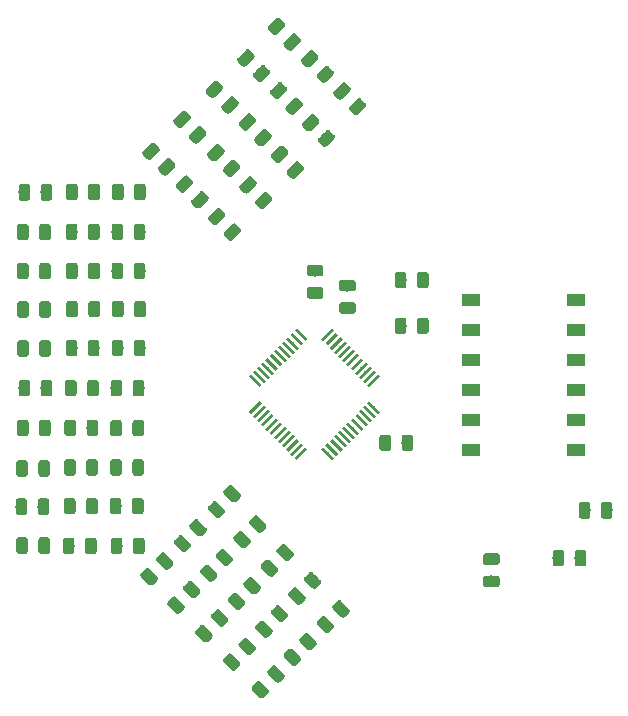
<source format=gbr>
%TF.GenerationSoftware,KiCad,Pcbnew,(5.0.0)*%
%TF.CreationDate,2019-02-02T21:11:36-06:00*%
%TF.ProjectId,BPSTemperature,42505354656D70657261747572652E6B,rev?*%
%TF.SameCoordinates,Original*%
%TF.FileFunction,Paste,Top*%
%TF.FilePolarity,Positive*%
%FSLAX46Y46*%
G04 Gerber Fmt 4.6, Leading zero omitted, Abs format (unit mm)*
G04 Created by KiCad (PCBNEW (5.0.0)) date 02/02/19 21:11:36*
%MOMM*%
%LPD*%
G01*
G04 APERTURE LIST*
%ADD10C,0.100000*%
%ADD11C,0.975000*%
%ADD12R,1.500000X1.100000*%
%ADD13C,0.250000*%
G04 APERTURE END LIST*
D10*
G36*
X99725890Y-76847932D02*
X99749551Y-76851442D01*
X99772755Y-76857254D01*
X99795277Y-76865312D01*
X99816901Y-76875540D01*
X99837418Y-76887837D01*
X99856631Y-76902087D01*
X99874355Y-76918151D01*
X100219070Y-77262866D01*
X100235134Y-77280590D01*
X100249384Y-77299803D01*
X100261681Y-77320320D01*
X100271909Y-77341944D01*
X100279967Y-77364466D01*
X100285779Y-77387670D01*
X100289289Y-77411331D01*
X100290463Y-77435223D01*
X100289289Y-77459115D01*
X100285779Y-77482776D01*
X100279967Y-77505980D01*
X100271909Y-77528502D01*
X100261681Y-77550126D01*
X100249384Y-77570643D01*
X100235134Y-77589856D01*
X100219070Y-77607580D01*
X99573835Y-78252815D01*
X99556111Y-78268879D01*
X99536898Y-78283129D01*
X99516381Y-78295426D01*
X99494757Y-78305654D01*
X99472235Y-78313712D01*
X99449031Y-78319524D01*
X99425370Y-78323034D01*
X99401478Y-78324208D01*
X99377586Y-78323034D01*
X99353925Y-78319524D01*
X99330721Y-78313712D01*
X99308199Y-78305654D01*
X99286575Y-78295426D01*
X99266058Y-78283129D01*
X99246845Y-78268879D01*
X99229121Y-78252815D01*
X98884406Y-77908100D01*
X98868342Y-77890376D01*
X98854092Y-77871163D01*
X98841795Y-77850646D01*
X98831567Y-77829022D01*
X98823509Y-77806500D01*
X98817697Y-77783296D01*
X98814187Y-77759635D01*
X98813013Y-77735743D01*
X98814187Y-77711851D01*
X98817697Y-77688190D01*
X98823509Y-77664986D01*
X98831567Y-77642464D01*
X98841795Y-77620840D01*
X98854092Y-77600323D01*
X98868342Y-77581110D01*
X98884406Y-77563386D01*
X99529641Y-76918151D01*
X99547365Y-76902087D01*
X99566578Y-76887837D01*
X99587095Y-76875540D01*
X99608719Y-76865312D01*
X99631241Y-76857254D01*
X99654445Y-76851442D01*
X99678106Y-76847932D01*
X99701998Y-76846758D01*
X99725890Y-76847932D01*
X99725890Y-76847932D01*
G37*
D11*
X99551738Y-77585483D03*
D10*
G36*
X101051716Y-78173758D02*
X101075377Y-78177268D01*
X101098581Y-78183080D01*
X101121103Y-78191138D01*
X101142727Y-78201366D01*
X101163244Y-78213663D01*
X101182457Y-78227913D01*
X101200181Y-78243977D01*
X101544896Y-78588692D01*
X101560960Y-78606416D01*
X101575210Y-78625629D01*
X101587507Y-78646146D01*
X101597735Y-78667770D01*
X101605793Y-78690292D01*
X101611605Y-78713496D01*
X101615115Y-78737157D01*
X101616289Y-78761049D01*
X101615115Y-78784941D01*
X101611605Y-78808602D01*
X101605793Y-78831806D01*
X101597735Y-78854328D01*
X101587507Y-78875952D01*
X101575210Y-78896469D01*
X101560960Y-78915682D01*
X101544896Y-78933406D01*
X100899661Y-79578641D01*
X100881937Y-79594705D01*
X100862724Y-79608955D01*
X100842207Y-79621252D01*
X100820583Y-79631480D01*
X100798061Y-79639538D01*
X100774857Y-79645350D01*
X100751196Y-79648860D01*
X100727304Y-79650034D01*
X100703412Y-79648860D01*
X100679751Y-79645350D01*
X100656547Y-79639538D01*
X100634025Y-79631480D01*
X100612401Y-79621252D01*
X100591884Y-79608955D01*
X100572671Y-79594705D01*
X100554947Y-79578641D01*
X100210232Y-79233926D01*
X100194168Y-79216202D01*
X100179918Y-79196989D01*
X100167621Y-79176472D01*
X100157393Y-79154848D01*
X100149335Y-79132326D01*
X100143523Y-79109122D01*
X100140013Y-79085461D01*
X100138839Y-79061569D01*
X100140013Y-79037677D01*
X100143523Y-79014016D01*
X100149335Y-78990812D01*
X100157393Y-78968290D01*
X100167621Y-78946666D01*
X100179918Y-78926149D01*
X100194168Y-78906936D01*
X100210232Y-78889212D01*
X100855467Y-78243977D01*
X100873191Y-78227913D01*
X100892404Y-78213663D01*
X100912921Y-78201366D01*
X100934545Y-78191138D01*
X100957067Y-78183080D01*
X100980271Y-78177268D01*
X101003932Y-78173758D01*
X101027824Y-78172584D01*
X101051716Y-78173758D01*
X101051716Y-78173758D01*
G37*
D11*
X100877564Y-78911309D03*
D10*
G36*
X98410647Y-80862271D02*
X98434308Y-80865781D01*
X98457512Y-80871593D01*
X98480034Y-80879651D01*
X98501658Y-80889879D01*
X98522175Y-80902176D01*
X98541388Y-80916426D01*
X98559112Y-80932490D01*
X98903827Y-81277205D01*
X98919891Y-81294929D01*
X98934141Y-81314142D01*
X98946438Y-81334659D01*
X98956666Y-81356283D01*
X98964724Y-81378805D01*
X98970536Y-81402009D01*
X98974046Y-81425670D01*
X98975220Y-81449562D01*
X98974046Y-81473454D01*
X98970536Y-81497115D01*
X98964724Y-81520319D01*
X98956666Y-81542841D01*
X98946438Y-81564465D01*
X98934141Y-81584982D01*
X98919891Y-81604195D01*
X98903827Y-81621919D01*
X98258592Y-82267154D01*
X98240868Y-82283218D01*
X98221655Y-82297468D01*
X98201138Y-82309765D01*
X98179514Y-82319993D01*
X98156992Y-82328051D01*
X98133788Y-82333863D01*
X98110127Y-82337373D01*
X98086235Y-82338547D01*
X98062343Y-82337373D01*
X98038682Y-82333863D01*
X98015478Y-82328051D01*
X97992956Y-82319993D01*
X97971332Y-82309765D01*
X97950815Y-82297468D01*
X97931602Y-82283218D01*
X97913878Y-82267154D01*
X97569163Y-81922439D01*
X97553099Y-81904715D01*
X97538849Y-81885502D01*
X97526552Y-81864985D01*
X97516324Y-81843361D01*
X97508266Y-81820839D01*
X97502454Y-81797635D01*
X97498944Y-81773974D01*
X97497770Y-81750082D01*
X97498944Y-81726190D01*
X97502454Y-81702529D01*
X97508266Y-81679325D01*
X97516324Y-81656803D01*
X97526552Y-81635179D01*
X97538849Y-81614662D01*
X97553099Y-81595449D01*
X97569163Y-81577725D01*
X98214398Y-80932490D01*
X98232122Y-80916426D01*
X98251335Y-80902176D01*
X98271852Y-80889879D01*
X98293476Y-80879651D01*
X98315998Y-80871593D01*
X98339202Y-80865781D01*
X98362863Y-80862271D01*
X98386755Y-80861097D01*
X98410647Y-80862271D01*
X98410647Y-80862271D01*
G37*
D11*
X98236495Y-81599822D03*
D10*
G36*
X97084821Y-79536445D02*
X97108482Y-79539955D01*
X97131686Y-79545767D01*
X97154208Y-79553825D01*
X97175832Y-79564053D01*
X97196349Y-79576350D01*
X97215562Y-79590600D01*
X97233286Y-79606664D01*
X97578001Y-79951379D01*
X97594065Y-79969103D01*
X97608315Y-79988316D01*
X97620612Y-80008833D01*
X97630840Y-80030457D01*
X97638898Y-80052979D01*
X97644710Y-80076183D01*
X97648220Y-80099844D01*
X97649394Y-80123736D01*
X97648220Y-80147628D01*
X97644710Y-80171289D01*
X97638898Y-80194493D01*
X97630840Y-80217015D01*
X97620612Y-80238639D01*
X97608315Y-80259156D01*
X97594065Y-80278369D01*
X97578001Y-80296093D01*
X96932766Y-80941328D01*
X96915042Y-80957392D01*
X96895829Y-80971642D01*
X96875312Y-80983939D01*
X96853688Y-80994167D01*
X96831166Y-81002225D01*
X96807962Y-81008037D01*
X96784301Y-81011547D01*
X96760409Y-81012721D01*
X96736517Y-81011547D01*
X96712856Y-81008037D01*
X96689652Y-81002225D01*
X96667130Y-80994167D01*
X96645506Y-80983939D01*
X96624989Y-80971642D01*
X96605776Y-80957392D01*
X96588052Y-80941328D01*
X96243337Y-80596613D01*
X96227273Y-80578889D01*
X96213023Y-80559676D01*
X96200726Y-80539159D01*
X96190498Y-80517535D01*
X96182440Y-80495013D01*
X96176628Y-80471809D01*
X96173118Y-80448148D01*
X96171944Y-80424256D01*
X96173118Y-80400364D01*
X96176628Y-80376703D01*
X96182440Y-80353499D01*
X96190498Y-80330977D01*
X96200726Y-80309353D01*
X96213023Y-80288836D01*
X96227273Y-80269623D01*
X96243337Y-80251899D01*
X96888572Y-79606664D01*
X96906296Y-79590600D01*
X96925509Y-79576350D01*
X96946026Y-79564053D01*
X96967650Y-79553825D01*
X96990172Y-79545767D01*
X97013376Y-79539955D01*
X97037037Y-79536445D01*
X97060929Y-79535271D01*
X97084821Y-79536445D01*
X97084821Y-79536445D01*
G37*
D11*
X96910669Y-80273996D03*
D10*
G36*
X94451880Y-82207926D02*
X94475541Y-82211436D01*
X94498745Y-82217248D01*
X94521267Y-82225306D01*
X94542891Y-82235534D01*
X94563408Y-82247831D01*
X94582621Y-82262081D01*
X94600345Y-82278145D01*
X94945060Y-82622860D01*
X94961124Y-82640584D01*
X94975374Y-82659797D01*
X94987671Y-82680314D01*
X94997899Y-82701938D01*
X95005957Y-82724460D01*
X95011769Y-82747664D01*
X95015279Y-82771325D01*
X95016453Y-82795217D01*
X95015279Y-82819109D01*
X95011769Y-82842770D01*
X95005957Y-82865974D01*
X94997899Y-82888496D01*
X94987671Y-82910120D01*
X94975374Y-82930637D01*
X94961124Y-82949850D01*
X94945060Y-82967574D01*
X94299825Y-83612809D01*
X94282101Y-83628873D01*
X94262888Y-83643123D01*
X94242371Y-83655420D01*
X94220747Y-83665648D01*
X94198225Y-83673706D01*
X94175021Y-83679518D01*
X94151360Y-83683028D01*
X94127468Y-83684202D01*
X94103576Y-83683028D01*
X94079915Y-83679518D01*
X94056711Y-83673706D01*
X94034189Y-83665648D01*
X94012565Y-83655420D01*
X93992048Y-83643123D01*
X93972835Y-83628873D01*
X93955111Y-83612809D01*
X93610396Y-83268094D01*
X93594332Y-83250370D01*
X93580082Y-83231157D01*
X93567785Y-83210640D01*
X93557557Y-83189016D01*
X93549499Y-83166494D01*
X93543687Y-83143290D01*
X93540177Y-83119629D01*
X93539003Y-83095737D01*
X93540177Y-83071845D01*
X93543687Y-83048184D01*
X93549499Y-83024980D01*
X93557557Y-83002458D01*
X93567785Y-82980834D01*
X93580082Y-82960317D01*
X93594332Y-82941104D01*
X93610396Y-82923380D01*
X94255631Y-82278145D01*
X94273355Y-82262081D01*
X94292568Y-82247831D01*
X94313085Y-82235534D01*
X94334709Y-82225306D01*
X94357231Y-82217248D01*
X94380435Y-82211436D01*
X94404096Y-82207926D01*
X94427988Y-82206752D01*
X94451880Y-82207926D01*
X94451880Y-82207926D01*
G37*
D11*
X94277728Y-82945477D03*
D10*
G36*
X95777706Y-83533752D02*
X95801367Y-83537262D01*
X95824571Y-83543074D01*
X95847093Y-83551132D01*
X95868717Y-83561360D01*
X95889234Y-83573657D01*
X95908447Y-83587907D01*
X95926171Y-83603971D01*
X96270886Y-83948686D01*
X96286950Y-83966410D01*
X96301200Y-83985623D01*
X96313497Y-84006140D01*
X96323725Y-84027764D01*
X96331783Y-84050286D01*
X96337595Y-84073490D01*
X96341105Y-84097151D01*
X96342279Y-84121043D01*
X96341105Y-84144935D01*
X96337595Y-84168596D01*
X96331783Y-84191800D01*
X96323725Y-84214322D01*
X96313497Y-84235946D01*
X96301200Y-84256463D01*
X96286950Y-84275676D01*
X96270886Y-84293400D01*
X95625651Y-84938635D01*
X95607927Y-84954699D01*
X95588714Y-84968949D01*
X95568197Y-84981246D01*
X95546573Y-84991474D01*
X95524051Y-84999532D01*
X95500847Y-85005344D01*
X95477186Y-85008854D01*
X95453294Y-85010028D01*
X95429402Y-85008854D01*
X95405741Y-85005344D01*
X95382537Y-84999532D01*
X95360015Y-84991474D01*
X95338391Y-84981246D01*
X95317874Y-84968949D01*
X95298661Y-84954699D01*
X95280937Y-84938635D01*
X94936222Y-84593920D01*
X94920158Y-84576196D01*
X94905908Y-84556983D01*
X94893611Y-84536466D01*
X94883383Y-84514842D01*
X94875325Y-84492320D01*
X94869513Y-84469116D01*
X94866003Y-84445455D01*
X94864829Y-84421563D01*
X94866003Y-84397671D01*
X94869513Y-84374010D01*
X94875325Y-84350806D01*
X94883383Y-84328284D01*
X94893611Y-84306660D01*
X94905908Y-84286143D01*
X94920158Y-84266930D01*
X94936222Y-84249206D01*
X95581457Y-83603971D01*
X95599181Y-83587907D01*
X95618394Y-83573657D01*
X95638911Y-83561360D01*
X95660535Y-83551132D01*
X95683057Y-83543074D01*
X95706261Y-83537262D01*
X95729922Y-83533752D01*
X95753814Y-83532578D01*
X95777706Y-83533752D01*
X95777706Y-83533752D01*
G37*
D11*
X95603554Y-84271303D03*
D10*
G36*
X93105775Y-86115275D02*
X93129436Y-86118785D01*
X93152640Y-86124597D01*
X93175162Y-86132655D01*
X93196786Y-86142883D01*
X93217303Y-86155180D01*
X93236516Y-86169430D01*
X93254240Y-86185494D01*
X93598955Y-86530209D01*
X93615019Y-86547933D01*
X93629269Y-86567146D01*
X93641566Y-86587663D01*
X93651794Y-86609287D01*
X93659852Y-86631809D01*
X93665664Y-86655013D01*
X93669174Y-86678674D01*
X93670348Y-86702566D01*
X93669174Y-86726458D01*
X93665664Y-86750119D01*
X93659852Y-86773323D01*
X93651794Y-86795845D01*
X93641566Y-86817469D01*
X93629269Y-86837986D01*
X93615019Y-86857199D01*
X93598955Y-86874923D01*
X92953720Y-87520158D01*
X92935996Y-87536222D01*
X92916783Y-87550472D01*
X92896266Y-87562769D01*
X92874642Y-87572997D01*
X92852120Y-87581055D01*
X92828916Y-87586867D01*
X92805255Y-87590377D01*
X92781363Y-87591551D01*
X92757471Y-87590377D01*
X92733810Y-87586867D01*
X92710606Y-87581055D01*
X92688084Y-87572997D01*
X92666460Y-87562769D01*
X92645943Y-87550472D01*
X92626730Y-87536222D01*
X92609006Y-87520158D01*
X92264291Y-87175443D01*
X92248227Y-87157719D01*
X92233977Y-87138506D01*
X92221680Y-87117989D01*
X92211452Y-87096365D01*
X92203394Y-87073843D01*
X92197582Y-87050639D01*
X92194072Y-87026978D01*
X92192898Y-87003086D01*
X92194072Y-86979194D01*
X92197582Y-86955533D01*
X92203394Y-86932329D01*
X92211452Y-86909807D01*
X92221680Y-86888183D01*
X92233977Y-86867666D01*
X92248227Y-86848453D01*
X92264291Y-86830729D01*
X92909526Y-86185494D01*
X92927250Y-86169430D01*
X92946463Y-86155180D01*
X92966980Y-86142883D01*
X92988604Y-86132655D01*
X93011126Y-86124597D01*
X93034330Y-86118785D01*
X93057991Y-86115275D01*
X93081883Y-86114101D01*
X93105775Y-86115275D01*
X93105775Y-86115275D01*
G37*
D11*
X92931623Y-86852826D03*
D10*
G36*
X91779949Y-84789449D02*
X91803610Y-84792959D01*
X91826814Y-84798771D01*
X91849336Y-84806829D01*
X91870960Y-84817057D01*
X91891477Y-84829354D01*
X91910690Y-84843604D01*
X91928414Y-84859668D01*
X92273129Y-85204383D01*
X92289193Y-85222107D01*
X92303443Y-85241320D01*
X92315740Y-85261837D01*
X92325968Y-85283461D01*
X92334026Y-85305983D01*
X92339838Y-85329187D01*
X92343348Y-85352848D01*
X92344522Y-85376740D01*
X92343348Y-85400632D01*
X92339838Y-85424293D01*
X92334026Y-85447497D01*
X92325968Y-85470019D01*
X92315740Y-85491643D01*
X92303443Y-85512160D01*
X92289193Y-85531373D01*
X92273129Y-85549097D01*
X91627894Y-86194332D01*
X91610170Y-86210396D01*
X91590957Y-86224646D01*
X91570440Y-86236943D01*
X91548816Y-86247171D01*
X91526294Y-86255229D01*
X91503090Y-86261041D01*
X91479429Y-86264551D01*
X91455537Y-86265725D01*
X91431645Y-86264551D01*
X91407984Y-86261041D01*
X91384780Y-86255229D01*
X91362258Y-86247171D01*
X91340634Y-86236943D01*
X91320117Y-86224646D01*
X91300904Y-86210396D01*
X91283180Y-86194332D01*
X90938465Y-85849617D01*
X90922401Y-85831893D01*
X90908151Y-85812680D01*
X90895854Y-85792163D01*
X90885626Y-85770539D01*
X90877568Y-85748017D01*
X90871756Y-85724813D01*
X90868246Y-85701152D01*
X90867072Y-85677260D01*
X90868246Y-85653368D01*
X90871756Y-85629707D01*
X90877568Y-85606503D01*
X90885626Y-85583981D01*
X90895854Y-85562357D01*
X90908151Y-85541840D01*
X90922401Y-85522627D01*
X90938465Y-85504903D01*
X91583700Y-84859668D01*
X91601424Y-84843604D01*
X91620637Y-84829354D01*
X91641154Y-84817057D01*
X91662778Y-84806829D01*
X91685300Y-84798771D01*
X91708504Y-84792959D01*
X91732165Y-84789449D01*
X91756057Y-84788275D01*
X91779949Y-84789449D01*
X91779949Y-84789449D01*
G37*
D11*
X91605797Y-85527000D03*
D10*
G36*
X89119630Y-87472176D02*
X89143291Y-87475686D01*
X89166495Y-87481498D01*
X89189017Y-87489556D01*
X89210641Y-87499784D01*
X89231158Y-87512081D01*
X89250371Y-87526331D01*
X89268095Y-87542395D01*
X89612810Y-87887110D01*
X89628874Y-87904834D01*
X89643124Y-87924047D01*
X89655421Y-87944564D01*
X89665649Y-87966188D01*
X89673707Y-87988710D01*
X89679519Y-88011914D01*
X89683029Y-88035575D01*
X89684203Y-88059467D01*
X89683029Y-88083359D01*
X89679519Y-88107020D01*
X89673707Y-88130224D01*
X89665649Y-88152746D01*
X89655421Y-88174370D01*
X89643124Y-88194887D01*
X89628874Y-88214100D01*
X89612810Y-88231824D01*
X88967575Y-88877059D01*
X88949851Y-88893123D01*
X88930638Y-88907373D01*
X88910121Y-88919670D01*
X88888497Y-88929898D01*
X88865975Y-88937956D01*
X88842771Y-88943768D01*
X88819110Y-88947278D01*
X88795218Y-88948452D01*
X88771326Y-88947278D01*
X88747665Y-88943768D01*
X88724461Y-88937956D01*
X88701939Y-88929898D01*
X88680315Y-88919670D01*
X88659798Y-88907373D01*
X88640585Y-88893123D01*
X88622861Y-88877059D01*
X88278146Y-88532344D01*
X88262082Y-88514620D01*
X88247832Y-88495407D01*
X88235535Y-88474890D01*
X88225307Y-88453266D01*
X88217249Y-88430744D01*
X88211437Y-88407540D01*
X88207927Y-88383879D01*
X88206753Y-88359987D01*
X88207927Y-88336095D01*
X88211437Y-88312434D01*
X88217249Y-88289230D01*
X88225307Y-88266708D01*
X88235535Y-88245084D01*
X88247832Y-88224567D01*
X88262082Y-88205354D01*
X88278146Y-88187630D01*
X88923381Y-87542395D01*
X88941105Y-87526331D01*
X88960318Y-87512081D01*
X88980835Y-87499784D01*
X89002459Y-87489556D01*
X89024981Y-87481498D01*
X89048185Y-87475686D01*
X89071846Y-87472176D01*
X89095738Y-87471002D01*
X89119630Y-87472176D01*
X89119630Y-87472176D01*
G37*
D11*
X88945478Y-88209727D03*
D10*
G36*
X90445456Y-88798002D02*
X90469117Y-88801512D01*
X90492321Y-88807324D01*
X90514843Y-88815382D01*
X90536467Y-88825610D01*
X90556984Y-88837907D01*
X90576197Y-88852157D01*
X90593921Y-88868221D01*
X90938636Y-89212936D01*
X90954700Y-89230660D01*
X90968950Y-89249873D01*
X90981247Y-89270390D01*
X90991475Y-89292014D01*
X90999533Y-89314536D01*
X91005345Y-89337740D01*
X91008855Y-89361401D01*
X91010029Y-89385293D01*
X91008855Y-89409185D01*
X91005345Y-89432846D01*
X90999533Y-89456050D01*
X90991475Y-89478572D01*
X90981247Y-89500196D01*
X90968950Y-89520713D01*
X90954700Y-89539926D01*
X90938636Y-89557650D01*
X90293401Y-90202885D01*
X90275677Y-90218949D01*
X90256464Y-90233199D01*
X90235947Y-90245496D01*
X90214323Y-90255724D01*
X90191801Y-90263782D01*
X90168597Y-90269594D01*
X90144936Y-90273104D01*
X90121044Y-90274278D01*
X90097152Y-90273104D01*
X90073491Y-90269594D01*
X90050287Y-90263782D01*
X90027765Y-90255724D01*
X90006141Y-90245496D01*
X89985624Y-90233199D01*
X89966411Y-90218949D01*
X89948687Y-90202885D01*
X89603972Y-89858170D01*
X89587908Y-89840446D01*
X89573658Y-89821233D01*
X89561361Y-89800716D01*
X89551133Y-89779092D01*
X89543075Y-89756570D01*
X89537263Y-89733366D01*
X89533753Y-89709705D01*
X89532579Y-89685813D01*
X89533753Y-89661921D01*
X89537263Y-89638260D01*
X89543075Y-89615056D01*
X89551133Y-89592534D01*
X89561361Y-89570910D01*
X89573658Y-89550393D01*
X89587908Y-89531180D01*
X89603972Y-89513456D01*
X90249207Y-88868221D01*
X90266931Y-88852157D01*
X90286144Y-88837907D01*
X90306661Y-88825610D01*
X90328285Y-88815382D01*
X90350807Y-88807324D01*
X90374011Y-88801512D01*
X90397672Y-88798002D01*
X90421564Y-88796828D01*
X90445456Y-88798002D01*
X90445456Y-88798002D01*
G37*
D11*
X90271304Y-89535553D03*
D10*
G36*
X82717705Y-85429089D02*
X82741366Y-85432599D01*
X82764570Y-85438411D01*
X82787092Y-85446469D01*
X82808716Y-85456697D01*
X82829233Y-85468994D01*
X82848446Y-85483244D01*
X82866170Y-85499308D01*
X82882234Y-85517032D01*
X82896484Y-85536245D01*
X82908781Y-85556762D01*
X82919009Y-85578386D01*
X82927067Y-85600908D01*
X82932879Y-85624112D01*
X82936389Y-85647773D01*
X82937563Y-85671665D01*
X82937563Y-86584165D01*
X82936389Y-86608057D01*
X82932879Y-86631718D01*
X82927067Y-86654922D01*
X82919009Y-86677444D01*
X82908781Y-86699068D01*
X82896484Y-86719585D01*
X82882234Y-86738798D01*
X82866170Y-86756522D01*
X82848446Y-86772586D01*
X82829233Y-86786836D01*
X82808716Y-86799133D01*
X82787092Y-86809361D01*
X82764570Y-86817419D01*
X82741366Y-86823231D01*
X82717705Y-86826741D01*
X82693813Y-86827915D01*
X82206313Y-86827915D01*
X82182421Y-86826741D01*
X82158760Y-86823231D01*
X82135556Y-86817419D01*
X82113034Y-86809361D01*
X82091410Y-86799133D01*
X82070893Y-86786836D01*
X82051680Y-86772586D01*
X82033956Y-86756522D01*
X82017892Y-86738798D01*
X82003642Y-86719585D01*
X81991345Y-86699068D01*
X81981117Y-86677444D01*
X81973059Y-86654922D01*
X81967247Y-86631718D01*
X81963737Y-86608057D01*
X81962563Y-86584165D01*
X81962563Y-85671665D01*
X81963737Y-85647773D01*
X81967247Y-85624112D01*
X81973059Y-85600908D01*
X81981117Y-85578386D01*
X81991345Y-85556762D01*
X82003642Y-85536245D01*
X82017892Y-85517032D01*
X82033956Y-85499308D01*
X82051680Y-85483244D01*
X82070893Y-85468994D01*
X82091410Y-85456697D01*
X82113034Y-85446469D01*
X82135556Y-85438411D01*
X82158760Y-85432599D01*
X82182421Y-85429089D01*
X82206313Y-85427915D01*
X82693813Y-85427915D01*
X82717705Y-85429089D01*
X82717705Y-85429089D01*
G37*
D11*
X82450063Y-86127915D03*
D10*
G36*
X80842705Y-85429089D02*
X80866366Y-85432599D01*
X80889570Y-85438411D01*
X80912092Y-85446469D01*
X80933716Y-85456697D01*
X80954233Y-85468994D01*
X80973446Y-85483244D01*
X80991170Y-85499308D01*
X81007234Y-85517032D01*
X81021484Y-85536245D01*
X81033781Y-85556762D01*
X81044009Y-85578386D01*
X81052067Y-85600908D01*
X81057879Y-85624112D01*
X81061389Y-85647773D01*
X81062563Y-85671665D01*
X81062563Y-86584165D01*
X81061389Y-86608057D01*
X81057879Y-86631718D01*
X81052067Y-86654922D01*
X81044009Y-86677444D01*
X81033781Y-86699068D01*
X81021484Y-86719585D01*
X81007234Y-86738798D01*
X80991170Y-86756522D01*
X80973446Y-86772586D01*
X80954233Y-86786836D01*
X80933716Y-86799133D01*
X80912092Y-86809361D01*
X80889570Y-86817419D01*
X80866366Y-86823231D01*
X80842705Y-86826741D01*
X80818813Y-86827915D01*
X80331313Y-86827915D01*
X80307421Y-86826741D01*
X80283760Y-86823231D01*
X80260556Y-86817419D01*
X80238034Y-86809361D01*
X80216410Y-86799133D01*
X80195893Y-86786836D01*
X80176680Y-86772586D01*
X80158956Y-86756522D01*
X80142892Y-86738798D01*
X80128642Y-86719585D01*
X80116345Y-86699068D01*
X80106117Y-86677444D01*
X80098059Y-86654922D01*
X80092247Y-86631718D01*
X80088737Y-86608057D01*
X80087563Y-86584165D01*
X80087563Y-85671665D01*
X80088737Y-85647773D01*
X80092247Y-85624112D01*
X80098059Y-85600908D01*
X80106117Y-85578386D01*
X80116345Y-85556762D01*
X80128642Y-85536245D01*
X80142892Y-85517032D01*
X80158956Y-85499308D01*
X80176680Y-85483244D01*
X80195893Y-85468994D01*
X80216410Y-85456697D01*
X80238034Y-85446469D01*
X80260556Y-85438411D01*
X80283760Y-85432599D01*
X80307421Y-85429089D01*
X80331313Y-85427915D01*
X80818813Y-85427915D01*
X80842705Y-85429089D01*
X80842705Y-85429089D01*
G37*
D11*
X80575063Y-86127915D03*
D10*
G36*
X80805440Y-88813305D02*
X80829101Y-88816815D01*
X80852305Y-88822627D01*
X80874827Y-88830685D01*
X80896451Y-88840913D01*
X80916968Y-88853210D01*
X80936181Y-88867460D01*
X80953905Y-88883524D01*
X80969969Y-88901248D01*
X80984219Y-88920461D01*
X80996516Y-88940978D01*
X81006744Y-88962602D01*
X81014802Y-88985124D01*
X81020614Y-89008328D01*
X81024124Y-89031989D01*
X81025298Y-89055881D01*
X81025298Y-89968381D01*
X81024124Y-89992273D01*
X81020614Y-90015934D01*
X81014802Y-90039138D01*
X81006744Y-90061660D01*
X80996516Y-90083284D01*
X80984219Y-90103801D01*
X80969969Y-90123014D01*
X80953905Y-90140738D01*
X80936181Y-90156802D01*
X80916968Y-90171052D01*
X80896451Y-90183349D01*
X80874827Y-90193577D01*
X80852305Y-90201635D01*
X80829101Y-90207447D01*
X80805440Y-90210957D01*
X80781548Y-90212131D01*
X80294048Y-90212131D01*
X80270156Y-90210957D01*
X80246495Y-90207447D01*
X80223291Y-90201635D01*
X80200769Y-90193577D01*
X80179145Y-90183349D01*
X80158628Y-90171052D01*
X80139415Y-90156802D01*
X80121691Y-90140738D01*
X80105627Y-90123014D01*
X80091377Y-90103801D01*
X80079080Y-90083284D01*
X80068852Y-90061660D01*
X80060794Y-90039138D01*
X80054982Y-90015934D01*
X80051472Y-89992273D01*
X80050298Y-89968381D01*
X80050298Y-89055881D01*
X80051472Y-89031989D01*
X80054982Y-89008328D01*
X80060794Y-88985124D01*
X80068852Y-88962602D01*
X80079080Y-88940978D01*
X80091377Y-88920461D01*
X80105627Y-88901248D01*
X80121691Y-88883524D01*
X80139415Y-88867460D01*
X80158628Y-88853210D01*
X80179145Y-88840913D01*
X80200769Y-88830685D01*
X80223291Y-88822627D01*
X80246495Y-88816815D01*
X80270156Y-88813305D01*
X80294048Y-88812131D01*
X80781548Y-88812131D01*
X80805440Y-88813305D01*
X80805440Y-88813305D01*
G37*
D11*
X80537798Y-89512131D03*
D10*
G36*
X82680440Y-88813305D02*
X82704101Y-88816815D01*
X82727305Y-88822627D01*
X82749827Y-88830685D01*
X82771451Y-88840913D01*
X82791968Y-88853210D01*
X82811181Y-88867460D01*
X82828905Y-88883524D01*
X82844969Y-88901248D01*
X82859219Y-88920461D01*
X82871516Y-88940978D01*
X82881744Y-88962602D01*
X82889802Y-88985124D01*
X82895614Y-89008328D01*
X82899124Y-89031989D01*
X82900298Y-89055881D01*
X82900298Y-89968381D01*
X82899124Y-89992273D01*
X82895614Y-90015934D01*
X82889802Y-90039138D01*
X82881744Y-90061660D01*
X82871516Y-90083284D01*
X82859219Y-90103801D01*
X82844969Y-90123014D01*
X82828905Y-90140738D01*
X82811181Y-90156802D01*
X82791968Y-90171052D01*
X82771451Y-90183349D01*
X82749827Y-90193577D01*
X82727305Y-90201635D01*
X82704101Y-90207447D01*
X82680440Y-90210957D01*
X82656548Y-90212131D01*
X82169048Y-90212131D01*
X82145156Y-90210957D01*
X82121495Y-90207447D01*
X82098291Y-90201635D01*
X82075769Y-90193577D01*
X82054145Y-90183349D01*
X82033628Y-90171052D01*
X82014415Y-90156802D01*
X81996691Y-90140738D01*
X81980627Y-90123014D01*
X81966377Y-90103801D01*
X81954080Y-90083284D01*
X81943852Y-90061660D01*
X81935794Y-90039138D01*
X81929982Y-90015934D01*
X81926472Y-89992273D01*
X81925298Y-89968381D01*
X81925298Y-89055881D01*
X81926472Y-89031989D01*
X81929982Y-89008328D01*
X81935794Y-88985124D01*
X81943852Y-88962602D01*
X81954080Y-88940978D01*
X81966377Y-88920461D01*
X81980627Y-88901248D01*
X81996691Y-88883524D01*
X82014415Y-88867460D01*
X82033628Y-88853210D01*
X82054145Y-88840913D01*
X82075769Y-88830685D01*
X82098291Y-88822627D01*
X82121495Y-88816815D01*
X82145156Y-88813305D01*
X82169048Y-88812131D01*
X82656548Y-88812131D01*
X82680440Y-88813305D01*
X82680440Y-88813305D01*
G37*
D11*
X82412798Y-89512131D03*
D10*
G36*
X82682445Y-92111119D02*
X82706106Y-92114629D01*
X82729310Y-92120441D01*
X82751832Y-92128499D01*
X82773456Y-92138727D01*
X82793973Y-92151024D01*
X82813186Y-92165274D01*
X82830910Y-92181338D01*
X82846974Y-92199062D01*
X82861224Y-92218275D01*
X82873521Y-92238792D01*
X82883749Y-92260416D01*
X82891807Y-92282938D01*
X82897619Y-92306142D01*
X82901129Y-92329803D01*
X82902303Y-92353695D01*
X82902303Y-93266195D01*
X82901129Y-93290087D01*
X82897619Y-93313748D01*
X82891807Y-93336952D01*
X82883749Y-93359474D01*
X82873521Y-93381098D01*
X82861224Y-93401615D01*
X82846974Y-93420828D01*
X82830910Y-93438552D01*
X82813186Y-93454616D01*
X82793973Y-93468866D01*
X82773456Y-93481163D01*
X82751832Y-93491391D01*
X82729310Y-93499449D01*
X82706106Y-93505261D01*
X82682445Y-93508771D01*
X82658553Y-93509945D01*
X82171053Y-93509945D01*
X82147161Y-93508771D01*
X82123500Y-93505261D01*
X82100296Y-93499449D01*
X82077774Y-93491391D01*
X82056150Y-93481163D01*
X82035633Y-93468866D01*
X82016420Y-93454616D01*
X81998696Y-93438552D01*
X81982632Y-93420828D01*
X81968382Y-93401615D01*
X81956085Y-93381098D01*
X81945857Y-93359474D01*
X81937799Y-93336952D01*
X81931987Y-93313748D01*
X81928477Y-93290087D01*
X81927303Y-93266195D01*
X81927303Y-92353695D01*
X81928477Y-92329803D01*
X81931987Y-92306142D01*
X81937799Y-92282938D01*
X81945857Y-92260416D01*
X81956085Y-92238792D01*
X81968382Y-92218275D01*
X81982632Y-92199062D01*
X81998696Y-92181338D01*
X82016420Y-92165274D01*
X82035633Y-92151024D01*
X82056150Y-92138727D01*
X82077774Y-92128499D01*
X82100296Y-92120441D01*
X82123500Y-92114629D01*
X82147161Y-92111119D01*
X82171053Y-92109945D01*
X82658553Y-92109945D01*
X82682445Y-92111119D01*
X82682445Y-92111119D01*
G37*
D11*
X82414803Y-92809945D03*
D10*
G36*
X80807445Y-92111119D02*
X80831106Y-92114629D01*
X80854310Y-92120441D01*
X80876832Y-92128499D01*
X80898456Y-92138727D01*
X80918973Y-92151024D01*
X80938186Y-92165274D01*
X80955910Y-92181338D01*
X80971974Y-92199062D01*
X80986224Y-92218275D01*
X80998521Y-92238792D01*
X81008749Y-92260416D01*
X81016807Y-92282938D01*
X81022619Y-92306142D01*
X81026129Y-92329803D01*
X81027303Y-92353695D01*
X81027303Y-93266195D01*
X81026129Y-93290087D01*
X81022619Y-93313748D01*
X81016807Y-93336952D01*
X81008749Y-93359474D01*
X80998521Y-93381098D01*
X80986224Y-93401615D01*
X80971974Y-93420828D01*
X80955910Y-93438552D01*
X80938186Y-93454616D01*
X80918973Y-93468866D01*
X80898456Y-93481163D01*
X80876832Y-93491391D01*
X80854310Y-93499449D01*
X80831106Y-93505261D01*
X80807445Y-93508771D01*
X80783553Y-93509945D01*
X80296053Y-93509945D01*
X80272161Y-93508771D01*
X80248500Y-93505261D01*
X80225296Y-93499449D01*
X80202774Y-93491391D01*
X80181150Y-93481163D01*
X80160633Y-93468866D01*
X80141420Y-93454616D01*
X80123696Y-93438552D01*
X80107632Y-93420828D01*
X80093382Y-93401615D01*
X80081085Y-93381098D01*
X80070857Y-93359474D01*
X80062799Y-93336952D01*
X80056987Y-93313748D01*
X80053477Y-93290087D01*
X80052303Y-93266195D01*
X80052303Y-92353695D01*
X80053477Y-92329803D01*
X80056987Y-92306142D01*
X80062799Y-92282938D01*
X80070857Y-92260416D01*
X80081085Y-92238792D01*
X80093382Y-92218275D01*
X80107632Y-92199062D01*
X80123696Y-92181338D01*
X80141420Y-92165274D01*
X80160633Y-92151024D01*
X80181150Y-92138727D01*
X80202774Y-92128499D01*
X80225296Y-92120441D01*
X80248500Y-92114629D01*
X80272161Y-92111119D01*
X80296053Y-92109945D01*
X80783553Y-92109945D01*
X80807445Y-92111119D01*
X80807445Y-92111119D01*
G37*
D11*
X80539803Y-92809945D03*
D10*
G36*
X80843126Y-95348763D02*
X80866787Y-95352273D01*
X80889991Y-95358085D01*
X80912513Y-95366143D01*
X80934137Y-95376371D01*
X80954654Y-95388668D01*
X80973867Y-95402918D01*
X80991591Y-95418982D01*
X81007655Y-95436706D01*
X81021905Y-95455919D01*
X81034202Y-95476436D01*
X81044430Y-95498060D01*
X81052488Y-95520582D01*
X81058300Y-95543786D01*
X81061810Y-95567447D01*
X81062984Y-95591339D01*
X81062984Y-96503839D01*
X81061810Y-96527731D01*
X81058300Y-96551392D01*
X81052488Y-96574596D01*
X81044430Y-96597118D01*
X81034202Y-96618742D01*
X81021905Y-96639259D01*
X81007655Y-96658472D01*
X80991591Y-96676196D01*
X80973867Y-96692260D01*
X80954654Y-96706510D01*
X80934137Y-96718807D01*
X80912513Y-96729035D01*
X80889991Y-96737093D01*
X80866787Y-96742905D01*
X80843126Y-96746415D01*
X80819234Y-96747589D01*
X80331734Y-96747589D01*
X80307842Y-96746415D01*
X80284181Y-96742905D01*
X80260977Y-96737093D01*
X80238455Y-96729035D01*
X80216831Y-96718807D01*
X80196314Y-96706510D01*
X80177101Y-96692260D01*
X80159377Y-96676196D01*
X80143313Y-96658472D01*
X80129063Y-96639259D01*
X80116766Y-96618742D01*
X80106538Y-96597118D01*
X80098480Y-96574596D01*
X80092668Y-96551392D01*
X80089158Y-96527731D01*
X80087984Y-96503839D01*
X80087984Y-95591339D01*
X80089158Y-95567447D01*
X80092668Y-95543786D01*
X80098480Y-95520582D01*
X80106538Y-95498060D01*
X80116766Y-95476436D01*
X80129063Y-95455919D01*
X80143313Y-95436706D01*
X80159377Y-95418982D01*
X80177101Y-95402918D01*
X80196314Y-95388668D01*
X80216831Y-95376371D01*
X80238455Y-95366143D01*
X80260977Y-95358085D01*
X80284181Y-95352273D01*
X80307842Y-95348763D01*
X80331734Y-95347589D01*
X80819234Y-95347589D01*
X80843126Y-95348763D01*
X80843126Y-95348763D01*
G37*
D11*
X80575484Y-96047589D03*
D10*
G36*
X82718126Y-95348763D02*
X82741787Y-95352273D01*
X82764991Y-95358085D01*
X82787513Y-95366143D01*
X82809137Y-95376371D01*
X82829654Y-95388668D01*
X82848867Y-95402918D01*
X82866591Y-95418982D01*
X82882655Y-95436706D01*
X82896905Y-95455919D01*
X82909202Y-95476436D01*
X82919430Y-95498060D01*
X82927488Y-95520582D01*
X82933300Y-95543786D01*
X82936810Y-95567447D01*
X82937984Y-95591339D01*
X82937984Y-96503839D01*
X82936810Y-96527731D01*
X82933300Y-96551392D01*
X82927488Y-96574596D01*
X82919430Y-96597118D01*
X82909202Y-96618742D01*
X82896905Y-96639259D01*
X82882655Y-96658472D01*
X82866591Y-96676196D01*
X82848867Y-96692260D01*
X82829654Y-96706510D01*
X82809137Y-96718807D01*
X82787513Y-96729035D01*
X82764991Y-96737093D01*
X82741787Y-96742905D01*
X82718126Y-96746415D01*
X82694234Y-96747589D01*
X82206734Y-96747589D01*
X82182842Y-96746415D01*
X82159181Y-96742905D01*
X82135977Y-96737093D01*
X82113455Y-96729035D01*
X82091831Y-96718807D01*
X82071314Y-96706510D01*
X82052101Y-96692260D01*
X82034377Y-96676196D01*
X82018313Y-96658472D01*
X82004063Y-96639259D01*
X81991766Y-96618742D01*
X81981538Y-96597118D01*
X81973480Y-96574596D01*
X81967668Y-96551392D01*
X81964158Y-96527731D01*
X81962984Y-96503839D01*
X81962984Y-95591339D01*
X81964158Y-95567447D01*
X81967668Y-95543786D01*
X81973480Y-95520582D01*
X81981538Y-95498060D01*
X81991766Y-95476436D01*
X82004063Y-95455919D01*
X82018313Y-95436706D01*
X82034377Y-95418982D01*
X82052101Y-95402918D01*
X82071314Y-95388668D01*
X82091831Y-95376371D01*
X82113455Y-95366143D01*
X82135977Y-95358085D01*
X82159181Y-95352273D01*
X82182842Y-95348763D01*
X82206734Y-95347589D01*
X82694234Y-95347589D01*
X82718126Y-95348763D01*
X82718126Y-95348763D01*
G37*
D11*
X82450484Y-96047589D03*
D10*
G36*
X82693034Y-98651598D02*
X82716695Y-98655108D01*
X82739899Y-98660920D01*
X82762421Y-98668978D01*
X82784045Y-98679206D01*
X82804562Y-98691503D01*
X82823775Y-98705753D01*
X82841499Y-98721817D01*
X82857563Y-98739541D01*
X82871813Y-98758754D01*
X82884110Y-98779271D01*
X82894338Y-98800895D01*
X82902396Y-98823417D01*
X82908208Y-98846621D01*
X82911718Y-98870282D01*
X82912892Y-98894174D01*
X82912892Y-99806674D01*
X82911718Y-99830566D01*
X82908208Y-99854227D01*
X82902396Y-99877431D01*
X82894338Y-99899953D01*
X82884110Y-99921577D01*
X82871813Y-99942094D01*
X82857563Y-99961307D01*
X82841499Y-99979031D01*
X82823775Y-99995095D01*
X82804562Y-100009345D01*
X82784045Y-100021642D01*
X82762421Y-100031870D01*
X82739899Y-100039928D01*
X82716695Y-100045740D01*
X82693034Y-100049250D01*
X82669142Y-100050424D01*
X82181642Y-100050424D01*
X82157750Y-100049250D01*
X82134089Y-100045740D01*
X82110885Y-100039928D01*
X82088363Y-100031870D01*
X82066739Y-100021642D01*
X82046222Y-100009345D01*
X82027009Y-99995095D01*
X82009285Y-99979031D01*
X81993221Y-99961307D01*
X81978971Y-99942094D01*
X81966674Y-99921577D01*
X81956446Y-99899953D01*
X81948388Y-99877431D01*
X81942576Y-99854227D01*
X81939066Y-99830566D01*
X81937892Y-99806674D01*
X81937892Y-98894174D01*
X81939066Y-98870282D01*
X81942576Y-98846621D01*
X81948388Y-98823417D01*
X81956446Y-98800895D01*
X81966674Y-98779271D01*
X81978971Y-98758754D01*
X81993221Y-98739541D01*
X82009285Y-98721817D01*
X82027009Y-98705753D01*
X82046222Y-98691503D01*
X82066739Y-98679206D01*
X82088363Y-98668978D01*
X82110885Y-98660920D01*
X82134089Y-98655108D01*
X82157750Y-98651598D01*
X82181642Y-98650424D01*
X82669142Y-98650424D01*
X82693034Y-98651598D01*
X82693034Y-98651598D01*
G37*
D11*
X82425392Y-99350424D03*
D10*
G36*
X80818034Y-98651598D02*
X80841695Y-98655108D01*
X80864899Y-98660920D01*
X80887421Y-98668978D01*
X80909045Y-98679206D01*
X80929562Y-98691503D01*
X80948775Y-98705753D01*
X80966499Y-98721817D01*
X80982563Y-98739541D01*
X80996813Y-98758754D01*
X81009110Y-98779271D01*
X81019338Y-98800895D01*
X81027396Y-98823417D01*
X81033208Y-98846621D01*
X81036718Y-98870282D01*
X81037892Y-98894174D01*
X81037892Y-99806674D01*
X81036718Y-99830566D01*
X81033208Y-99854227D01*
X81027396Y-99877431D01*
X81019338Y-99899953D01*
X81009110Y-99921577D01*
X80996813Y-99942094D01*
X80982563Y-99961307D01*
X80966499Y-99979031D01*
X80948775Y-99995095D01*
X80929562Y-100009345D01*
X80909045Y-100021642D01*
X80887421Y-100031870D01*
X80864899Y-100039928D01*
X80841695Y-100045740D01*
X80818034Y-100049250D01*
X80794142Y-100050424D01*
X80306642Y-100050424D01*
X80282750Y-100049250D01*
X80259089Y-100045740D01*
X80235885Y-100039928D01*
X80213363Y-100031870D01*
X80191739Y-100021642D01*
X80171222Y-100009345D01*
X80152009Y-99995095D01*
X80134285Y-99979031D01*
X80118221Y-99961307D01*
X80103971Y-99942094D01*
X80091674Y-99921577D01*
X80081446Y-99899953D01*
X80073388Y-99877431D01*
X80067576Y-99854227D01*
X80064066Y-99830566D01*
X80062892Y-99806674D01*
X80062892Y-98894174D01*
X80064066Y-98870282D01*
X80067576Y-98846621D01*
X80073388Y-98823417D01*
X80081446Y-98800895D01*
X80091674Y-98779271D01*
X80103971Y-98758754D01*
X80118221Y-98739541D01*
X80134285Y-98721817D01*
X80152009Y-98705753D01*
X80171222Y-98691503D01*
X80191739Y-98679206D01*
X80213363Y-98668978D01*
X80235885Y-98660920D01*
X80259089Y-98655108D01*
X80282750Y-98651598D01*
X80306642Y-98650424D01*
X80794142Y-98650424D01*
X80818034Y-98651598D01*
X80818034Y-98651598D01*
G37*
D11*
X80550392Y-99350424D03*
D10*
G36*
X80722142Y-102044174D02*
X80745803Y-102047684D01*
X80769007Y-102053496D01*
X80791529Y-102061554D01*
X80813153Y-102071782D01*
X80833670Y-102084079D01*
X80852883Y-102098329D01*
X80870607Y-102114393D01*
X80886671Y-102132117D01*
X80900921Y-102151330D01*
X80913218Y-102171847D01*
X80923446Y-102193471D01*
X80931504Y-102215993D01*
X80937316Y-102239197D01*
X80940826Y-102262858D01*
X80942000Y-102286750D01*
X80942000Y-103199250D01*
X80940826Y-103223142D01*
X80937316Y-103246803D01*
X80931504Y-103270007D01*
X80923446Y-103292529D01*
X80913218Y-103314153D01*
X80900921Y-103334670D01*
X80886671Y-103353883D01*
X80870607Y-103371607D01*
X80852883Y-103387671D01*
X80833670Y-103401921D01*
X80813153Y-103414218D01*
X80791529Y-103424446D01*
X80769007Y-103432504D01*
X80745803Y-103438316D01*
X80722142Y-103441826D01*
X80698250Y-103443000D01*
X80210750Y-103443000D01*
X80186858Y-103441826D01*
X80163197Y-103438316D01*
X80139993Y-103432504D01*
X80117471Y-103424446D01*
X80095847Y-103414218D01*
X80075330Y-103401921D01*
X80056117Y-103387671D01*
X80038393Y-103371607D01*
X80022329Y-103353883D01*
X80008079Y-103334670D01*
X79995782Y-103314153D01*
X79985554Y-103292529D01*
X79977496Y-103270007D01*
X79971684Y-103246803D01*
X79968174Y-103223142D01*
X79967000Y-103199250D01*
X79967000Y-102286750D01*
X79968174Y-102262858D01*
X79971684Y-102239197D01*
X79977496Y-102215993D01*
X79985554Y-102193471D01*
X79995782Y-102171847D01*
X80008079Y-102151330D01*
X80022329Y-102132117D01*
X80038393Y-102114393D01*
X80056117Y-102098329D01*
X80075330Y-102084079D01*
X80095847Y-102071782D01*
X80117471Y-102061554D01*
X80139993Y-102053496D01*
X80163197Y-102047684D01*
X80186858Y-102044174D01*
X80210750Y-102043000D01*
X80698250Y-102043000D01*
X80722142Y-102044174D01*
X80722142Y-102044174D01*
G37*
D11*
X80454500Y-102743000D03*
D10*
G36*
X82597142Y-102044174D02*
X82620803Y-102047684D01*
X82644007Y-102053496D01*
X82666529Y-102061554D01*
X82688153Y-102071782D01*
X82708670Y-102084079D01*
X82727883Y-102098329D01*
X82745607Y-102114393D01*
X82761671Y-102132117D01*
X82775921Y-102151330D01*
X82788218Y-102171847D01*
X82798446Y-102193471D01*
X82806504Y-102215993D01*
X82812316Y-102239197D01*
X82815826Y-102262858D01*
X82817000Y-102286750D01*
X82817000Y-103199250D01*
X82815826Y-103223142D01*
X82812316Y-103246803D01*
X82806504Y-103270007D01*
X82798446Y-103292529D01*
X82788218Y-103314153D01*
X82775921Y-103334670D01*
X82761671Y-103353883D01*
X82745607Y-103371607D01*
X82727883Y-103387671D01*
X82708670Y-103401921D01*
X82688153Y-103414218D01*
X82666529Y-103424446D01*
X82644007Y-103432504D01*
X82620803Y-103438316D01*
X82597142Y-103441826D01*
X82573250Y-103443000D01*
X82085750Y-103443000D01*
X82061858Y-103441826D01*
X82038197Y-103438316D01*
X82014993Y-103432504D01*
X81992471Y-103424446D01*
X81970847Y-103414218D01*
X81950330Y-103401921D01*
X81931117Y-103387671D01*
X81913393Y-103371607D01*
X81897329Y-103353883D01*
X81883079Y-103334670D01*
X81870782Y-103314153D01*
X81860554Y-103292529D01*
X81852496Y-103270007D01*
X81846684Y-103246803D01*
X81843174Y-103223142D01*
X81842000Y-103199250D01*
X81842000Y-102286750D01*
X81843174Y-102262858D01*
X81846684Y-102239197D01*
X81852496Y-102215993D01*
X81860554Y-102193471D01*
X81870782Y-102171847D01*
X81883079Y-102151330D01*
X81897329Y-102132117D01*
X81913393Y-102114393D01*
X81931117Y-102098329D01*
X81950330Y-102084079D01*
X81970847Y-102071782D01*
X81992471Y-102061554D01*
X82014993Y-102053496D01*
X82038197Y-102047684D01*
X82061858Y-102044174D01*
X82085750Y-102043000D01*
X82573250Y-102043000D01*
X82597142Y-102044174D01*
X82597142Y-102044174D01*
G37*
D11*
X82329500Y-102743000D03*
D10*
G36*
X82571742Y-105435074D02*
X82595403Y-105438584D01*
X82618607Y-105444396D01*
X82641129Y-105452454D01*
X82662753Y-105462682D01*
X82683270Y-105474979D01*
X82702483Y-105489229D01*
X82720207Y-105505293D01*
X82736271Y-105523017D01*
X82750521Y-105542230D01*
X82762818Y-105562747D01*
X82773046Y-105584371D01*
X82781104Y-105606893D01*
X82786916Y-105630097D01*
X82790426Y-105653758D01*
X82791600Y-105677650D01*
X82791600Y-106590150D01*
X82790426Y-106614042D01*
X82786916Y-106637703D01*
X82781104Y-106660907D01*
X82773046Y-106683429D01*
X82762818Y-106705053D01*
X82750521Y-106725570D01*
X82736271Y-106744783D01*
X82720207Y-106762507D01*
X82702483Y-106778571D01*
X82683270Y-106792821D01*
X82662753Y-106805118D01*
X82641129Y-106815346D01*
X82618607Y-106823404D01*
X82595403Y-106829216D01*
X82571742Y-106832726D01*
X82547850Y-106833900D01*
X82060350Y-106833900D01*
X82036458Y-106832726D01*
X82012797Y-106829216D01*
X81989593Y-106823404D01*
X81967071Y-106815346D01*
X81945447Y-106805118D01*
X81924930Y-106792821D01*
X81905717Y-106778571D01*
X81887993Y-106762507D01*
X81871929Y-106744783D01*
X81857679Y-106725570D01*
X81845382Y-106705053D01*
X81835154Y-106683429D01*
X81827096Y-106660907D01*
X81821284Y-106637703D01*
X81817774Y-106614042D01*
X81816600Y-106590150D01*
X81816600Y-105677650D01*
X81817774Y-105653758D01*
X81821284Y-105630097D01*
X81827096Y-105606893D01*
X81835154Y-105584371D01*
X81845382Y-105562747D01*
X81857679Y-105542230D01*
X81871929Y-105523017D01*
X81887993Y-105505293D01*
X81905717Y-105489229D01*
X81924930Y-105474979D01*
X81945447Y-105462682D01*
X81967071Y-105452454D01*
X81989593Y-105444396D01*
X82012797Y-105438584D01*
X82036458Y-105435074D01*
X82060350Y-105433900D01*
X82547850Y-105433900D01*
X82571742Y-105435074D01*
X82571742Y-105435074D01*
G37*
D11*
X82304100Y-106133900D03*
D10*
G36*
X80696742Y-105435074D02*
X80720403Y-105438584D01*
X80743607Y-105444396D01*
X80766129Y-105452454D01*
X80787753Y-105462682D01*
X80808270Y-105474979D01*
X80827483Y-105489229D01*
X80845207Y-105505293D01*
X80861271Y-105523017D01*
X80875521Y-105542230D01*
X80887818Y-105562747D01*
X80898046Y-105584371D01*
X80906104Y-105606893D01*
X80911916Y-105630097D01*
X80915426Y-105653758D01*
X80916600Y-105677650D01*
X80916600Y-106590150D01*
X80915426Y-106614042D01*
X80911916Y-106637703D01*
X80906104Y-106660907D01*
X80898046Y-106683429D01*
X80887818Y-106705053D01*
X80875521Y-106725570D01*
X80861271Y-106744783D01*
X80845207Y-106762507D01*
X80827483Y-106778571D01*
X80808270Y-106792821D01*
X80787753Y-106805118D01*
X80766129Y-106815346D01*
X80743607Y-106823404D01*
X80720403Y-106829216D01*
X80696742Y-106832726D01*
X80672850Y-106833900D01*
X80185350Y-106833900D01*
X80161458Y-106832726D01*
X80137797Y-106829216D01*
X80114593Y-106823404D01*
X80092071Y-106815346D01*
X80070447Y-106805118D01*
X80049930Y-106792821D01*
X80030717Y-106778571D01*
X80012993Y-106762507D01*
X79996929Y-106744783D01*
X79982679Y-106725570D01*
X79970382Y-106705053D01*
X79960154Y-106683429D01*
X79952096Y-106660907D01*
X79946284Y-106637703D01*
X79942774Y-106614042D01*
X79941600Y-106590150D01*
X79941600Y-105677650D01*
X79942774Y-105653758D01*
X79946284Y-105630097D01*
X79952096Y-105606893D01*
X79960154Y-105584371D01*
X79970382Y-105562747D01*
X79982679Y-105542230D01*
X79996929Y-105523017D01*
X80012993Y-105505293D01*
X80030717Y-105489229D01*
X80049930Y-105474979D01*
X80070447Y-105462682D01*
X80092071Y-105452454D01*
X80114593Y-105444396D01*
X80137797Y-105438584D01*
X80161458Y-105435074D01*
X80185350Y-105433900D01*
X80672850Y-105433900D01*
X80696742Y-105435074D01*
X80696742Y-105435074D01*
G37*
D11*
X80429100Y-106133900D03*
D10*
G36*
X80696742Y-108762474D02*
X80720403Y-108765984D01*
X80743607Y-108771796D01*
X80766129Y-108779854D01*
X80787753Y-108790082D01*
X80808270Y-108802379D01*
X80827483Y-108816629D01*
X80845207Y-108832693D01*
X80861271Y-108850417D01*
X80875521Y-108869630D01*
X80887818Y-108890147D01*
X80898046Y-108911771D01*
X80906104Y-108934293D01*
X80911916Y-108957497D01*
X80915426Y-108981158D01*
X80916600Y-109005050D01*
X80916600Y-109917550D01*
X80915426Y-109941442D01*
X80911916Y-109965103D01*
X80906104Y-109988307D01*
X80898046Y-110010829D01*
X80887818Y-110032453D01*
X80875521Y-110052970D01*
X80861271Y-110072183D01*
X80845207Y-110089907D01*
X80827483Y-110105971D01*
X80808270Y-110120221D01*
X80787753Y-110132518D01*
X80766129Y-110142746D01*
X80743607Y-110150804D01*
X80720403Y-110156616D01*
X80696742Y-110160126D01*
X80672850Y-110161300D01*
X80185350Y-110161300D01*
X80161458Y-110160126D01*
X80137797Y-110156616D01*
X80114593Y-110150804D01*
X80092071Y-110142746D01*
X80070447Y-110132518D01*
X80049930Y-110120221D01*
X80030717Y-110105971D01*
X80012993Y-110089907D01*
X79996929Y-110072183D01*
X79982679Y-110052970D01*
X79970382Y-110032453D01*
X79960154Y-110010829D01*
X79952096Y-109988307D01*
X79946284Y-109965103D01*
X79942774Y-109941442D01*
X79941600Y-109917550D01*
X79941600Y-109005050D01*
X79942774Y-108981158D01*
X79946284Y-108957497D01*
X79952096Y-108934293D01*
X79960154Y-108911771D01*
X79970382Y-108890147D01*
X79982679Y-108869630D01*
X79996929Y-108850417D01*
X80012993Y-108832693D01*
X80030717Y-108816629D01*
X80049930Y-108802379D01*
X80070447Y-108790082D01*
X80092071Y-108779854D01*
X80114593Y-108771796D01*
X80137797Y-108765984D01*
X80161458Y-108762474D01*
X80185350Y-108761300D01*
X80672850Y-108761300D01*
X80696742Y-108762474D01*
X80696742Y-108762474D01*
G37*
D11*
X80429100Y-109461300D03*
D10*
G36*
X82571742Y-108762474D02*
X82595403Y-108765984D01*
X82618607Y-108771796D01*
X82641129Y-108779854D01*
X82662753Y-108790082D01*
X82683270Y-108802379D01*
X82702483Y-108816629D01*
X82720207Y-108832693D01*
X82736271Y-108850417D01*
X82750521Y-108869630D01*
X82762818Y-108890147D01*
X82773046Y-108911771D01*
X82781104Y-108934293D01*
X82786916Y-108957497D01*
X82790426Y-108981158D01*
X82791600Y-109005050D01*
X82791600Y-109917550D01*
X82790426Y-109941442D01*
X82786916Y-109965103D01*
X82781104Y-109988307D01*
X82773046Y-110010829D01*
X82762818Y-110032453D01*
X82750521Y-110052970D01*
X82736271Y-110072183D01*
X82720207Y-110089907D01*
X82702483Y-110105971D01*
X82683270Y-110120221D01*
X82662753Y-110132518D01*
X82641129Y-110142746D01*
X82618607Y-110150804D01*
X82595403Y-110156616D01*
X82571742Y-110160126D01*
X82547850Y-110161300D01*
X82060350Y-110161300D01*
X82036458Y-110160126D01*
X82012797Y-110156616D01*
X81989593Y-110150804D01*
X81967071Y-110142746D01*
X81945447Y-110132518D01*
X81924930Y-110120221D01*
X81905717Y-110105971D01*
X81887993Y-110089907D01*
X81871929Y-110072183D01*
X81857679Y-110052970D01*
X81845382Y-110032453D01*
X81835154Y-110010829D01*
X81827096Y-109988307D01*
X81821284Y-109965103D01*
X81817774Y-109941442D01*
X81816600Y-109917550D01*
X81816600Y-109005050D01*
X81817774Y-108981158D01*
X81821284Y-108957497D01*
X81827096Y-108934293D01*
X81835154Y-108911771D01*
X81845382Y-108890147D01*
X81857679Y-108869630D01*
X81871929Y-108850417D01*
X81887993Y-108832693D01*
X81905717Y-108816629D01*
X81924930Y-108802379D01*
X81945447Y-108790082D01*
X81967071Y-108779854D01*
X81989593Y-108771796D01*
X82012797Y-108765984D01*
X82036458Y-108762474D01*
X82060350Y-108761300D01*
X82547850Y-108761300D01*
X82571742Y-108762474D01*
X82571742Y-108762474D01*
G37*
D11*
X82304100Y-109461300D03*
D10*
G36*
X82535942Y-112039074D02*
X82559603Y-112042584D01*
X82582807Y-112048396D01*
X82605329Y-112056454D01*
X82626953Y-112066682D01*
X82647470Y-112078979D01*
X82666683Y-112093229D01*
X82684407Y-112109293D01*
X82700471Y-112127017D01*
X82714721Y-112146230D01*
X82727018Y-112166747D01*
X82737246Y-112188371D01*
X82745304Y-112210893D01*
X82751116Y-112234097D01*
X82754626Y-112257758D01*
X82755800Y-112281650D01*
X82755800Y-113194150D01*
X82754626Y-113218042D01*
X82751116Y-113241703D01*
X82745304Y-113264907D01*
X82737246Y-113287429D01*
X82727018Y-113309053D01*
X82714721Y-113329570D01*
X82700471Y-113348783D01*
X82684407Y-113366507D01*
X82666683Y-113382571D01*
X82647470Y-113396821D01*
X82626953Y-113409118D01*
X82605329Y-113419346D01*
X82582807Y-113427404D01*
X82559603Y-113433216D01*
X82535942Y-113436726D01*
X82512050Y-113437900D01*
X82024550Y-113437900D01*
X82000658Y-113436726D01*
X81976997Y-113433216D01*
X81953793Y-113427404D01*
X81931271Y-113419346D01*
X81909647Y-113409118D01*
X81889130Y-113396821D01*
X81869917Y-113382571D01*
X81852193Y-113366507D01*
X81836129Y-113348783D01*
X81821879Y-113329570D01*
X81809582Y-113309053D01*
X81799354Y-113287429D01*
X81791296Y-113264907D01*
X81785484Y-113241703D01*
X81781974Y-113218042D01*
X81780800Y-113194150D01*
X81780800Y-112281650D01*
X81781974Y-112257758D01*
X81785484Y-112234097D01*
X81791296Y-112210893D01*
X81799354Y-112188371D01*
X81809582Y-112166747D01*
X81821879Y-112146230D01*
X81836129Y-112127017D01*
X81852193Y-112109293D01*
X81869917Y-112093229D01*
X81889130Y-112078979D01*
X81909647Y-112066682D01*
X81931271Y-112056454D01*
X81953793Y-112048396D01*
X81976997Y-112042584D01*
X82000658Y-112039074D01*
X82024550Y-112037900D01*
X82512050Y-112037900D01*
X82535942Y-112039074D01*
X82535942Y-112039074D01*
G37*
D11*
X82268300Y-112737900D03*
D10*
G36*
X80660942Y-112039074D02*
X80684603Y-112042584D01*
X80707807Y-112048396D01*
X80730329Y-112056454D01*
X80751953Y-112066682D01*
X80772470Y-112078979D01*
X80791683Y-112093229D01*
X80809407Y-112109293D01*
X80825471Y-112127017D01*
X80839721Y-112146230D01*
X80852018Y-112166747D01*
X80862246Y-112188371D01*
X80870304Y-112210893D01*
X80876116Y-112234097D01*
X80879626Y-112257758D01*
X80880800Y-112281650D01*
X80880800Y-113194150D01*
X80879626Y-113218042D01*
X80876116Y-113241703D01*
X80870304Y-113264907D01*
X80862246Y-113287429D01*
X80852018Y-113309053D01*
X80839721Y-113329570D01*
X80825471Y-113348783D01*
X80809407Y-113366507D01*
X80791683Y-113382571D01*
X80772470Y-113396821D01*
X80751953Y-113409118D01*
X80730329Y-113419346D01*
X80707807Y-113427404D01*
X80684603Y-113433216D01*
X80660942Y-113436726D01*
X80637050Y-113437900D01*
X80149550Y-113437900D01*
X80125658Y-113436726D01*
X80101997Y-113433216D01*
X80078793Y-113427404D01*
X80056271Y-113419346D01*
X80034647Y-113409118D01*
X80014130Y-113396821D01*
X79994917Y-113382571D01*
X79977193Y-113366507D01*
X79961129Y-113348783D01*
X79946879Y-113329570D01*
X79934582Y-113309053D01*
X79924354Y-113287429D01*
X79916296Y-113264907D01*
X79910484Y-113241703D01*
X79906974Y-113218042D01*
X79905800Y-113194150D01*
X79905800Y-112281650D01*
X79906974Y-112257758D01*
X79910484Y-112234097D01*
X79916296Y-112210893D01*
X79924354Y-112188371D01*
X79934582Y-112166747D01*
X79946879Y-112146230D01*
X79961129Y-112127017D01*
X79977193Y-112109293D01*
X79994917Y-112093229D01*
X80014130Y-112078979D01*
X80034647Y-112066682D01*
X80056271Y-112056454D01*
X80078793Y-112048396D01*
X80101997Y-112042584D01*
X80125658Y-112039074D01*
X80149550Y-112037900D01*
X80637050Y-112037900D01*
X80660942Y-112039074D01*
X80660942Y-112039074D01*
G37*
D11*
X80393300Y-112737900D03*
D10*
G36*
X80747542Y-115391874D02*
X80771203Y-115395384D01*
X80794407Y-115401196D01*
X80816929Y-115409254D01*
X80838553Y-115419482D01*
X80859070Y-115431779D01*
X80878283Y-115446029D01*
X80896007Y-115462093D01*
X80912071Y-115479817D01*
X80926321Y-115499030D01*
X80938618Y-115519547D01*
X80948846Y-115541171D01*
X80956904Y-115563693D01*
X80962716Y-115586897D01*
X80966226Y-115610558D01*
X80967400Y-115634450D01*
X80967400Y-116546950D01*
X80966226Y-116570842D01*
X80962716Y-116594503D01*
X80956904Y-116617707D01*
X80948846Y-116640229D01*
X80938618Y-116661853D01*
X80926321Y-116682370D01*
X80912071Y-116701583D01*
X80896007Y-116719307D01*
X80878283Y-116735371D01*
X80859070Y-116749621D01*
X80838553Y-116761918D01*
X80816929Y-116772146D01*
X80794407Y-116780204D01*
X80771203Y-116786016D01*
X80747542Y-116789526D01*
X80723650Y-116790700D01*
X80236150Y-116790700D01*
X80212258Y-116789526D01*
X80188597Y-116786016D01*
X80165393Y-116780204D01*
X80142871Y-116772146D01*
X80121247Y-116761918D01*
X80100730Y-116749621D01*
X80081517Y-116735371D01*
X80063793Y-116719307D01*
X80047729Y-116701583D01*
X80033479Y-116682370D01*
X80021182Y-116661853D01*
X80010954Y-116640229D01*
X80002896Y-116617707D01*
X79997084Y-116594503D01*
X79993574Y-116570842D01*
X79992400Y-116546950D01*
X79992400Y-115634450D01*
X79993574Y-115610558D01*
X79997084Y-115586897D01*
X80002896Y-115563693D01*
X80010954Y-115541171D01*
X80021182Y-115519547D01*
X80033479Y-115499030D01*
X80047729Y-115479817D01*
X80063793Y-115462093D01*
X80081517Y-115446029D01*
X80100730Y-115431779D01*
X80121247Y-115419482D01*
X80142871Y-115409254D01*
X80165393Y-115401196D01*
X80188597Y-115395384D01*
X80212258Y-115391874D01*
X80236150Y-115390700D01*
X80723650Y-115390700D01*
X80747542Y-115391874D01*
X80747542Y-115391874D01*
G37*
D11*
X80479900Y-116090700D03*
D10*
G36*
X82622542Y-115391874D02*
X82646203Y-115395384D01*
X82669407Y-115401196D01*
X82691929Y-115409254D01*
X82713553Y-115419482D01*
X82734070Y-115431779D01*
X82753283Y-115446029D01*
X82771007Y-115462093D01*
X82787071Y-115479817D01*
X82801321Y-115499030D01*
X82813618Y-115519547D01*
X82823846Y-115541171D01*
X82831904Y-115563693D01*
X82837716Y-115586897D01*
X82841226Y-115610558D01*
X82842400Y-115634450D01*
X82842400Y-116546950D01*
X82841226Y-116570842D01*
X82837716Y-116594503D01*
X82831904Y-116617707D01*
X82823846Y-116640229D01*
X82813618Y-116661853D01*
X82801321Y-116682370D01*
X82787071Y-116701583D01*
X82771007Y-116719307D01*
X82753283Y-116735371D01*
X82734070Y-116749621D01*
X82713553Y-116761918D01*
X82691929Y-116772146D01*
X82669407Y-116780204D01*
X82646203Y-116786016D01*
X82622542Y-116789526D01*
X82598650Y-116790700D01*
X82111150Y-116790700D01*
X82087258Y-116789526D01*
X82063597Y-116786016D01*
X82040393Y-116780204D01*
X82017871Y-116772146D01*
X81996247Y-116761918D01*
X81975730Y-116749621D01*
X81956517Y-116735371D01*
X81938793Y-116719307D01*
X81922729Y-116701583D01*
X81908479Y-116682370D01*
X81896182Y-116661853D01*
X81885954Y-116640229D01*
X81877896Y-116617707D01*
X81872084Y-116594503D01*
X81868574Y-116570842D01*
X81867400Y-116546950D01*
X81867400Y-115634450D01*
X81868574Y-115610558D01*
X81872084Y-115586897D01*
X81877896Y-115563693D01*
X81885954Y-115541171D01*
X81896182Y-115519547D01*
X81908479Y-115499030D01*
X81922729Y-115479817D01*
X81938793Y-115462093D01*
X81956517Y-115446029D01*
X81975730Y-115431779D01*
X81996247Y-115419482D01*
X82017871Y-115409254D01*
X82040393Y-115401196D01*
X82063597Y-115395384D01*
X82087258Y-115391874D01*
X82111150Y-115390700D01*
X82598650Y-115390700D01*
X82622542Y-115391874D01*
X82622542Y-115391874D01*
G37*
D11*
X82354900Y-116090700D03*
D10*
G36*
X90123467Y-110947122D02*
X90147128Y-110950632D01*
X90170332Y-110956444D01*
X90192854Y-110964502D01*
X90214478Y-110974730D01*
X90234995Y-110987027D01*
X90254208Y-111001277D01*
X90271932Y-111017341D01*
X90917167Y-111662576D01*
X90933231Y-111680300D01*
X90947481Y-111699513D01*
X90959778Y-111720030D01*
X90970006Y-111741654D01*
X90978064Y-111764176D01*
X90983876Y-111787380D01*
X90987386Y-111811041D01*
X90988560Y-111834933D01*
X90987386Y-111858825D01*
X90983876Y-111882486D01*
X90978064Y-111905690D01*
X90970006Y-111928212D01*
X90959778Y-111949836D01*
X90947481Y-111970353D01*
X90933231Y-111989566D01*
X90917167Y-112007290D01*
X90572452Y-112352005D01*
X90554728Y-112368069D01*
X90535515Y-112382319D01*
X90514998Y-112394616D01*
X90493374Y-112404844D01*
X90470852Y-112412902D01*
X90447648Y-112418714D01*
X90423987Y-112422224D01*
X90400095Y-112423398D01*
X90376203Y-112422224D01*
X90352542Y-112418714D01*
X90329338Y-112412902D01*
X90306816Y-112404844D01*
X90285192Y-112394616D01*
X90264675Y-112382319D01*
X90245462Y-112368069D01*
X90227738Y-112352005D01*
X89582503Y-111706770D01*
X89566439Y-111689046D01*
X89552189Y-111669833D01*
X89539892Y-111649316D01*
X89529664Y-111627692D01*
X89521606Y-111605170D01*
X89515794Y-111581966D01*
X89512284Y-111558305D01*
X89511110Y-111534413D01*
X89512284Y-111510521D01*
X89515794Y-111486860D01*
X89521606Y-111463656D01*
X89529664Y-111441134D01*
X89539892Y-111419510D01*
X89552189Y-111398993D01*
X89566439Y-111379780D01*
X89582503Y-111362056D01*
X89927218Y-111017341D01*
X89944942Y-111001277D01*
X89964155Y-110987027D01*
X89984672Y-110974730D01*
X90006296Y-110964502D01*
X90028818Y-110956444D01*
X90052022Y-110950632D01*
X90075683Y-110947122D01*
X90099575Y-110945948D01*
X90123467Y-110947122D01*
X90123467Y-110947122D01*
G37*
D11*
X90249835Y-111684673D03*
D10*
G36*
X88797641Y-112272948D02*
X88821302Y-112276458D01*
X88844506Y-112282270D01*
X88867028Y-112290328D01*
X88888652Y-112300556D01*
X88909169Y-112312853D01*
X88928382Y-112327103D01*
X88946106Y-112343167D01*
X89591341Y-112988402D01*
X89607405Y-113006126D01*
X89621655Y-113025339D01*
X89633952Y-113045856D01*
X89644180Y-113067480D01*
X89652238Y-113090002D01*
X89658050Y-113113206D01*
X89661560Y-113136867D01*
X89662734Y-113160759D01*
X89661560Y-113184651D01*
X89658050Y-113208312D01*
X89652238Y-113231516D01*
X89644180Y-113254038D01*
X89633952Y-113275662D01*
X89621655Y-113296179D01*
X89607405Y-113315392D01*
X89591341Y-113333116D01*
X89246626Y-113677831D01*
X89228902Y-113693895D01*
X89209689Y-113708145D01*
X89189172Y-113720442D01*
X89167548Y-113730670D01*
X89145026Y-113738728D01*
X89121822Y-113744540D01*
X89098161Y-113748050D01*
X89074269Y-113749224D01*
X89050377Y-113748050D01*
X89026716Y-113744540D01*
X89003512Y-113738728D01*
X88980990Y-113730670D01*
X88959366Y-113720442D01*
X88938849Y-113708145D01*
X88919636Y-113693895D01*
X88901912Y-113677831D01*
X88256677Y-113032596D01*
X88240613Y-113014872D01*
X88226363Y-112995659D01*
X88214066Y-112975142D01*
X88203838Y-112953518D01*
X88195780Y-112930996D01*
X88189968Y-112907792D01*
X88186458Y-112884131D01*
X88185284Y-112860239D01*
X88186458Y-112836347D01*
X88189968Y-112812686D01*
X88195780Y-112789482D01*
X88203838Y-112766960D01*
X88214066Y-112745336D01*
X88226363Y-112724819D01*
X88240613Y-112705606D01*
X88256677Y-112687882D01*
X88601392Y-112343167D01*
X88619116Y-112327103D01*
X88638329Y-112312853D01*
X88658846Y-112300556D01*
X88680470Y-112290328D01*
X88702992Y-112282270D01*
X88726196Y-112276458D01*
X88749857Y-112272948D01*
X88773749Y-112271774D01*
X88797641Y-112272948D01*
X88797641Y-112272948D01*
G37*
D11*
X88924009Y-113010499D03*
D10*
G36*
X90969587Y-114834235D02*
X90993248Y-114837745D01*
X91016452Y-114843557D01*
X91038974Y-114851615D01*
X91060598Y-114861843D01*
X91081115Y-114874140D01*
X91100328Y-114888390D01*
X91118052Y-114904454D01*
X91763287Y-115549689D01*
X91779351Y-115567413D01*
X91793601Y-115586626D01*
X91805898Y-115607143D01*
X91816126Y-115628767D01*
X91824184Y-115651289D01*
X91829996Y-115674493D01*
X91833506Y-115698154D01*
X91834680Y-115722046D01*
X91833506Y-115745938D01*
X91829996Y-115769599D01*
X91824184Y-115792803D01*
X91816126Y-115815325D01*
X91805898Y-115836949D01*
X91793601Y-115857466D01*
X91779351Y-115876679D01*
X91763287Y-115894403D01*
X91418572Y-116239118D01*
X91400848Y-116255182D01*
X91381635Y-116269432D01*
X91361118Y-116281729D01*
X91339494Y-116291957D01*
X91316972Y-116300015D01*
X91293768Y-116305827D01*
X91270107Y-116309337D01*
X91246215Y-116310511D01*
X91222323Y-116309337D01*
X91198662Y-116305827D01*
X91175458Y-116300015D01*
X91152936Y-116291957D01*
X91131312Y-116281729D01*
X91110795Y-116269432D01*
X91091582Y-116255182D01*
X91073858Y-116239118D01*
X90428623Y-115593883D01*
X90412559Y-115576159D01*
X90398309Y-115556946D01*
X90386012Y-115536429D01*
X90375784Y-115514805D01*
X90367726Y-115492283D01*
X90361914Y-115469079D01*
X90358404Y-115445418D01*
X90357230Y-115421526D01*
X90358404Y-115397634D01*
X90361914Y-115373973D01*
X90367726Y-115350769D01*
X90375784Y-115328247D01*
X90386012Y-115306623D01*
X90398309Y-115286106D01*
X90412559Y-115266893D01*
X90428623Y-115249169D01*
X90773338Y-114904454D01*
X90791062Y-114888390D01*
X90810275Y-114874140D01*
X90830792Y-114861843D01*
X90852416Y-114851615D01*
X90874938Y-114843557D01*
X90898142Y-114837745D01*
X90921803Y-114834235D01*
X90945695Y-114833061D01*
X90969587Y-114834235D01*
X90969587Y-114834235D01*
G37*
D11*
X91095955Y-115571786D03*
D10*
G36*
X92295413Y-113508409D02*
X92319074Y-113511919D01*
X92342278Y-113517731D01*
X92364800Y-113525789D01*
X92386424Y-113536017D01*
X92406941Y-113548314D01*
X92426154Y-113562564D01*
X92443878Y-113578628D01*
X93089113Y-114223863D01*
X93105177Y-114241587D01*
X93119427Y-114260800D01*
X93131724Y-114281317D01*
X93141952Y-114302941D01*
X93150010Y-114325463D01*
X93155822Y-114348667D01*
X93159332Y-114372328D01*
X93160506Y-114396220D01*
X93159332Y-114420112D01*
X93155822Y-114443773D01*
X93150010Y-114466977D01*
X93141952Y-114489499D01*
X93131724Y-114511123D01*
X93119427Y-114531640D01*
X93105177Y-114550853D01*
X93089113Y-114568577D01*
X92744398Y-114913292D01*
X92726674Y-114929356D01*
X92707461Y-114943606D01*
X92686944Y-114955903D01*
X92665320Y-114966131D01*
X92642798Y-114974189D01*
X92619594Y-114980001D01*
X92595933Y-114983511D01*
X92572041Y-114984685D01*
X92548149Y-114983511D01*
X92524488Y-114980001D01*
X92501284Y-114974189D01*
X92478762Y-114966131D01*
X92457138Y-114955903D01*
X92436621Y-114943606D01*
X92417408Y-114929356D01*
X92399684Y-114913292D01*
X91754449Y-114268057D01*
X91738385Y-114250333D01*
X91724135Y-114231120D01*
X91711838Y-114210603D01*
X91701610Y-114188979D01*
X91693552Y-114166457D01*
X91687740Y-114143253D01*
X91684230Y-114119592D01*
X91683056Y-114095700D01*
X91684230Y-114071808D01*
X91687740Y-114048147D01*
X91693552Y-114024943D01*
X91701610Y-114002421D01*
X91711838Y-113980797D01*
X91724135Y-113960280D01*
X91738385Y-113941067D01*
X91754449Y-113923343D01*
X92099164Y-113578628D01*
X92116888Y-113562564D01*
X92136101Y-113548314D01*
X92156618Y-113536017D01*
X92178242Y-113525789D01*
X92200764Y-113517731D01*
X92223968Y-113511919D01*
X92247629Y-113508409D01*
X92271521Y-113507235D01*
X92295413Y-113508409D01*
X92295413Y-113508409D01*
G37*
D11*
X92421781Y-114245960D03*
D10*
G36*
X94605953Y-115929826D02*
X94629614Y-115933336D01*
X94652818Y-115939148D01*
X94675340Y-115947206D01*
X94696964Y-115957434D01*
X94717481Y-115969731D01*
X94736694Y-115983981D01*
X94754418Y-116000045D01*
X95399653Y-116645280D01*
X95415717Y-116663004D01*
X95429967Y-116682217D01*
X95442264Y-116702734D01*
X95452492Y-116724358D01*
X95460550Y-116746880D01*
X95466362Y-116770084D01*
X95469872Y-116793745D01*
X95471046Y-116817637D01*
X95469872Y-116841529D01*
X95466362Y-116865190D01*
X95460550Y-116888394D01*
X95452492Y-116910916D01*
X95442264Y-116932540D01*
X95429967Y-116953057D01*
X95415717Y-116972270D01*
X95399653Y-116989994D01*
X95054938Y-117334709D01*
X95037214Y-117350773D01*
X95018001Y-117365023D01*
X94997484Y-117377320D01*
X94975860Y-117387548D01*
X94953338Y-117395606D01*
X94930134Y-117401418D01*
X94906473Y-117404928D01*
X94882581Y-117406102D01*
X94858689Y-117404928D01*
X94835028Y-117401418D01*
X94811824Y-117395606D01*
X94789302Y-117387548D01*
X94767678Y-117377320D01*
X94747161Y-117365023D01*
X94727948Y-117350773D01*
X94710224Y-117334709D01*
X94064989Y-116689474D01*
X94048925Y-116671750D01*
X94034675Y-116652537D01*
X94022378Y-116632020D01*
X94012150Y-116610396D01*
X94004092Y-116587874D01*
X93998280Y-116564670D01*
X93994770Y-116541009D01*
X93993596Y-116517117D01*
X93994770Y-116493225D01*
X93998280Y-116469564D01*
X94004092Y-116446360D01*
X94012150Y-116423838D01*
X94022378Y-116402214D01*
X94034675Y-116381697D01*
X94048925Y-116362484D01*
X94064989Y-116344760D01*
X94409704Y-116000045D01*
X94427428Y-115983981D01*
X94446641Y-115969731D01*
X94467158Y-115957434D01*
X94488782Y-115947206D01*
X94511304Y-115939148D01*
X94534508Y-115933336D01*
X94558169Y-115929826D01*
X94582061Y-115928652D01*
X94605953Y-115929826D01*
X94605953Y-115929826D01*
G37*
D11*
X94732321Y-116667377D03*
D10*
G36*
X93280127Y-117255652D02*
X93303788Y-117259162D01*
X93326992Y-117264974D01*
X93349514Y-117273032D01*
X93371138Y-117283260D01*
X93391655Y-117295557D01*
X93410868Y-117309807D01*
X93428592Y-117325871D01*
X94073827Y-117971106D01*
X94089891Y-117988830D01*
X94104141Y-118008043D01*
X94116438Y-118028560D01*
X94126666Y-118050184D01*
X94134724Y-118072706D01*
X94140536Y-118095910D01*
X94144046Y-118119571D01*
X94145220Y-118143463D01*
X94144046Y-118167355D01*
X94140536Y-118191016D01*
X94134724Y-118214220D01*
X94126666Y-118236742D01*
X94116438Y-118258366D01*
X94104141Y-118278883D01*
X94089891Y-118298096D01*
X94073827Y-118315820D01*
X93729112Y-118660535D01*
X93711388Y-118676599D01*
X93692175Y-118690849D01*
X93671658Y-118703146D01*
X93650034Y-118713374D01*
X93627512Y-118721432D01*
X93604308Y-118727244D01*
X93580647Y-118730754D01*
X93556755Y-118731928D01*
X93532863Y-118730754D01*
X93509202Y-118727244D01*
X93485998Y-118721432D01*
X93463476Y-118713374D01*
X93441852Y-118703146D01*
X93421335Y-118690849D01*
X93402122Y-118676599D01*
X93384398Y-118660535D01*
X92739163Y-118015300D01*
X92723099Y-117997576D01*
X92708849Y-117978363D01*
X92696552Y-117957846D01*
X92686324Y-117936222D01*
X92678266Y-117913700D01*
X92672454Y-117890496D01*
X92668944Y-117866835D01*
X92667770Y-117842943D01*
X92668944Y-117819051D01*
X92672454Y-117795390D01*
X92678266Y-117772186D01*
X92686324Y-117749664D01*
X92696552Y-117728040D01*
X92708849Y-117707523D01*
X92723099Y-117688310D01*
X92739163Y-117670586D01*
X93083878Y-117325871D01*
X93101602Y-117309807D01*
X93120815Y-117295557D01*
X93141332Y-117283260D01*
X93162956Y-117273032D01*
X93185478Y-117264974D01*
X93208682Y-117259162D01*
X93232343Y-117255652D01*
X93256235Y-117254478D01*
X93280127Y-117255652D01*
X93280127Y-117255652D01*
G37*
D11*
X93406495Y-117993203D03*
D10*
G36*
X95611741Y-119611732D02*
X95635402Y-119615242D01*
X95658606Y-119621054D01*
X95681128Y-119629112D01*
X95702752Y-119639340D01*
X95723269Y-119651637D01*
X95742482Y-119665887D01*
X95760206Y-119681951D01*
X96405441Y-120327186D01*
X96421505Y-120344910D01*
X96435755Y-120364123D01*
X96448052Y-120384640D01*
X96458280Y-120406264D01*
X96466338Y-120428786D01*
X96472150Y-120451990D01*
X96475660Y-120475651D01*
X96476834Y-120499543D01*
X96475660Y-120523435D01*
X96472150Y-120547096D01*
X96466338Y-120570300D01*
X96458280Y-120592822D01*
X96448052Y-120614446D01*
X96435755Y-120634963D01*
X96421505Y-120654176D01*
X96405441Y-120671900D01*
X96060726Y-121016615D01*
X96043002Y-121032679D01*
X96023789Y-121046929D01*
X96003272Y-121059226D01*
X95981648Y-121069454D01*
X95959126Y-121077512D01*
X95935922Y-121083324D01*
X95912261Y-121086834D01*
X95888369Y-121088008D01*
X95864477Y-121086834D01*
X95840816Y-121083324D01*
X95817612Y-121077512D01*
X95795090Y-121069454D01*
X95773466Y-121059226D01*
X95752949Y-121046929D01*
X95733736Y-121032679D01*
X95716012Y-121016615D01*
X95070777Y-120371380D01*
X95054713Y-120353656D01*
X95040463Y-120334443D01*
X95028166Y-120313926D01*
X95017938Y-120292302D01*
X95009880Y-120269780D01*
X95004068Y-120246576D01*
X95000558Y-120222915D01*
X94999384Y-120199023D01*
X95000558Y-120175131D01*
X95004068Y-120151470D01*
X95009880Y-120128266D01*
X95017938Y-120105744D01*
X95028166Y-120084120D01*
X95040463Y-120063603D01*
X95054713Y-120044390D01*
X95070777Y-120026666D01*
X95415492Y-119681951D01*
X95433216Y-119665887D01*
X95452429Y-119651637D01*
X95472946Y-119639340D01*
X95494570Y-119629112D01*
X95517092Y-119621054D01*
X95540296Y-119615242D01*
X95563957Y-119611732D01*
X95587849Y-119610558D01*
X95611741Y-119611732D01*
X95611741Y-119611732D01*
G37*
D11*
X95738109Y-120349283D03*
D10*
G36*
X96937567Y-118285906D02*
X96961228Y-118289416D01*
X96984432Y-118295228D01*
X97006954Y-118303286D01*
X97028578Y-118313514D01*
X97049095Y-118325811D01*
X97068308Y-118340061D01*
X97086032Y-118356125D01*
X97731267Y-119001360D01*
X97747331Y-119019084D01*
X97761581Y-119038297D01*
X97773878Y-119058814D01*
X97784106Y-119080438D01*
X97792164Y-119102960D01*
X97797976Y-119126164D01*
X97801486Y-119149825D01*
X97802660Y-119173717D01*
X97801486Y-119197609D01*
X97797976Y-119221270D01*
X97792164Y-119244474D01*
X97784106Y-119266996D01*
X97773878Y-119288620D01*
X97761581Y-119309137D01*
X97747331Y-119328350D01*
X97731267Y-119346074D01*
X97386552Y-119690789D01*
X97368828Y-119706853D01*
X97349615Y-119721103D01*
X97329098Y-119733400D01*
X97307474Y-119743628D01*
X97284952Y-119751686D01*
X97261748Y-119757498D01*
X97238087Y-119761008D01*
X97214195Y-119762182D01*
X97190303Y-119761008D01*
X97166642Y-119757498D01*
X97143438Y-119751686D01*
X97120916Y-119743628D01*
X97099292Y-119733400D01*
X97078775Y-119721103D01*
X97059562Y-119706853D01*
X97041838Y-119690789D01*
X96396603Y-119045554D01*
X96380539Y-119027830D01*
X96366289Y-119008617D01*
X96353992Y-118988100D01*
X96343764Y-118966476D01*
X96335706Y-118943954D01*
X96329894Y-118920750D01*
X96326384Y-118897089D01*
X96325210Y-118873197D01*
X96326384Y-118849305D01*
X96329894Y-118825644D01*
X96335706Y-118802440D01*
X96343764Y-118779918D01*
X96353992Y-118758294D01*
X96366289Y-118737777D01*
X96380539Y-118718564D01*
X96396603Y-118700840D01*
X96741318Y-118356125D01*
X96759042Y-118340061D01*
X96778255Y-118325811D01*
X96798772Y-118313514D01*
X96820396Y-118303286D01*
X96842918Y-118295228D01*
X96866122Y-118289416D01*
X96889783Y-118285906D01*
X96913675Y-118284732D01*
X96937567Y-118285906D01*
X96937567Y-118285906D01*
G37*
D11*
X97063935Y-119023457D03*
D10*
G36*
X99344275Y-120692614D02*
X99367936Y-120696124D01*
X99391140Y-120701936D01*
X99413662Y-120709994D01*
X99435286Y-120720222D01*
X99455803Y-120732519D01*
X99475016Y-120746769D01*
X99492740Y-120762833D01*
X100137975Y-121408068D01*
X100154039Y-121425792D01*
X100168289Y-121445005D01*
X100180586Y-121465522D01*
X100190814Y-121487146D01*
X100198872Y-121509668D01*
X100204684Y-121532872D01*
X100208194Y-121556533D01*
X100209368Y-121580425D01*
X100208194Y-121604317D01*
X100204684Y-121627978D01*
X100198872Y-121651182D01*
X100190814Y-121673704D01*
X100180586Y-121695328D01*
X100168289Y-121715845D01*
X100154039Y-121735058D01*
X100137975Y-121752782D01*
X99793260Y-122097497D01*
X99775536Y-122113561D01*
X99756323Y-122127811D01*
X99735806Y-122140108D01*
X99714182Y-122150336D01*
X99691660Y-122158394D01*
X99668456Y-122164206D01*
X99644795Y-122167716D01*
X99620903Y-122168890D01*
X99597011Y-122167716D01*
X99573350Y-122164206D01*
X99550146Y-122158394D01*
X99527624Y-122150336D01*
X99506000Y-122140108D01*
X99485483Y-122127811D01*
X99466270Y-122113561D01*
X99448546Y-122097497D01*
X98803311Y-121452262D01*
X98787247Y-121434538D01*
X98772997Y-121415325D01*
X98760700Y-121394808D01*
X98750472Y-121373184D01*
X98742414Y-121350662D01*
X98736602Y-121327458D01*
X98733092Y-121303797D01*
X98731918Y-121279905D01*
X98733092Y-121256013D01*
X98736602Y-121232352D01*
X98742414Y-121209148D01*
X98750472Y-121186626D01*
X98760700Y-121165002D01*
X98772997Y-121144485D01*
X98787247Y-121125272D01*
X98803311Y-121107548D01*
X99148026Y-120762833D01*
X99165750Y-120746769D01*
X99184963Y-120732519D01*
X99205480Y-120720222D01*
X99227104Y-120709994D01*
X99249626Y-120701936D01*
X99272830Y-120696124D01*
X99296491Y-120692614D01*
X99320383Y-120691440D01*
X99344275Y-120692614D01*
X99344275Y-120692614D01*
G37*
D11*
X99470643Y-121430165D03*
D10*
G36*
X98018449Y-122018440D02*
X98042110Y-122021950D01*
X98065314Y-122027762D01*
X98087836Y-122035820D01*
X98109460Y-122046048D01*
X98129977Y-122058345D01*
X98149190Y-122072595D01*
X98166914Y-122088659D01*
X98812149Y-122733894D01*
X98828213Y-122751618D01*
X98842463Y-122770831D01*
X98854760Y-122791348D01*
X98864988Y-122812972D01*
X98873046Y-122835494D01*
X98878858Y-122858698D01*
X98882368Y-122882359D01*
X98883542Y-122906251D01*
X98882368Y-122930143D01*
X98878858Y-122953804D01*
X98873046Y-122977008D01*
X98864988Y-122999530D01*
X98854760Y-123021154D01*
X98842463Y-123041671D01*
X98828213Y-123060884D01*
X98812149Y-123078608D01*
X98467434Y-123423323D01*
X98449710Y-123439387D01*
X98430497Y-123453637D01*
X98409980Y-123465934D01*
X98388356Y-123476162D01*
X98365834Y-123484220D01*
X98342630Y-123490032D01*
X98318969Y-123493542D01*
X98295077Y-123494716D01*
X98271185Y-123493542D01*
X98247524Y-123490032D01*
X98224320Y-123484220D01*
X98201798Y-123476162D01*
X98180174Y-123465934D01*
X98159657Y-123453637D01*
X98140444Y-123439387D01*
X98122720Y-123423323D01*
X97477485Y-122778088D01*
X97461421Y-122760364D01*
X97447171Y-122741151D01*
X97434874Y-122720634D01*
X97424646Y-122699010D01*
X97416588Y-122676488D01*
X97410776Y-122653284D01*
X97407266Y-122629623D01*
X97406092Y-122605731D01*
X97407266Y-122581839D01*
X97410776Y-122558178D01*
X97416588Y-122534974D01*
X97424646Y-122512452D01*
X97434874Y-122490828D01*
X97447171Y-122470311D01*
X97461421Y-122451098D01*
X97477485Y-122433374D01*
X97822200Y-122088659D01*
X97839924Y-122072595D01*
X97859137Y-122058345D01*
X97879654Y-122046048D01*
X97901278Y-122035820D01*
X97923800Y-122027762D01*
X97947004Y-122021950D01*
X97970665Y-122018440D01*
X97994557Y-122017266D01*
X98018449Y-122018440D01*
X98018449Y-122018440D01*
G37*
D11*
X98144817Y-122755991D03*
D10*
G36*
X112684642Y-118609674D02*
X112708303Y-118613184D01*
X112731507Y-118618996D01*
X112754029Y-118627054D01*
X112775653Y-118637282D01*
X112796170Y-118649579D01*
X112815383Y-118663829D01*
X112833107Y-118679893D01*
X112849171Y-118697617D01*
X112863421Y-118716830D01*
X112875718Y-118737347D01*
X112885946Y-118758971D01*
X112894004Y-118781493D01*
X112899816Y-118804697D01*
X112903326Y-118828358D01*
X112904500Y-118852250D01*
X112904500Y-119339750D01*
X112903326Y-119363642D01*
X112899816Y-119387303D01*
X112894004Y-119410507D01*
X112885946Y-119433029D01*
X112875718Y-119454653D01*
X112863421Y-119475170D01*
X112849171Y-119494383D01*
X112833107Y-119512107D01*
X112815383Y-119528171D01*
X112796170Y-119542421D01*
X112775653Y-119554718D01*
X112754029Y-119564946D01*
X112731507Y-119573004D01*
X112708303Y-119578816D01*
X112684642Y-119582326D01*
X112660750Y-119583500D01*
X111748250Y-119583500D01*
X111724358Y-119582326D01*
X111700697Y-119578816D01*
X111677493Y-119573004D01*
X111654971Y-119564946D01*
X111633347Y-119554718D01*
X111612830Y-119542421D01*
X111593617Y-119528171D01*
X111575893Y-119512107D01*
X111559829Y-119494383D01*
X111545579Y-119475170D01*
X111533282Y-119454653D01*
X111523054Y-119433029D01*
X111514996Y-119410507D01*
X111509184Y-119387303D01*
X111505674Y-119363642D01*
X111504500Y-119339750D01*
X111504500Y-118852250D01*
X111505674Y-118828358D01*
X111509184Y-118804697D01*
X111514996Y-118781493D01*
X111523054Y-118758971D01*
X111533282Y-118737347D01*
X111545579Y-118716830D01*
X111559829Y-118697617D01*
X111575893Y-118679893D01*
X111593617Y-118663829D01*
X111612830Y-118649579D01*
X111633347Y-118637282D01*
X111654971Y-118627054D01*
X111677493Y-118618996D01*
X111700697Y-118613184D01*
X111724358Y-118609674D01*
X111748250Y-118608500D01*
X112660750Y-118608500D01*
X112684642Y-118609674D01*
X112684642Y-118609674D01*
G37*
D11*
X112204500Y-119096000D03*
D10*
G36*
X112684642Y-116734674D02*
X112708303Y-116738184D01*
X112731507Y-116743996D01*
X112754029Y-116752054D01*
X112775653Y-116762282D01*
X112796170Y-116774579D01*
X112815383Y-116788829D01*
X112833107Y-116804893D01*
X112849171Y-116822617D01*
X112863421Y-116841830D01*
X112875718Y-116862347D01*
X112885946Y-116883971D01*
X112894004Y-116906493D01*
X112899816Y-116929697D01*
X112903326Y-116953358D01*
X112904500Y-116977250D01*
X112904500Y-117464750D01*
X112903326Y-117488642D01*
X112899816Y-117512303D01*
X112894004Y-117535507D01*
X112885946Y-117558029D01*
X112875718Y-117579653D01*
X112863421Y-117600170D01*
X112849171Y-117619383D01*
X112833107Y-117637107D01*
X112815383Y-117653171D01*
X112796170Y-117667421D01*
X112775653Y-117679718D01*
X112754029Y-117689946D01*
X112731507Y-117698004D01*
X112708303Y-117703816D01*
X112684642Y-117707326D01*
X112660750Y-117708500D01*
X111748250Y-117708500D01*
X111724358Y-117707326D01*
X111700697Y-117703816D01*
X111677493Y-117698004D01*
X111654971Y-117689946D01*
X111633347Y-117679718D01*
X111612830Y-117667421D01*
X111593617Y-117653171D01*
X111575893Y-117637107D01*
X111559829Y-117619383D01*
X111545579Y-117600170D01*
X111533282Y-117579653D01*
X111523054Y-117558029D01*
X111514996Y-117535507D01*
X111509184Y-117512303D01*
X111505674Y-117488642D01*
X111504500Y-117464750D01*
X111504500Y-116977250D01*
X111505674Y-116953358D01*
X111509184Y-116929697D01*
X111514996Y-116906493D01*
X111523054Y-116883971D01*
X111533282Y-116862347D01*
X111545579Y-116841830D01*
X111559829Y-116822617D01*
X111575893Y-116804893D01*
X111593617Y-116788829D01*
X111612830Y-116774579D01*
X111633347Y-116762282D01*
X111654971Y-116752054D01*
X111677493Y-116743996D01*
X111700697Y-116738184D01*
X111724358Y-116734674D01*
X111748250Y-116733500D01*
X112660750Y-116733500D01*
X112684642Y-116734674D01*
X112684642Y-116734674D01*
G37*
D11*
X112204500Y-117221000D03*
D10*
G36*
X106663642Y-96773674D02*
X106687303Y-96777184D01*
X106710507Y-96782996D01*
X106733029Y-96791054D01*
X106754653Y-96801282D01*
X106775170Y-96813579D01*
X106794383Y-96827829D01*
X106812107Y-96843893D01*
X106828171Y-96861617D01*
X106842421Y-96880830D01*
X106854718Y-96901347D01*
X106864946Y-96922971D01*
X106873004Y-96945493D01*
X106878816Y-96968697D01*
X106882326Y-96992358D01*
X106883500Y-97016250D01*
X106883500Y-97928750D01*
X106882326Y-97952642D01*
X106878816Y-97976303D01*
X106873004Y-97999507D01*
X106864946Y-98022029D01*
X106854718Y-98043653D01*
X106842421Y-98064170D01*
X106828171Y-98083383D01*
X106812107Y-98101107D01*
X106794383Y-98117171D01*
X106775170Y-98131421D01*
X106754653Y-98143718D01*
X106733029Y-98153946D01*
X106710507Y-98162004D01*
X106687303Y-98167816D01*
X106663642Y-98171326D01*
X106639750Y-98172500D01*
X106152250Y-98172500D01*
X106128358Y-98171326D01*
X106104697Y-98167816D01*
X106081493Y-98162004D01*
X106058971Y-98153946D01*
X106037347Y-98143718D01*
X106016830Y-98131421D01*
X105997617Y-98117171D01*
X105979893Y-98101107D01*
X105963829Y-98083383D01*
X105949579Y-98064170D01*
X105937282Y-98043653D01*
X105927054Y-98022029D01*
X105918996Y-97999507D01*
X105913184Y-97976303D01*
X105909674Y-97952642D01*
X105908500Y-97928750D01*
X105908500Y-97016250D01*
X105909674Y-96992358D01*
X105913184Y-96968697D01*
X105918996Y-96945493D01*
X105927054Y-96922971D01*
X105937282Y-96901347D01*
X105949579Y-96880830D01*
X105963829Y-96861617D01*
X105979893Y-96843893D01*
X105997617Y-96827829D01*
X106016830Y-96813579D01*
X106037347Y-96801282D01*
X106058971Y-96791054D01*
X106081493Y-96782996D01*
X106104697Y-96777184D01*
X106128358Y-96773674D01*
X106152250Y-96772500D01*
X106639750Y-96772500D01*
X106663642Y-96773674D01*
X106663642Y-96773674D01*
G37*
D11*
X106396000Y-97472500D03*
D10*
G36*
X104788642Y-96773674D02*
X104812303Y-96777184D01*
X104835507Y-96782996D01*
X104858029Y-96791054D01*
X104879653Y-96801282D01*
X104900170Y-96813579D01*
X104919383Y-96827829D01*
X104937107Y-96843893D01*
X104953171Y-96861617D01*
X104967421Y-96880830D01*
X104979718Y-96901347D01*
X104989946Y-96922971D01*
X104998004Y-96945493D01*
X105003816Y-96968697D01*
X105007326Y-96992358D01*
X105008500Y-97016250D01*
X105008500Y-97928750D01*
X105007326Y-97952642D01*
X105003816Y-97976303D01*
X104998004Y-97999507D01*
X104989946Y-98022029D01*
X104979718Y-98043653D01*
X104967421Y-98064170D01*
X104953171Y-98083383D01*
X104937107Y-98101107D01*
X104919383Y-98117171D01*
X104900170Y-98131421D01*
X104879653Y-98143718D01*
X104858029Y-98153946D01*
X104835507Y-98162004D01*
X104812303Y-98167816D01*
X104788642Y-98171326D01*
X104764750Y-98172500D01*
X104277250Y-98172500D01*
X104253358Y-98171326D01*
X104229697Y-98167816D01*
X104206493Y-98162004D01*
X104183971Y-98153946D01*
X104162347Y-98143718D01*
X104141830Y-98131421D01*
X104122617Y-98117171D01*
X104104893Y-98101107D01*
X104088829Y-98083383D01*
X104074579Y-98064170D01*
X104062282Y-98043653D01*
X104052054Y-98022029D01*
X104043996Y-97999507D01*
X104038184Y-97976303D01*
X104034674Y-97952642D01*
X104033500Y-97928750D01*
X104033500Y-97016250D01*
X104034674Y-96992358D01*
X104038184Y-96968697D01*
X104043996Y-96945493D01*
X104052054Y-96922971D01*
X104062282Y-96901347D01*
X104074579Y-96880830D01*
X104088829Y-96861617D01*
X104104893Y-96843893D01*
X104122617Y-96827829D01*
X104141830Y-96813579D01*
X104162347Y-96801282D01*
X104183971Y-96791054D01*
X104206493Y-96782996D01*
X104229697Y-96777184D01*
X104253358Y-96773674D01*
X104277250Y-96772500D01*
X104764750Y-96772500D01*
X104788642Y-96773674D01*
X104788642Y-96773674D01*
G37*
D11*
X104521000Y-97472500D03*
D10*
G36*
X103485142Y-106679674D02*
X103508803Y-106683184D01*
X103532007Y-106688996D01*
X103554529Y-106697054D01*
X103576153Y-106707282D01*
X103596670Y-106719579D01*
X103615883Y-106733829D01*
X103633607Y-106749893D01*
X103649671Y-106767617D01*
X103663921Y-106786830D01*
X103676218Y-106807347D01*
X103686446Y-106828971D01*
X103694504Y-106851493D01*
X103700316Y-106874697D01*
X103703826Y-106898358D01*
X103705000Y-106922250D01*
X103705000Y-107834750D01*
X103703826Y-107858642D01*
X103700316Y-107882303D01*
X103694504Y-107905507D01*
X103686446Y-107928029D01*
X103676218Y-107949653D01*
X103663921Y-107970170D01*
X103649671Y-107989383D01*
X103633607Y-108007107D01*
X103615883Y-108023171D01*
X103596670Y-108037421D01*
X103576153Y-108049718D01*
X103554529Y-108059946D01*
X103532007Y-108068004D01*
X103508803Y-108073816D01*
X103485142Y-108077326D01*
X103461250Y-108078500D01*
X102973750Y-108078500D01*
X102949858Y-108077326D01*
X102926197Y-108073816D01*
X102902993Y-108068004D01*
X102880471Y-108059946D01*
X102858847Y-108049718D01*
X102838330Y-108037421D01*
X102819117Y-108023171D01*
X102801393Y-108007107D01*
X102785329Y-107989383D01*
X102771079Y-107970170D01*
X102758782Y-107949653D01*
X102748554Y-107928029D01*
X102740496Y-107905507D01*
X102734684Y-107882303D01*
X102731174Y-107858642D01*
X102730000Y-107834750D01*
X102730000Y-106922250D01*
X102731174Y-106898358D01*
X102734684Y-106874697D01*
X102740496Y-106851493D01*
X102748554Y-106828971D01*
X102758782Y-106807347D01*
X102771079Y-106786830D01*
X102785329Y-106767617D01*
X102801393Y-106749893D01*
X102819117Y-106733829D01*
X102838330Y-106719579D01*
X102858847Y-106707282D01*
X102880471Y-106697054D01*
X102902993Y-106688996D01*
X102926197Y-106683184D01*
X102949858Y-106679674D01*
X102973750Y-106678500D01*
X103461250Y-106678500D01*
X103485142Y-106679674D01*
X103485142Y-106679674D01*
G37*
D11*
X103217500Y-107378500D03*
D10*
G36*
X105360142Y-106679674D02*
X105383803Y-106683184D01*
X105407007Y-106688996D01*
X105429529Y-106697054D01*
X105451153Y-106707282D01*
X105471670Y-106719579D01*
X105490883Y-106733829D01*
X105508607Y-106749893D01*
X105524671Y-106767617D01*
X105538921Y-106786830D01*
X105551218Y-106807347D01*
X105561446Y-106828971D01*
X105569504Y-106851493D01*
X105575316Y-106874697D01*
X105578826Y-106898358D01*
X105580000Y-106922250D01*
X105580000Y-107834750D01*
X105578826Y-107858642D01*
X105575316Y-107882303D01*
X105569504Y-107905507D01*
X105561446Y-107928029D01*
X105551218Y-107949653D01*
X105538921Y-107970170D01*
X105524671Y-107989383D01*
X105508607Y-108007107D01*
X105490883Y-108023171D01*
X105471670Y-108037421D01*
X105451153Y-108049718D01*
X105429529Y-108059946D01*
X105407007Y-108068004D01*
X105383803Y-108073816D01*
X105360142Y-108077326D01*
X105336250Y-108078500D01*
X104848750Y-108078500D01*
X104824858Y-108077326D01*
X104801197Y-108073816D01*
X104777993Y-108068004D01*
X104755471Y-108059946D01*
X104733847Y-108049718D01*
X104713330Y-108037421D01*
X104694117Y-108023171D01*
X104676393Y-108007107D01*
X104660329Y-107989383D01*
X104646079Y-107970170D01*
X104633782Y-107949653D01*
X104623554Y-107928029D01*
X104615496Y-107905507D01*
X104609684Y-107882303D01*
X104606174Y-107858642D01*
X104605000Y-107834750D01*
X104605000Y-106922250D01*
X104606174Y-106898358D01*
X104609684Y-106874697D01*
X104615496Y-106851493D01*
X104623554Y-106828971D01*
X104633782Y-106807347D01*
X104646079Y-106786830D01*
X104660329Y-106767617D01*
X104676393Y-106749893D01*
X104694117Y-106733829D01*
X104713330Y-106719579D01*
X104733847Y-106707282D01*
X104755471Y-106697054D01*
X104777993Y-106688996D01*
X104801197Y-106683184D01*
X104824858Y-106679674D01*
X104848750Y-106678500D01*
X105336250Y-106678500D01*
X105360142Y-106679674D01*
X105360142Y-106679674D01*
G37*
D11*
X105092500Y-107378500D03*
D10*
G36*
X104788642Y-92900174D02*
X104812303Y-92903684D01*
X104835507Y-92909496D01*
X104858029Y-92917554D01*
X104879653Y-92927782D01*
X104900170Y-92940079D01*
X104919383Y-92954329D01*
X104937107Y-92970393D01*
X104953171Y-92988117D01*
X104967421Y-93007330D01*
X104979718Y-93027847D01*
X104989946Y-93049471D01*
X104998004Y-93071993D01*
X105003816Y-93095197D01*
X105007326Y-93118858D01*
X105008500Y-93142750D01*
X105008500Y-94055250D01*
X105007326Y-94079142D01*
X105003816Y-94102803D01*
X104998004Y-94126007D01*
X104989946Y-94148529D01*
X104979718Y-94170153D01*
X104967421Y-94190670D01*
X104953171Y-94209883D01*
X104937107Y-94227607D01*
X104919383Y-94243671D01*
X104900170Y-94257921D01*
X104879653Y-94270218D01*
X104858029Y-94280446D01*
X104835507Y-94288504D01*
X104812303Y-94294316D01*
X104788642Y-94297826D01*
X104764750Y-94299000D01*
X104277250Y-94299000D01*
X104253358Y-94297826D01*
X104229697Y-94294316D01*
X104206493Y-94288504D01*
X104183971Y-94280446D01*
X104162347Y-94270218D01*
X104141830Y-94257921D01*
X104122617Y-94243671D01*
X104104893Y-94227607D01*
X104088829Y-94209883D01*
X104074579Y-94190670D01*
X104062282Y-94170153D01*
X104052054Y-94148529D01*
X104043996Y-94126007D01*
X104038184Y-94102803D01*
X104034674Y-94079142D01*
X104033500Y-94055250D01*
X104033500Y-93142750D01*
X104034674Y-93118858D01*
X104038184Y-93095197D01*
X104043996Y-93071993D01*
X104052054Y-93049471D01*
X104062282Y-93027847D01*
X104074579Y-93007330D01*
X104088829Y-92988117D01*
X104104893Y-92970393D01*
X104122617Y-92954329D01*
X104141830Y-92940079D01*
X104162347Y-92927782D01*
X104183971Y-92917554D01*
X104206493Y-92909496D01*
X104229697Y-92903684D01*
X104253358Y-92900174D01*
X104277250Y-92899000D01*
X104764750Y-92899000D01*
X104788642Y-92900174D01*
X104788642Y-92900174D01*
G37*
D11*
X104521000Y-93599000D03*
D10*
G36*
X106663642Y-92900174D02*
X106687303Y-92903684D01*
X106710507Y-92909496D01*
X106733029Y-92917554D01*
X106754653Y-92927782D01*
X106775170Y-92940079D01*
X106794383Y-92954329D01*
X106812107Y-92970393D01*
X106828171Y-92988117D01*
X106842421Y-93007330D01*
X106854718Y-93027847D01*
X106864946Y-93049471D01*
X106873004Y-93071993D01*
X106878816Y-93095197D01*
X106882326Y-93118858D01*
X106883500Y-93142750D01*
X106883500Y-94055250D01*
X106882326Y-94079142D01*
X106878816Y-94102803D01*
X106873004Y-94126007D01*
X106864946Y-94148529D01*
X106854718Y-94170153D01*
X106842421Y-94190670D01*
X106828171Y-94209883D01*
X106812107Y-94227607D01*
X106794383Y-94243671D01*
X106775170Y-94257921D01*
X106754653Y-94270218D01*
X106733029Y-94280446D01*
X106710507Y-94288504D01*
X106687303Y-94294316D01*
X106663642Y-94297826D01*
X106639750Y-94299000D01*
X106152250Y-94299000D01*
X106128358Y-94297826D01*
X106104697Y-94294316D01*
X106081493Y-94288504D01*
X106058971Y-94280446D01*
X106037347Y-94270218D01*
X106016830Y-94257921D01*
X105997617Y-94243671D01*
X105979893Y-94227607D01*
X105963829Y-94209883D01*
X105949579Y-94190670D01*
X105937282Y-94170153D01*
X105927054Y-94148529D01*
X105918996Y-94126007D01*
X105913184Y-94102803D01*
X105909674Y-94079142D01*
X105908500Y-94055250D01*
X105908500Y-93142750D01*
X105909674Y-93118858D01*
X105913184Y-93095197D01*
X105918996Y-93071993D01*
X105927054Y-93049471D01*
X105937282Y-93027847D01*
X105949579Y-93007330D01*
X105963829Y-92988117D01*
X105979893Y-92970393D01*
X105997617Y-92954329D01*
X106016830Y-92940079D01*
X106037347Y-92927782D01*
X106058971Y-92917554D01*
X106081493Y-92909496D01*
X106104697Y-92903684D01*
X106128358Y-92900174D01*
X106152250Y-92899000D01*
X106639750Y-92899000D01*
X106663642Y-92900174D01*
X106663642Y-92900174D01*
G37*
D11*
X106396000Y-93599000D03*
D10*
G36*
X100492642Y-93587174D02*
X100516303Y-93590684D01*
X100539507Y-93596496D01*
X100562029Y-93604554D01*
X100583653Y-93614782D01*
X100604170Y-93627079D01*
X100623383Y-93641329D01*
X100641107Y-93657393D01*
X100657171Y-93675117D01*
X100671421Y-93694330D01*
X100683718Y-93714847D01*
X100693946Y-93736471D01*
X100702004Y-93758993D01*
X100707816Y-93782197D01*
X100711326Y-93805858D01*
X100712500Y-93829750D01*
X100712500Y-94317250D01*
X100711326Y-94341142D01*
X100707816Y-94364803D01*
X100702004Y-94388007D01*
X100693946Y-94410529D01*
X100683718Y-94432153D01*
X100671421Y-94452670D01*
X100657171Y-94471883D01*
X100641107Y-94489607D01*
X100623383Y-94505671D01*
X100604170Y-94519921D01*
X100583653Y-94532218D01*
X100562029Y-94542446D01*
X100539507Y-94550504D01*
X100516303Y-94556316D01*
X100492642Y-94559826D01*
X100468750Y-94561000D01*
X99556250Y-94561000D01*
X99532358Y-94559826D01*
X99508697Y-94556316D01*
X99485493Y-94550504D01*
X99462971Y-94542446D01*
X99441347Y-94532218D01*
X99420830Y-94519921D01*
X99401617Y-94505671D01*
X99383893Y-94489607D01*
X99367829Y-94471883D01*
X99353579Y-94452670D01*
X99341282Y-94432153D01*
X99331054Y-94410529D01*
X99322996Y-94388007D01*
X99317184Y-94364803D01*
X99313674Y-94341142D01*
X99312500Y-94317250D01*
X99312500Y-93829750D01*
X99313674Y-93805858D01*
X99317184Y-93782197D01*
X99322996Y-93758993D01*
X99331054Y-93736471D01*
X99341282Y-93714847D01*
X99353579Y-93694330D01*
X99367829Y-93675117D01*
X99383893Y-93657393D01*
X99401617Y-93641329D01*
X99420830Y-93627079D01*
X99441347Y-93614782D01*
X99462971Y-93604554D01*
X99485493Y-93596496D01*
X99508697Y-93590684D01*
X99532358Y-93587174D01*
X99556250Y-93586000D01*
X100468750Y-93586000D01*
X100492642Y-93587174D01*
X100492642Y-93587174D01*
G37*
D11*
X100012500Y-94073500D03*
D10*
G36*
X100492642Y-95462174D02*
X100516303Y-95465684D01*
X100539507Y-95471496D01*
X100562029Y-95479554D01*
X100583653Y-95489782D01*
X100604170Y-95502079D01*
X100623383Y-95516329D01*
X100641107Y-95532393D01*
X100657171Y-95550117D01*
X100671421Y-95569330D01*
X100683718Y-95589847D01*
X100693946Y-95611471D01*
X100702004Y-95633993D01*
X100707816Y-95657197D01*
X100711326Y-95680858D01*
X100712500Y-95704750D01*
X100712500Y-96192250D01*
X100711326Y-96216142D01*
X100707816Y-96239803D01*
X100702004Y-96263007D01*
X100693946Y-96285529D01*
X100683718Y-96307153D01*
X100671421Y-96327670D01*
X100657171Y-96346883D01*
X100641107Y-96364607D01*
X100623383Y-96380671D01*
X100604170Y-96394921D01*
X100583653Y-96407218D01*
X100562029Y-96417446D01*
X100539507Y-96425504D01*
X100516303Y-96431316D01*
X100492642Y-96434826D01*
X100468750Y-96436000D01*
X99556250Y-96436000D01*
X99532358Y-96434826D01*
X99508697Y-96431316D01*
X99485493Y-96425504D01*
X99462971Y-96417446D01*
X99441347Y-96407218D01*
X99420830Y-96394921D01*
X99401617Y-96380671D01*
X99383893Y-96364607D01*
X99367829Y-96346883D01*
X99353579Y-96327670D01*
X99341282Y-96307153D01*
X99331054Y-96285529D01*
X99322996Y-96263007D01*
X99317184Y-96239803D01*
X99313674Y-96216142D01*
X99312500Y-96192250D01*
X99312500Y-95704750D01*
X99313674Y-95680858D01*
X99317184Y-95657197D01*
X99322996Y-95633993D01*
X99331054Y-95611471D01*
X99341282Y-95589847D01*
X99353579Y-95569330D01*
X99367829Y-95550117D01*
X99383893Y-95532393D01*
X99401617Y-95516329D01*
X99420830Y-95502079D01*
X99441347Y-95489782D01*
X99462971Y-95479554D01*
X99485493Y-95471496D01*
X99508697Y-95465684D01*
X99532358Y-95462174D01*
X99556250Y-95461000D01*
X100468750Y-95461000D01*
X100492642Y-95462174D01*
X100492642Y-95462174D01*
G37*
D11*
X100012500Y-95948500D03*
D10*
G36*
X97762142Y-92317174D02*
X97785803Y-92320684D01*
X97809007Y-92326496D01*
X97831529Y-92334554D01*
X97853153Y-92344782D01*
X97873670Y-92357079D01*
X97892883Y-92371329D01*
X97910607Y-92387393D01*
X97926671Y-92405117D01*
X97940921Y-92424330D01*
X97953218Y-92444847D01*
X97963446Y-92466471D01*
X97971504Y-92488993D01*
X97977316Y-92512197D01*
X97980826Y-92535858D01*
X97982000Y-92559750D01*
X97982000Y-93047250D01*
X97980826Y-93071142D01*
X97977316Y-93094803D01*
X97971504Y-93118007D01*
X97963446Y-93140529D01*
X97953218Y-93162153D01*
X97940921Y-93182670D01*
X97926671Y-93201883D01*
X97910607Y-93219607D01*
X97892883Y-93235671D01*
X97873670Y-93249921D01*
X97853153Y-93262218D01*
X97831529Y-93272446D01*
X97809007Y-93280504D01*
X97785803Y-93286316D01*
X97762142Y-93289826D01*
X97738250Y-93291000D01*
X96825750Y-93291000D01*
X96801858Y-93289826D01*
X96778197Y-93286316D01*
X96754993Y-93280504D01*
X96732471Y-93272446D01*
X96710847Y-93262218D01*
X96690330Y-93249921D01*
X96671117Y-93235671D01*
X96653393Y-93219607D01*
X96637329Y-93201883D01*
X96623079Y-93182670D01*
X96610782Y-93162153D01*
X96600554Y-93140529D01*
X96592496Y-93118007D01*
X96586684Y-93094803D01*
X96583174Y-93071142D01*
X96582000Y-93047250D01*
X96582000Y-92559750D01*
X96583174Y-92535858D01*
X96586684Y-92512197D01*
X96592496Y-92488993D01*
X96600554Y-92466471D01*
X96610782Y-92444847D01*
X96623079Y-92424330D01*
X96637329Y-92405117D01*
X96653393Y-92387393D01*
X96671117Y-92371329D01*
X96690330Y-92357079D01*
X96710847Y-92344782D01*
X96732471Y-92334554D01*
X96754993Y-92326496D01*
X96778197Y-92320684D01*
X96801858Y-92317174D01*
X96825750Y-92316000D01*
X97738250Y-92316000D01*
X97762142Y-92317174D01*
X97762142Y-92317174D01*
G37*
D11*
X97282000Y-92803500D03*
D10*
G36*
X97762142Y-94192174D02*
X97785803Y-94195684D01*
X97809007Y-94201496D01*
X97831529Y-94209554D01*
X97853153Y-94219782D01*
X97873670Y-94232079D01*
X97892883Y-94246329D01*
X97910607Y-94262393D01*
X97926671Y-94280117D01*
X97940921Y-94299330D01*
X97953218Y-94319847D01*
X97963446Y-94341471D01*
X97971504Y-94363993D01*
X97977316Y-94387197D01*
X97980826Y-94410858D01*
X97982000Y-94434750D01*
X97982000Y-94922250D01*
X97980826Y-94946142D01*
X97977316Y-94969803D01*
X97971504Y-94993007D01*
X97963446Y-95015529D01*
X97953218Y-95037153D01*
X97940921Y-95057670D01*
X97926671Y-95076883D01*
X97910607Y-95094607D01*
X97892883Y-95110671D01*
X97873670Y-95124921D01*
X97853153Y-95137218D01*
X97831529Y-95147446D01*
X97809007Y-95155504D01*
X97785803Y-95161316D01*
X97762142Y-95164826D01*
X97738250Y-95166000D01*
X96825750Y-95166000D01*
X96801858Y-95164826D01*
X96778197Y-95161316D01*
X96754993Y-95155504D01*
X96732471Y-95147446D01*
X96710847Y-95137218D01*
X96690330Y-95124921D01*
X96671117Y-95110671D01*
X96653393Y-95094607D01*
X96637329Y-95076883D01*
X96623079Y-95057670D01*
X96610782Y-95037153D01*
X96600554Y-95015529D01*
X96592496Y-94993007D01*
X96586684Y-94969803D01*
X96583174Y-94946142D01*
X96582000Y-94922250D01*
X96582000Y-94434750D01*
X96583174Y-94410858D01*
X96586684Y-94387197D01*
X96592496Y-94363993D01*
X96600554Y-94341471D01*
X96610782Y-94319847D01*
X96623079Y-94299330D01*
X96637329Y-94280117D01*
X96653393Y-94262393D01*
X96671117Y-94246329D01*
X96690330Y-94232079D01*
X96710847Y-94219782D01*
X96732471Y-94209554D01*
X96754993Y-94201496D01*
X96778197Y-94195684D01*
X96801858Y-94192174D01*
X96825750Y-94191000D01*
X97738250Y-94191000D01*
X97762142Y-94192174D01*
X97762142Y-94192174D01*
G37*
D11*
X97282000Y-94678500D03*
D10*
G36*
X118136143Y-116436675D02*
X118159804Y-116440185D01*
X118183008Y-116445997D01*
X118205530Y-116454055D01*
X118227154Y-116464283D01*
X118247671Y-116476580D01*
X118266884Y-116490830D01*
X118284608Y-116506894D01*
X118300672Y-116524618D01*
X118314922Y-116543831D01*
X118327219Y-116564348D01*
X118337447Y-116585972D01*
X118345505Y-116608494D01*
X118351317Y-116631698D01*
X118354827Y-116655359D01*
X118356001Y-116679251D01*
X118356001Y-117591751D01*
X118354827Y-117615643D01*
X118351317Y-117639304D01*
X118345505Y-117662508D01*
X118337447Y-117685030D01*
X118327219Y-117706654D01*
X118314922Y-117727171D01*
X118300672Y-117746384D01*
X118284608Y-117764108D01*
X118266884Y-117780172D01*
X118247671Y-117794422D01*
X118227154Y-117806719D01*
X118205530Y-117816947D01*
X118183008Y-117825005D01*
X118159804Y-117830817D01*
X118136143Y-117834327D01*
X118112251Y-117835501D01*
X117624751Y-117835501D01*
X117600859Y-117834327D01*
X117577198Y-117830817D01*
X117553994Y-117825005D01*
X117531472Y-117816947D01*
X117509848Y-117806719D01*
X117489331Y-117794422D01*
X117470118Y-117780172D01*
X117452394Y-117764108D01*
X117436330Y-117746384D01*
X117422080Y-117727171D01*
X117409783Y-117706654D01*
X117399555Y-117685030D01*
X117391497Y-117662508D01*
X117385685Y-117639304D01*
X117382175Y-117615643D01*
X117381001Y-117591751D01*
X117381001Y-116679251D01*
X117382175Y-116655359D01*
X117385685Y-116631698D01*
X117391497Y-116608494D01*
X117399555Y-116585972D01*
X117409783Y-116564348D01*
X117422080Y-116543831D01*
X117436330Y-116524618D01*
X117452394Y-116506894D01*
X117470118Y-116490830D01*
X117489331Y-116476580D01*
X117509848Y-116464283D01*
X117531472Y-116454055D01*
X117553994Y-116445997D01*
X117577198Y-116440185D01*
X117600859Y-116436675D01*
X117624751Y-116435501D01*
X118112251Y-116435501D01*
X118136143Y-116436675D01*
X118136143Y-116436675D01*
G37*
D11*
X117868501Y-117135501D03*
D10*
G36*
X120011143Y-116436675D02*
X120034804Y-116440185D01*
X120058008Y-116445997D01*
X120080530Y-116454055D01*
X120102154Y-116464283D01*
X120122671Y-116476580D01*
X120141884Y-116490830D01*
X120159608Y-116506894D01*
X120175672Y-116524618D01*
X120189922Y-116543831D01*
X120202219Y-116564348D01*
X120212447Y-116585972D01*
X120220505Y-116608494D01*
X120226317Y-116631698D01*
X120229827Y-116655359D01*
X120231001Y-116679251D01*
X120231001Y-117591751D01*
X120229827Y-117615643D01*
X120226317Y-117639304D01*
X120220505Y-117662508D01*
X120212447Y-117685030D01*
X120202219Y-117706654D01*
X120189922Y-117727171D01*
X120175672Y-117746384D01*
X120159608Y-117764108D01*
X120141884Y-117780172D01*
X120122671Y-117794422D01*
X120102154Y-117806719D01*
X120080530Y-117816947D01*
X120058008Y-117825005D01*
X120034804Y-117830817D01*
X120011143Y-117834327D01*
X119987251Y-117835501D01*
X119499751Y-117835501D01*
X119475859Y-117834327D01*
X119452198Y-117830817D01*
X119428994Y-117825005D01*
X119406472Y-117816947D01*
X119384848Y-117806719D01*
X119364331Y-117794422D01*
X119345118Y-117780172D01*
X119327394Y-117764108D01*
X119311330Y-117746384D01*
X119297080Y-117727171D01*
X119284783Y-117706654D01*
X119274555Y-117685030D01*
X119266497Y-117662508D01*
X119260685Y-117639304D01*
X119257175Y-117615643D01*
X119256001Y-117591751D01*
X119256001Y-116679251D01*
X119257175Y-116655359D01*
X119260685Y-116631698D01*
X119266497Y-116608494D01*
X119274555Y-116585972D01*
X119284783Y-116564348D01*
X119297080Y-116543831D01*
X119311330Y-116524618D01*
X119327394Y-116506894D01*
X119345118Y-116490830D01*
X119364331Y-116476580D01*
X119384848Y-116464283D01*
X119406472Y-116454055D01*
X119428994Y-116445997D01*
X119452198Y-116440185D01*
X119475859Y-116436675D01*
X119499751Y-116435501D01*
X119987251Y-116435501D01*
X120011143Y-116436675D01*
X120011143Y-116436675D01*
G37*
D11*
X119743501Y-117135501D03*
D10*
G36*
X72926642Y-85470674D02*
X72950303Y-85474184D01*
X72973507Y-85479996D01*
X72996029Y-85488054D01*
X73017653Y-85498282D01*
X73038170Y-85510579D01*
X73057383Y-85524829D01*
X73075107Y-85540893D01*
X73091171Y-85558617D01*
X73105421Y-85577830D01*
X73117718Y-85598347D01*
X73127946Y-85619971D01*
X73136004Y-85642493D01*
X73141816Y-85665697D01*
X73145326Y-85689358D01*
X73146500Y-85713250D01*
X73146500Y-86625750D01*
X73145326Y-86649642D01*
X73141816Y-86673303D01*
X73136004Y-86696507D01*
X73127946Y-86719029D01*
X73117718Y-86740653D01*
X73105421Y-86761170D01*
X73091171Y-86780383D01*
X73075107Y-86798107D01*
X73057383Y-86814171D01*
X73038170Y-86828421D01*
X73017653Y-86840718D01*
X72996029Y-86850946D01*
X72973507Y-86859004D01*
X72950303Y-86864816D01*
X72926642Y-86868326D01*
X72902750Y-86869500D01*
X72415250Y-86869500D01*
X72391358Y-86868326D01*
X72367697Y-86864816D01*
X72344493Y-86859004D01*
X72321971Y-86850946D01*
X72300347Y-86840718D01*
X72279830Y-86828421D01*
X72260617Y-86814171D01*
X72242893Y-86798107D01*
X72226829Y-86780383D01*
X72212579Y-86761170D01*
X72200282Y-86740653D01*
X72190054Y-86719029D01*
X72181996Y-86696507D01*
X72176184Y-86673303D01*
X72172674Y-86649642D01*
X72171500Y-86625750D01*
X72171500Y-85713250D01*
X72172674Y-85689358D01*
X72176184Y-85665697D01*
X72181996Y-85642493D01*
X72190054Y-85619971D01*
X72200282Y-85598347D01*
X72212579Y-85577830D01*
X72226829Y-85558617D01*
X72242893Y-85540893D01*
X72260617Y-85524829D01*
X72279830Y-85510579D01*
X72300347Y-85498282D01*
X72321971Y-85488054D01*
X72344493Y-85479996D01*
X72367697Y-85474184D01*
X72391358Y-85470674D01*
X72415250Y-85469500D01*
X72902750Y-85469500D01*
X72926642Y-85470674D01*
X72926642Y-85470674D01*
G37*
D11*
X72659000Y-86169500D03*
D10*
G36*
X74801642Y-85470674D02*
X74825303Y-85474184D01*
X74848507Y-85479996D01*
X74871029Y-85488054D01*
X74892653Y-85498282D01*
X74913170Y-85510579D01*
X74932383Y-85524829D01*
X74950107Y-85540893D01*
X74966171Y-85558617D01*
X74980421Y-85577830D01*
X74992718Y-85598347D01*
X75002946Y-85619971D01*
X75011004Y-85642493D01*
X75016816Y-85665697D01*
X75020326Y-85689358D01*
X75021500Y-85713250D01*
X75021500Y-86625750D01*
X75020326Y-86649642D01*
X75016816Y-86673303D01*
X75011004Y-86696507D01*
X75002946Y-86719029D01*
X74992718Y-86740653D01*
X74980421Y-86761170D01*
X74966171Y-86780383D01*
X74950107Y-86798107D01*
X74932383Y-86814171D01*
X74913170Y-86828421D01*
X74892653Y-86840718D01*
X74871029Y-86850946D01*
X74848507Y-86859004D01*
X74825303Y-86864816D01*
X74801642Y-86868326D01*
X74777750Y-86869500D01*
X74290250Y-86869500D01*
X74266358Y-86868326D01*
X74242697Y-86864816D01*
X74219493Y-86859004D01*
X74196971Y-86850946D01*
X74175347Y-86840718D01*
X74154830Y-86828421D01*
X74135617Y-86814171D01*
X74117893Y-86798107D01*
X74101829Y-86780383D01*
X74087579Y-86761170D01*
X74075282Y-86740653D01*
X74065054Y-86719029D01*
X74056996Y-86696507D01*
X74051184Y-86673303D01*
X74047674Y-86649642D01*
X74046500Y-86625750D01*
X74046500Y-85713250D01*
X74047674Y-85689358D01*
X74051184Y-85665697D01*
X74056996Y-85642493D01*
X74065054Y-85619971D01*
X74075282Y-85598347D01*
X74087579Y-85577830D01*
X74101829Y-85558617D01*
X74117893Y-85540893D01*
X74135617Y-85524829D01*
X74154830Y-85510579D01*
X74175347Y-85498282D01*
X74196971Y-85488054D01*
X74219493Y-85479996D01*
X74242697Y-85474184D01*
X74266358Y-85470674D01*
X74290250Y-85469500D01*
X74777750Y-85469500D01*
X74801642Y-85470674D01*
X74801642Y-85470674D01*
G37*
D11*
X74534000Y-86169500D03*
D10*
G36*
X72926642Y-102044174D02*
X72950303Y-102047684D01*
X72973507Y-102053496D01*
X72996029Y-102061554D01*
X73017653Y-102071782D01*
X73038170Y-102084079D01*
X73057383Y-102098329D01*
X73075107Y-102114393D01*
X73091171Y-102132117D01*
X73105421Y-102151330D01*
X73117718Y-102171847D01*
X73127946Y-102193471D01*
X73136004Y-102215993D01*
X73141816Y-102239197D01*
X73145326Y-102262858D01*
X73146500Y-102286750D01*
X73146500Y-103199250D01*
X73145326Y-103223142D01*
X73141816Y-103246803D01*
X73136004Y-103270007D01*
X73127946Y-103292529D01*
X73117718Y-103314153D01*
X73105421Y-103334670D01*
X73091171Y-103353883D01*
X73075107Y-103371607D01*
X73057383Y-103387671D01*
X73038170Y-103401921D01*
X73017653Y-103414218D01*
X72996029Y-103424446D01*
X72973507Y-103432504D01*
X72950303Y-103438316D01*
X72926642Y-103441826D01*
X72902750Y-103443000D01*
X72415250Y-103443000D01*
X72391358Y-103441826D01*
X72367697Y-103438316D01*
X72344493Y-103432504D01*
X72321971Y-103424446D01*
X72300347Y-103414218D01*
X72279830Y-103401921D01*
X72260617Y-103387671D01*
X72242893Y-103371607D01*
X72226829Y-103353883D01*
X72212579Y-103334670D01*
X72200282Y-103314153D01*
X72190054Y-103292529D01*
X72181996Y-103270007D01*
X72176184Y-103246803D01*
X72172674Y-103223142D01*
X72171500Y-103199250D01*
X72171500Y-102286750D01*
X72172674Y-102262858D01*
X72176184Y-102239197D01*
X72181996Y-102215993D01*
X72190054Y-102193471D01*
X72200282Y-102171847D01*
X72212579Y-102151330D01*
X72226829Y-102132117D01*
X72242893Y-102114393D01*
X72260617Y-102098329D01*
X72279830Y-102084079D01*
X72300347Y-102071782D01*
X72321971Y-102061554D01*
X72344493Y-102053496D01*
X72367697Y-102047684D01*
X72391358Y-102044174D01*
X72415250Y-102043000D01*
X72902750Y-102043000D01*
X72926642Y-102044174D01*
X72926642Y-102044174D01*
G37*
D11*
X72659000Y-102743000D03*
D10*
G36*
X74801642Y-102044174D02*
X74825303Y-102047684D01*
X74848507Y-102053496D01*
X74871029Y-102061554D01*
X74892653Y-102071782D01*
X74913170Y-102084079D01*
X74932383Y-102098329D01*
X74950107Y-102114393D01*
X74966171Y-102132117D01*
X74980421Y-102151330D01*
X74992718Y-102171847D01*
X75002946Y-102193471D01*
X75011004Y-102215993D01*
X75016816Y-102239197D01*
X75020326Y-102262858D01*
X75021500Y-102286750D01*
X75021500Y-103199250D01*
X75020326Y-103223142D01*
X75016816Y-103246803D01*
X75011004Y-103270007D01*
X75002946Y-103292529D01*
X74992718Y-103314153D01*
X74980421Y-103334670D01*
X74966171Y-103353883D01*
X74950107Y-103371607D01*
X74932383Y-103387671D01*
X74913170Y-103401921D01*
X74892653Y-103414218D01*
X74871029Y-103424446D01*
X74848507Y-103432504D01*
X74825303Y-103438316D01*
X74801642Y-103441826D01*
X74777750Y-103443000D01*
X74290250Y-103443000D01*
X74266358Y-103441826D01*
X74242697Y-103438316D01*
X74219493Y-103432504D01*
X74196971Y-103424446D01*
X74175347Y-103414218D01*
X74154830Y-103401921D01*
X74135617Y-103387671D01*
X74117893Y-103371607D01*
X74101829Y-103353883D01*
X74087579Y-103334670D01*
X74075282Y-103314153D01*
X74065054Y-103292529D01*
X74056996Y-103270007D01*
X74051184Y-103246803D01*
X74047674Y-103223142D01*
X74046500Y-103199250D01*
X74046500Y-102286750D01*
X74047674Y-102262858D01*
X74051184Y-102239197D01*
X74056996Y-102215993D01*
X74065054Y-102193471D01*
X74075282Y-102171847D01*
X74087579Y-102151330D01*
X74101829Y-102132117D01*
X74117893Y-102114393D01*
X74135617Y-102098329D01*
X74154830Y-102084079D01*
X74175347Y-102071782D01*
X74196971Y-102061554D01*
X74219493Y-102053496D01*
X74242697Y-102047684D01*
X74266358Y-102044174D01*
X74290250Y-102043000D01*
X74777750Y-102043000D01*
X74801642Y-102044174D01*
X74801642Y-102044174D01*
G37*
D11*
X74534000Y-102743000D03*
D10*
G36*
X94189739Y-71370536D02*
X94213400Y-71374046D01*
X94236604Y-71379858D01*
X94259126Y-71387916D01*
X94280750Y-71398144D01*
X94301267Y-71410441D01*
X94320480Y-71424691D01*
X94338204Y-71440755D01*
X94682919Y-71785470D01*
X94698983Y-71803194D01*
X94713233Y-71822407D01*
X94725530Y-71842924D01*
X94735758Y-71864548D01*
X94743816Y-71887070D01*
X94749628Y-71910274D01*
X94753138Y-71933935D01*
X94754312Y-71957827D01*
X94753138Y-71981719D01*
X94749628Y-72005380D01*
X94743816Y-72028584D01*
X94735758Y-72051106D01*
X94725530Y-72072730D01*
X94713233Y-72093247D01*
X94698983Y-72112460D01*
X94682919Y-72130184D01*
X94037684Y-72775419D01*
X94019960Y-72791483D01*
X94000747Y-72805733D01*
X93980230Y-72818030D01*
X93958606Y-72828258D01*
X93936084Y-72836316D01*
X93912880Y-72842128D01*
X93889219Y-72845638D01*
X93865327Y-72846812D01*
X93841435Y-72845638D01*
X93817774Y-72842128D01*
X93794570Y-72836316D01*
X93772048Y-72828258D01*
X93750424Y-72818030D01*
X93729907Y-72805733D01*
X93710694Y-72791483D01*
X93692970Y-72775419D01*
X93348255Y-72430704D01*
X93332191Y-72412980D01*
X93317941Y-72393767D01*
X93305644Y-72373250D01*
X93295416Y-72351626D01*
X93287358Y-72329104D01*
X93281546Y-72305900D01*
X93278036Y-72282239D01*
X93276862Y-72258347D01*
X93278036Y-72234455D01*
X93281546Y-72210794D01*
X93287358Y-72187590D01*
X93295416Y-72165068D01*
X93305644Y-72143444D01*
X93317941Y-72122927D01*
X93332191Y-72103714D01*
X93348255Y-72085990D01*
X93993490Y-71440755D01*
X94011214Y-71424691D01*
X94030427Y-71410441D01*
X94050944Y-71398144D01*
X94072568Y-71387916D01*
X94095090Y-71379858D01*
X94118294Y-71374046D01*
X94141955Y-71370536D01*
X94165847Y-71369362D01*
X94189739Y-71370536D01*
X94189739Y-71370536D01*
G37*
D11*
X94015587Y-72108087D03*
D10*
G36*
X95515565Y-72696362D02*
X95539226Y-72699872D01*
X95562430Y-72705684D01*
X95584952Y-72713742D01*
X95606576Y-72723970D01*
X95627093Y-72736267D01*
X95646306Y-72750517D01*
X95664030Y-72766581D01*
X96008745Y-73111296D01*
X96024809Y-73129020D01*
X96039059Y-73148233D01*
X96051356Y-73168750D01*
X96061584Y-73190374D01*
X96069642Y-73212896D01*
X96075454Y-73236100D01*
X96078964Y-73259761D01*
X96080138Y-73283653D01*
X96078964Y-73307545D01*
X96075454Y-73331206D01*
X96069642Y-73354410D01*
X96061584Y-73376932D01*
X96051356Y-73398556D01*
X96039059Y-73419073D01*
X96024809Y-73438286D01*
X96008745Y-73456010D01*
X95363510Y-74101245D01*
X95345786Y-74117309D01*
X95326573Y-74131559D01*
X95306056Y-74143856D01*
X95284432Y-74154084D01*
X95261910Y-74162142D01*
X95238706Y-74167954D01*
X95215045Y-74171464D01*
X95191153Y-74172638D01*
X95167261Y-74171464D01*
X95143600Y-74167954D01*
X95120396Y-74162142D01*
X95097874Y-74154084D01*
X95076250Y-74143856D01*
X95055733Y-74131559D01*
X95036520Y-74117309D01*
X95018796Y-74101245D01*
X94674081Y-73756530D01*
X94658017Y-73738806D01*
X94643767Y-73719593D01*
X94631470Y-73699076D01*
X94621242Y-73677452D01*
X94613184Y-73654930D01*
X94607372Y-73631726D01*
X94603862Y-73608065D01*
X94602688Y-73584173D01*
X94603862Y-73560281D01*
X94607372Y-73536620D01*
X94613184Y-73513416D01*
X94621242Y-73490894D01*
X94631470Y-73469270D01*
X94643767Y-73448753D01*
X94658017Y-73429540D01*
X94674081Y-73411816D01*
X95319316Y-72766581D01*
X95337040Y-72750517D01*
X95356253Y-72736267D01*
X95376770Y-72723970D01*
X95398394Y-72713742D01*
X95420916Y-72705684D01*
X95444120Y-72699872D01*
X95467781Y-72696362D01*
X95491673Y-72695188D01*
X95515565Y-72696362D01*
X95515565Y-72696362D01*
G37*
D11*
X95341413Y-73433913D03*
D10*
G36*
X84420045Y-116646036D02*
X84443706Y-116649546D01*
X84466910Y-116655358D01*
X84489432Y-116663416D01*
X84511056Y-116673644D01*
X84531573Y-116685941D01*
X84550786Y-116700191D01*
X84568510Y-116716255D01*
X85213745Y-117361490D01*
X85229809Y-117379214D01*
X85244059Y-117398427D01*
X85256356Y-117418944D01*
X85266584Y-117440568D01*
X85274642Y-117463090D01*
X85280454Y-117486294D01*
X85283964Y-117509955D01*
X85285138Y-117533847D01*
X85283964Y-117557739D01*
X85280454Y-117581400D01*
X85274642Y-117604604D01*
X85266584Y-117627126D01*
X85256356Y-117648750D01*
X85244059Y-117669267D01*
X85229809Y-117688480D01*
X85213745Y-117706204D01*
X84869030Y-118050919D01*
X84851306Y-118066983D01*
X84832093Y-118081233D01*
X84811576Y-118093530D01*
X84789952Y-118103758D01*
X84767430Y-118111816D01*
X84744226Y-118117628D01*
X84720565Y-118121138D01*
X84696673Y-118122312D01*
X84672781Y-118121138D01*
X84649120Y-118117628D01*
X84625916Y-118111816D01*
X84603394Y-118103758D01*
X84581770Y-118093530D01*
X84561253Y-118081233D01*
X84542040Y-118066983D01*
X84524316Y-118050919D01*
X83879081Y-117405684D01*
X83863017Y-117387960D01*
X83848767Y-117368747D01*
X83836470Y-117348230D01*
X83826242Y-117326606D01*
X83818184Y-117304084D01*
X83812372Y-117280880D01*
X83808862Y-117257219D01*
X83807688Y-117233327D01*
X83808862Y-117209435D01*
X83812372Y-117185774D01*
X83818184Y-117162570D01*
X83826242Y-117140048D01*
X83836470Y-117118424D01*
X83848767Y-117097907D01*
X83863017Y-117078694D01*
X83879081Y-117060970D01*
X84223796Y-116716255D01*
X84241520Y-116700191D01*
X84260733Y-116685941D01*
X84281250Y-116673644D01*
X84302874Y-116663416D01*
X84325396Y-116655358D01*
X84348600Y-116649546D01*
X84372261Y-116646036D01*
X84396153Y-116644862D01*
X84420045Y-116646036D01*
X84420045Y-116646036D01*
G37*
D11*
X84546413Y-117383587D03*
D10*
G36*
X83094219Y-117971862D02*
X83117880Y-117975372D01*
X83141084Y-117981184D01*
X83163606Y-117989242D01*
X83185230Y-117999470D01*
X83205747Y-118011767D01*
X83224960Y-118026017D01*
X83242684Y-118042081D01*
X83887919Y-118687316D01*
X83903983Y-118705040D01*
X83918233Y-118724253D01*
X83930530Y-118744770D01*
X83940758Y-118766394D01*
X83948816Y-118788916D01*
X83954628Y-118812120D01*
X83958138Y-118835781D01*
X83959312Y-118859673D01*
X83958138Y-118883565D01*
X83954628Y-118907226D01*
X83948816Y-118930430D01*
X83940758Y-118952952D01*
X83930530Y-118974576D01*
X83918233Y-118995093D01*
X83903983Y-119014306D01*
X83887919Y-119032030D01*
X83543204Y-119376745D01*
X83525480Y-119392809D01*
X83506267Y-119407059D01*
X83485750Y-119419356D01*
X83464126Y-119429584D01*
X83441604Y-119437642D01*
X83418400Y-119443454D01*
X83394739Y-119446964D01*
X83370847Y-119448138D01*
X83346955Y-119446964D01*
X83323294Y-119443454D01*
X83300090Y-119437642D01*
X83277568Y-119429584D01*
X83255944Y-119419356D01*
X83235427Y-119407059D01*
X83216214Y-119392809D01*
X83198490Y-119376745D01*
X82553255Y-118731510D01*
X82537191Y-118713786D01*
X82522941Y-118694573D01*
X82510644Y-118674056D01*
X82500416Y-118652432D01*
X82492358Y-118629910D01*
X82486546Y-118606706D01*
X82483036Y-118583045D01*
X82481862Y-118559153D01*
X82483036Y-118535261D01*
X82486546Y-118511600D01*
X82492358Y-118488396D01*
X82500416Y-118465874D01*
X82510644Y-118444250D01*
X82522941Y-118423733D01*
X82537191Y-118404520D01*
X82553255Y-118386796D01*
X82897970Y-118042081D01*
X82915694Y-118026017D01*
X82934907Y-118011767D01*
X82955424Y-117999470D01*
X82977048Y-117989242D01*
X82999570Y-117981184D01*
X83022774Y-117975372D01*
X83046435Y-117971862D01*
X83070327Y-117970688D01*
X83094219Y-117971862D01*
X83094219Y-117971862D01*
G37*
D11*
X83220587Y-118709413D03*
D10*
G36*
X91586239Y-74037536D02*
X91609900Y-74041046D01*
X91633104Y-74046858D01*
X91655626Y-74054916D01*
X91677250Y-74065144D01*
X91697767Y-74077441D01*
X91716980Y-74091691D01*
X91734704Y-74107755D01*
X92079419Y-74452470D01*
X92095483Y-74470194D01*
X92109733Y-74489407D01*
X92122030Y-74509924D01*
X92132258Y-74531548D01*
X92140316Y-74554070D01*
X92146128Y-74577274D01*
X92149638Y-74600935D01*
X92150812Y-74624827D01*
X92149638Y-74648719D01*
X92146128Y-74672380D01*
X92140316Y-74695584D01*
X92132258Y-74718106D01*
X92122030Y-74739730D01*
X92109733Y-74760247D01*
X92095483Y-74779460D01*
X92079419Y-74797184D01*
X91434184Y-75442419D01*
X91416460Y-75458483D01*
X91397247Y-75472733D01*
X91376730Y-75485030D01*
X91355106Y-75495258D01*
X91332584Y-75503316D01*
X91309380Y-75509128D01*
X91285719Y-75512638D01*
X91261827Y-75513812D01*
X91237935Y-75512638D01*
X91214274Y-75509128D01*
X91191070Y-75503316D01*
X91168548Y-75495258D01*
X91146924Y-75485030D01*
X91126407Y-75472733D01*
X91107194Y-75458483D01*
X91089470Y-75442419D01*
X90744755Y-75097704D01*
X90728691Y-75079980D01*
X90714441Y-75060767D01*
X90702144Y-75040250D01*
X90691916Y-75018626D01*
X90683858Y-74996104D01*
X90678046Y-74972900D01*
X90674536Y-74949239D01*
X90673362Y-74925347D01*
X90674536Y-74901455D01*
X90678046Y-74877794D01*
X90683858Y-74854590D01*
X90691916Y-74832068D01*
X90702144Y-74810444D01*
X90714441Y-74789927D01*
X90728691Y-74770714D01*
X90744755Y-74752990D01*
X91389990Y-74107755D01*
X91407714Y-74091691D01*
X91426927Y-74077441D01*
X91447444Y-74065144D01*
X91469068Y-74054916D01*
X91491590Y-74046858D01*
X91514794Y-74041046D01*
X91538455Y-74037536D01*
X91562347Y-74036362D01*
X91586239Y-74037536D01*
X91586239Y-74037536D01*
G37*
D11*
X91412087Y-74775087D03*
D10*
G36*
X92912065Y-75363362D02*
X92935726Y-75366872D01*
X92958930Y-75372684D01*
X92981452Y-75380742D01*
X93003076Y-75390970D01*
X93023593Y-75403267D01*
X93042806Y-75417517D01*
X93060530Y-75433581D01*
X93405245Y-75778296D01*
X93421309Y-75796020D01*
X93435559Y-75815233D01*
X93447856Y-75835750D01*
X93458084Y-75857374D01*
X93466142Y-75879896D01*
X93471954Y-75903100D01*
X93475464Y-75926761D01*
X93476638Y-75950653D01*
X93475464Y-75974545D01*
X93471954Y-75998206D01*
X93466142Y-76021410D01*
X93458084Y-76043932D01*
X93447856Y-76065556D01*
X93435559Y-76086073D01*
X93421309Y-76105286D01*
X93405245Y-76123010D01*
X92760010Y-76768245D01*
X92742286Y-76784309D01*
X92723073Y-76798559D01*
X92702556Y-76810856D01*
X92680932Y-76821084D01*
X92658410Y-76829142D01*
X92635206Y-76834954D01*
X92611545Y-76838464D01*
X92587653Y-76839638D01*
X92563761Y-76838464D01*
X92540100Y-76834954D01*
X92516896Y-76829142D01*
X92494374Y-76821084D01*
X92472750Y-76810856D01*
X92452233Y-76798559D01*
X92433020Y-76784309D01*
X92415296Y-76768245D01*
X92070581Y-76423530D01*
X92054517Y-76405806D01*
X92040267Y-76386593D01*
X92027970Y-76366076D01*
X92017742Y-76344452D01*
X92009684Y-76321930D01*
X92003872Y-76298726D01*
X92000362Y-76275065D01*
X91999188Y-76251173D01*
X92000362Y-76227281D01*
X92003872Y-76203620D01*
X92009684Y-76180416D01*
X92017742Y-76157894D01*
X92027970Y-76136270D01*
X92040267Y-76115753D01*
X92054517Y-76096540D01*
X92070581Y-76078816D01*
X92715816Y-75433581D01*
X92733540Y-75417517D01*
X92752753Y-75403267D01*
X92773270Y-75390970D01*
X92794894Y-75380742D01*
X92817416Y-75372684D01*
X92840620Y-75366872D01*
X92864281Y-75363362D01*
X92888173Y-75362188D01*
X92912065Y-75363362D01*
X92912065Y-75363362D01*
G37*
D11*
X92737913Y-76100913D03*
D10*
G36*
X72799642Y-88836174D02*
X72823303Y-88839684D01*
X72846507Y-88845496D01*
X72869029Y-88853554D01*
X72890653Y-88863782D01*
X72911170Y-88876079D01*
X72930383Y-88890329D01*
X72948107Y-88906393D01*
X72964171Y-88924117D01*
X72978421Y-88943330D01*
X72990718Y-88963847D01*
X73000946Y-88985471D01*
X73009004Y-89007993D01*
X73014816Y-89031197D01*
X73018326Y-89054858D01*
X73019500Y-89078750D01*
X73019500Y-89991250D01*
X73018326Y-90015142D01*
X73014816Y-90038803D01*
X73009004Y-90062007D01*
X73000946Y-90084529D01*
X72990718Y-90106153D01*
X72978421Y-90126670D01*
X72964171Y-90145883D01*
X72948107Y-90163607D01*
X72930383Y-90179671D01*
X72911170Y-90193921D01*
X72890653Y-90206218D01*
X72869029Y-90216446D01*
X72846507Y-90224504D01*
X72823303Y-90230316D01*
X72799642Y-90233826D01*
X72775750Y-90235000D01*
X72288250Y-90235000D01*
X72264358Y-90233826D01*
X72240697Y-90230316D01*
X72217493Y-90224504D01*
X72194971Y-90216446D01*
X72173347Y-90206218D01*
X72152830Y-90193921D01*
X72133617Y-90179671D01*
X72115893Y-90163607D01*
X72099829Y-90145883D01*
X72085579Y-90126670D01*
X72073282Y-90106153D01*
X72063054Y-90084529D01*
X72054996Y-90062007D01*
X72049184Y-90038803D01*
X72045674Y-90015142D01*
X72044500Y-89991250D01*
X72044500Y-89078750D01*
X72045674Y-89054858D01*
X72049184Y-89031197D01*
X72054996Y-89007993D01*
X72063054Y-88985471D01*
X72073282Y-88963847D01*
X72085579Y-88943330D01*
X72099829Y-88924117D01*
X72115893Y-88906393D01*
X72133617Y-88890329D01*
X72152830Y-88876079D01*
X72173347Y-88863782D01*
X72194971Y-88853554D01*
X72217493Y-88845496D01*
X72240697Y-88839684D01*
X72264358Y-88836174D01*
X72288250Y-88835000D01*
X72775750Y-88835000D01*
X72799642Y-88836174D01*
X72799642Y-88836174D01*
G37*
D11*
X72532000Y-89535000D03*
D10*
G36*
X74674642Y-88836174D02*
X74698303Y-88839684D01*
X74721507Y-88845496D01*
X74744029Y-88853554D01*
X74765653Y-88863782D01*
X74786170Y-88876079D01*
X74805383Y-88890329D01*
X74823107Y-88906393D01*
X74839171Y-88924117D01*
X74853421Y-88943330D01*
X74865718Y-88963847D01*
X74875946Y-88985471D01*
X74884004Y-89007993D01*
X74889816Y-89031197D01*
X74893326Y-89054858D01*
X74894500Y-89078750D01*
X74894500Y-89991250D01*
X74893326Y-90015142D01*
X74889816Y-90038803D01*
X74884004Y-90062007D01*
X74875946Y-90084529D01*
X74865718Y-90106153D01*
X74853421Y-90126670D01*
X74839171Y-90145883D01*
X74823107Y-90163607D01*
X74805383Y-90179671D01*
X74786170Y-90193921D01*
X74765653Y-90206218D01*
X74744029Y-90216446D01*
X74721507Y-90224504D01*
X74698303Y-90230316D01*
X74674642Y-90233826D01*
X74650750Y-90235000D01*
X74163250Y-90235000D01*
X74139358Y-90233826D01*
X74115697Y-90230316D01*
X74092493Y-90224504D01*
X74069971Y-90216446D01*
X74048347Y-90206218D01*
X74027830Y-90193921D01*
X74008617Y-90179671D01*
X73990893Y-90163607D01*
X73974829Y-90145883D01*
X73960579Y-90126670D01*
X73948282Y-90106153D01*
X73938054Y-90084529D01*
X73929996Y-90062007D01*
X73924184Y-90038803D01*
X73920674Y-90015142D01*
X73919500Y-89991250D01*
X73919500Y-89078750D01*
X73920674Y-89054858D01*
X73924184Y-89031197D01*
X73929996Y-89007993D01*
X73938054Y-88985471D01*
X73948282Y-88963847D01*
X73960579Y-88943330D01*
X73974829Y-88924117D01*
X73990893Y-88906393D01*
X74008617Y-88890329D01*
X74027830Y-88876079D01*
X74048347Y-88863782D01*
X74069971Y-88853554D01*
X74092493Y-88845496D01*
X74115697Y-88839684D01*
X74139358Y-88836174D01*
X74163250Y-88835000D01*
X74650750Y-88835000D01*
X74674642Y-88836174D01*
X74674642Y-88836174D01*
G37*
D11*
X74407000Y-89535000D03*
D10*
G36*
X72799642Y-105409674D02*
X72823303Y-105413184D01*
X72846507Y-105418996D01*
X72869029Y-105427054D01*
X72890653Y-105437282D01*
X72911170Y-105449579D01*
X72930383Y-105463829D01*
X72948107Y-105479893D01*
X72964171Y-105497617D01*
X72978421Y-105516830D01*
X72990718Y-105537347D01*
X73000946Y-105558971D01*
X73009004Y-105581493D01*
X73014816Y-105604697D01*
X73018326Y-105628358D01*
X73019500Y-105652250D01*
X73019500Y-106564750D01*
X73018326Y-106588642D01*
X73014816Y-106612303D01*
X73009004Y-106635507D01*
X73000946Y-106658029D01*
X72990718Y-106679653D01*
X72978421Y-106700170D01*
X72964171Y-106719383D01*
X72948107Y-106737107D01*
X72930383Y-106753171D01*
X72911170Y-106767421D01*
X72890653Y-106779718D01*
X72869029Y-106789946D01*
X72846507Y-106798004D01*
X72823303Y-106803816D01*
X72799642Y-106807326D01*
X72775750Y-106808500D01*
X72288250Y-106808500D01*
X72264358Y-106807326D01*
X72240697Y-106803816D01*
X72217493Y-106798004D01*
X72194971Y-106789946D01*
X72173347Y-106779718D01*
X72152830Y-106767421D01*
X72133617Y-106753171D01*
X72115893Y-106737107D01*
X72099829Y-106719383D01*
X72085579Y-106700170D01*
X72073282Y-106679653D01*
X72063054Y-106658029D01*
X72054996Y-106635507D01*
X72049184Y-106612303D01*
X72045674Y-106588642D01*
X72044500Y-106564750D01*
X72044500Y-105652250D01*
X72045674Y-105628358D01*
X72049184Y-105604697D01*
X72054996Y-105581493D01*
X72063054Y-105558971D01*
X72073282Y-105537347D01*
X72085579Y-105516830D01*
X72099829Y-105497617D01*
X72115893Y-105479893D01*
X72133617Y-105463829D01*
X72152830Y-105449579D01*
X72173347Y-105437282D01*
X72194971Y-105427054D01*
X72217493Y-105418996D01*
X72240697Y-105413184D01*
X72264358Y-105409674D01*
X72288250Y-105408500D01*
X72775750Y-105408500D01*
X72799642Y-105409674D01*
X72799642Y-105409674D01*
G37*
D11*
X72532000Y-106108500D03*
D10*
G36*
X74674642Y-105409674D02*
X74698303Y-105413184D01*
X74721507Y-105418996D01*
X74744029Y-105427054D01*
X74765653Y-105437282D01*
X74786170Y-105449579D01*
X74805383Y-105463829D01*
X74823107Y-105479893D01*
X74839171Y-105497617D01*
X74853421Y-105516830D01*
X74865718Y-105537347D01*
X74875946Y-105558971D01*
X74884004Y-105581493D01*
X74889816Y-105604697D01*
X74893326Y-105628358D01*
X74894500Y-105652250D01*
X74894500Y-106564750D01*
X74893326Y-106588642D01*
X74889816Y-106612303D01*
X74884004Y-106635507D01*
X74875946Y-106658029D01*
X74865718Y-106679653D01*
X74853421Y-106700170D01*
X74839171Y-106719383D01*
X74823107Y-106737107D01*
X74805383Y-106753171D01*
X74786170Y-106767421D01*
X74765653Y-106779718D01*
X74744029Y-106789946D01*
X74721507Y-106798004D01*
X74698303Y-106803816D01*
X74674642Y-106807326D01*
X74650750Y-106808500D01*
X74163250Y-106808500D01*
X74139358Y-106807326D01*
X74115697Y-106803816D01*
X74092493Y-106798004D01*
X74069971Y-106789946D01*
X74048347Y-106779718D01*
X74027830Y-106767421D01*
X74008617Y-106753171D01*
X73990893Y-106737107D01*
X73974829Y-106719383D01*
X73960579Y-106700170D01*
X73948282Y-106679653D01*
X73938054Y-106658029D01*
X73929996Y-106635507D01*
X73924184Y-106612303D01*
X73920674Y-106588642D01*
X73919500Y-106564750D01*
X73919500Y-105652250D01*
X73920674Y-105628358D01*
X73924184Y-105604697D01*
X73929996Y-105581493D01*
X73938054Y-105558971D01*
X73948282Y-105537347D01*
X73960579Y-105516830D01*
X73974829Y-105497617D01*
X73990893Y-105479893D01*
X74008617Y-105463829D01*
X74027830Y-105449579D01*
X74048347Y-105437282D01*
X74069971Y-105427054D01*
X74092493Y-105418996D01*
X74115697Y-105413184D01*
X74139358Y-105409674D01*
X74163250Y-105408500D01*
X74650750Y-105408500D01*
X74674642Y-105409674D01*
X74674642Y-105409674D01*
G37*
D11*
X74407000Y-106108500D03*
D10*
G36*
X85380219Y-120384862D02*
X85403880Y-120388372D01*
X85427084Y-120394184D01*
X85449606Y-120402242D01*
X85471230Y-120412470D01*
X85491747Y-120424767D01*
X85510960Y-120439017D01*
X85528684Y-120455081D01*
X86173919Y-121100316D01*
X86189983Y-121118040D01*
X86204233Y-121137253D01*
X86216530Y-121157770D01*
X86226758Y-121179394D01*
X86234816Y-121201916D01*
X86240628Y-121225120D01*
X86244138Y-121248781D01*
X86245312Y-121272673D01*
X86244138Y-121296565D01*
X86240628Y-121320226D01*
X86234816Y-121343430D01*
X86226758Y-121365952D01*
X86216530Y-121387576D01*
X86204233Y-121408093D01*
X86189983Y-121427306D01*
X86173919Y-121445030D01*
X85829204Y-121789745D01*
X85811480Y-121805809D01*
X85792267Y-121820059D01*
X85771750Y-121832356D01*
X85750126Y-121842584D01*
X85727604Y-121850642D01*
X85704400Y-121856454D01*
X85680739Y-121859964D01*
X85656847Y-121861138D01*
X85632955Y-121859964D01*
X85609294Y-121856454D01*
X85586090Y-121850642D01*
X85563568Y-121842584D01*
X85541944Y-121832356D01*
X85521427Y-121820059D01*
X85502214Y-121805809D01*
X85484490Y-121789745D01*
X84839255Y-121144510D01*
X84823191Y-121126786D01*
X84808941Y-121107573D01*
X84796644Y-121087056D01*
X84786416Y-121065432D01*
X84778358Y-121042910D01*
X84772546Y-121019706D01*
X84769036Y-120996045D01*
X84767862Y-120972153D01*
X84769036Y-120948261D01*
X84772546Y-120924600D01*
X84778358Y-120901396D01*
X84786416Y-120878874D01*
X84796644Y-120857250D01*
X84808941Y-120836733D01*
X84823191Y-120817520D01*
X84839255Y-120799796D01*
X85183970Y-120455081D01*
X85201694Y-120439017D01*
X85220907Y-120424767D01*
X85241424Y-120412470D01*
X85263048Y-120402242D01*
X85285570Y-120394184D01*
X85308774Y-120388372D01*
X85332435Y-120384862D01*
X85356327Y-120383688D01*
X85380219Y-120384862D01*
X85380219Y-120384862D01*
G37*
D11*
X85506587Y-121122413D03*
D10*
G36*
X86706045Y-119059036D02*
X86729706Y-119062546D01*
X86752910Y-119068358D01*
X86775432Y-119076416D01*
X86797056Y-119086644D01*
X86817573Y-119098941D01*
X86836786Y-119113191D01*
X86854510Y-119129255D01*
X87499745Y-119774490D01*
X87515809Y-119792214D01*
X87530059Y-119811427D01*
X87542356Y-119831944D01*
X87552584Y-119853568D01*
X87560642Y-119876090D01*
X87566454Y-119899294D01*
X87569964Y-119922955D01*
X87571138Y-119946847D01*
X87569964Y-119970739D01*
X87566454Y-119994400D01*
X87560642Y-120017604D01*
X87552584Y-120040126D01*
X87542356Y-120061750D01*
X87530059Y-120082267D01*
X87515809Y-120101480D01*
X87499745Y-120119204D01*
X87155030Y-120463919D01*
X87137306Y-120479983D01*
X87118093Y-120494233D01*
X87097576Y-120506530D01*
X87075952Y-120516758D01*
X87053430Y-120524816D01*
X87030226Y-120530628D01*
X87006565Y-120534138D01*
X86982673Y-120535312D01*
X86958781Y-120534138D01*
X86935120Y-120530628D01*
X86911916Y-120524816D01*
X86889394Y-120516758D01*
X86867770Y-120506530D01*
X86847253Y-120494233D01*
X86828040Y-120479983D01*
X86810316Y-120463919D01*
X86165081Y-119818684D01*
X86149017Y-119800960D01*
X86134767Y-119781747D01*
X86122470Y-119761230D01*
X86112242Y-119739606D01*
X86104184Y-119717084D01*
X86098372Y-119693880D01*
X86094862Y-119670219D01*
X86093688Y-119646327D01*
X86094862Y-119622435D01*
X86098372Y-119598774D01*
X86104184Y-119575570D01*
X86112242Y-119553048D01*
X86122470Y-119531424D01*
X86134767Y-119510907D01*
X86149017Y-119491694D01*
X86165081Y-119473970D01*
X86509796Y-119129255D01*
X86527520Y-119113191D01*
X86546733Y-119098941D01*
X86567250Y-119086644D01*
X86588874Y-119076416D01*
X86611396Y-119068358D01*
X86634600Y-119062546D01*
X86658261Y-119059036D01*
X86682153Y-119057862D01*
X86706045Y-119059036D01*
X86706045Y-119059036D01*
G37*
D11*
X86832413Y-119796587D03*
D10*
G36*
X88919239Y-76704536D02*
X88942900Y-76708046D01*
X88966104Y-76713858D01*
X88988626Y-76721916D01*
X89010250Y-76732144D01*
X89030767Y-76744441D01*
X89049980Y-76758691D01*
X89067704Y-76774755D01*
X89412419Y-77119470D01*
X89428483Y-77137194D01*
X89442733Y-77156407D01*
X89455030Y-77176924D01*
X89465258Y-77198548D01*
X89473316Y-77221070D01*
X89479128Y-77244274D01*
X89482638Y-77267935D01*
X89483812Y-77291827D01*
X89482638Y-77315719D01*
X89479128Y-77339380D01*
X89473316Y-77362584D01*
X89465258Y-77385106D01*
X89455030Y-77406730D01*
X89442733Y-77427247D01*
X89428483Y-77446460D01*
X89412419Y-77464184D01*
X88767184Y-78109419D01*
X88749460Y-78125483D01*
X88730247Y-78139733D01*
X88709730Y-78152030D01*
X88688106Y-78162258D01*
X88665584Y-78170316D01*
X88642380Y-78176128D01*
X88618719Y-78179638D01*
X88594827Y-78180812D01*
X88570935Y-78179638D01*
X88547274Y-78176128D01*
X88524070Y-78170316D01*
X88501548Y-78162258D01*
X88479924Y-78152030D01*
X88459407Y-78139733D01*
X88440194Y-78125483D01*
X88422470Y-78109419D01*
X88077755Y-77764704D01*
X88061691Y-77746980D01*
X88047441Y-77727767D01*
X88035144Y-77707250D01*
X88024916Y-77685626D01*
X88016858Y-77663104D01*
X88011046Y-77639900D01*
X88007536Y-77616239D01*
X88006362Y-77592347D01*
X88007536Y-77568455D01*
X88011046Y-77544794D01*
X88016858Y-77521590D01*
X88024916Y-77499068D01*
X88035144Y-77477444D01*
X88047441Y-77456927D01*
X88061691Y-77437714D01*
X88077755Y-77419990D01*
X88722990Y-76774755D01*
X88740714Y-76758691D01*
X88759927Y-76744441D01*
X88780444Y-76732144D01*
X88802068Y-76721916D01*
X88824590Y-76713858D01*
X88847794Y-76708046D01*
X88871455Y-76704536D01*
X88895347Y-76703362D01*
X88919239Y-76704536D01*
X88919239Y-76704536D01*
G37*
D11*
X88745087Y-77442087D03*
D10*
G36*
X90245065Y-78030362D02*
X90268726Y-78033872D01*
X90291930Y-78039684D01*
X90314452Y-78047742D01*
X90336076Y-78057970D01*
X90356593Y-78070267D01*
X90375806Y-78084517D01*
X90393530Y-78100581D01*
X90738245Y-78445296D01*
X90754309Y-78463020D01*
X90768559Y-78482233D01*
X90780856Y-78502750D01*
X90791084Y-78524374D01*
X90799142Y-78546896D01*
X90804954Y-78570100D01*
X90808464Y-78593761D01*
X90809638Y-78617653D01*
X90808464Y-78641545D01*
X90804954Y-78665206D01*
X90799142Y-78688410D01*
X90791084Y-78710932D01*
X90780856Y-78732556D01*
X90768559Y-78753073D01*
X90754309Y-78772286D01*
X90738245Y-78790010D01*
X90093010Y-79435245D01*
X90075286Y-79451309D01*
X90056073Y-79465559D01*
X90035556Y-79477856D01*
X90013932Y-79488084D01*
X89991410Y-79496142D01*
X89968206Y-79501954D01*
X89944545Y-79505464D01*
X89920653Y-79506638D01*
X89896761Y-79505464D01*
X89873100Y-79501954D01*
X89849896Y-79496142D01*
X89827374Y-79488084D01*
X89805750Y-79477856D01*
X89785233Y-79465559D01*
X89766020Y-79451309D01*
X89748296Y-79435245D01*
X89403581Y-79090530D01*
X89387517Y-79072806D01*
X89373267Y-79053593D01*
X89360970Y-79033076D01*
X89350742Y-79011452D01*
X89342684Y-78988930D01*
X89336872Y-78965726D01*
X89333362Y-78942065D01*
X89332188Y-78918173D01*
X89333362Y-78894281D01*
X89336872Y-78870620D01*
X89342684Y-78847416D01*
X89350742Y-78824894D01*
X89360970Y-78803270D01*
X89373267Y-78782753D01*
X89387517Y-78763540D01*
X89403581Y-78745816D01*
X90048816Y-78100581D01*
X90066540Y-78084517D01*
X90085753Y-78070267D01*
X90106270Y-78057970D01*
X90127894Y-78047742D01*
X90150416Y-78039684D01*
X90173620Y-78033872D01*
X90197281Y-78030362D01*
X90221173Y-78029188D01*
X90245065Y-78030362D01*
X90245065Y-78030362D01*
G37*
D11*
X90070913Y-78767913D03*
D10*
G36*
X74674642Y-92138174D02*
X74698303Y-92141684D01*
X74721507Y-92147496D01*
X74744029Y-92155554D01*
X74765653Y-92165782D01*
X74786170Y-92178079D01*
X74805383Y-92192329D01*
X74823107Y-92208393D01*
X74839171Y-92226117D01*
X74853421Y-92245330D01*
X74865718Y-92265847D01*
X74875946Y-92287471D01*
X74884004Y-92309993D01*
X74889816Y-92333197D01*
X74893326Y-92356858D01*
X74894500Y-92380750D01*
X74894500Y-93293250D01*
X74893326Y-93317142D01*
X74889816Y-93340803D01*
X74884004Y-93364007D01*
X74875946Y-93386529D01*
X74865718Y-93408153D01*
X74853421Y-93428670D01*
X74839171Y-93447883D01*
X74823107Y-93465607D01*
X74805383Y-93481671D01*
X74786170Y-93495921D01*
X74765653Y-93508218D01*
X74744029Y-93518446D01*
X74721507Y-93526504D01*
X74698303Y-93532316D01*
X74674642Y-93535826D01*
X74650750Y-93537000D01*
X74163250Y-93537000D01*
X74139358Y-93535826D01*
X74115697Y-93532316D01*
X74092493Y-93526504D01*
X74069971Y-93518446D01*
X74048347Y-93508218D01*
X74027830Y-93495921D01*
X74008617Y-93481671D01*
X73990893Y-93465607D01*
X73974829Y-93447883D01*
X73960579Y-93428670D01*
X73948282Y-93408153D01*
X73938054Y-93386529D01*
X73929996Y-93364007D01*
X73924184Y-93340803D01*
X73920674Y-93317142D01*
X73919500Y-93293250D01*
X73919500Y-92380750D01*
X73920674Y-92356858D01*
X73924184Y-92333197D01*
X73929996Y-92309993D01*
X73938054Y-92287471D01*
X73948282Y-92265847D01*
X73960579Y-92245330D01*
X73974829Y-92226117D01*
X73990893Y-92208393D01*
X74008617Y-92192329D01*
X74027830Y-92178079D01*
X74048347Y-92165782D01*
X74069971Y-92155554D01*
X74092493Y-92147496D01*
X74115697Y-92141684D01*
X74139358Y-92138174D01*
X74163250Y-92137000D01*
X74650750Y-92137000D01*
X74674642Y-92138174D01*
X74674642Y-92138174D01*
G37*
D11*
X74407000Y-92837000D03*
D10*
G36*
X72799642Y-92138174D02*
X72823303Y-92141684D01*
X72846507Y-92147496D01*
X72869029Y-92155554D01*
X72890653Y-92165782D01*
X72911170Y-92178079D01*
X72930383Y-92192329D01*
X72948107Y-92208393D01*
X72964171Y-92226117D01*
X72978421Y-92245330D01*
X72990718Y-92265847D01*
X73000946Y-92287471D01*
X73009004Y-92309993D01*
X73014816Y-92333197D01*
X73018326Y-92356858D01*
X73019500Y-92380750D01*
X73019500Y-93293250D01*
X73018326Y-93317142D01*
X73014816Y-93340803D01*
X73009004Y-93364007D01*
X73000946Y-93386529D01*
X72990718Y-93408153D01*
X72978421Y-93428670D01*
X72964171Y-93447883D01*
X72948107Y-93465607D01*
X72930383Y-93481671D01*
X72911170Y-93495921D01*
X72890653Y-93508218D01*
X72869029Y-93518446D01*
X72846507Y-93526504D01*
X72823303Y-93532316D01*
X72799642Y-93535826D01*
X72775750Y-93537000D01*
X72288250Y-93537000D01*
X72264358Y-93535826D01*
X72240697Y-93532316D01*
X72217493Y-93526504D01*
X72194971Y-93518446D01*
X72173347Y-93508218D01*
X72152830Y-93495921D01*
X72133617Y-93481671D01*
X72115893Y-93465607D01*
X72099829Y-93447883D01*
X72085579Y-93428670D01*
X72073282Y-93408153D01*
X72063054Y-93386529D01*
X72054996Y-93364007D01*
X72049184Y-93340803D01*
X72045674Y-93317142D01*
X72044500Y-93293250D01*
X72044500Y-92380750D01*
X72045674Y-92356858D01*
X72049184Y-92333197D01*
X72054996Y-92309993D01*
X72063054Y-92287471D01*
X72073282Y-92265847D01*
X72085579Y-92245330D01*
X72099829Y-92226117D01*
X72115893Y-92208393D01*
X72133617Y-92192329D01*
X72152830Y-92178079D01*
X72173347Y-92165782D01*
X72194971Y-92155554D01*
X72217493Y-92147496D01*
X72240697Y-92141684D01*
X72264358Y-92138174D01*
X72288250Y-92137000D01*
X72775750Y-92137000D01*
X72799642Y-92138174D01*
X72799642Y-92138174D01*
G37*
D11*
X72532000Y-92837000D03*
D10*
G36*
X72736142Y-108838674D02*
X72759803Y-108842184D01*
X72783007Y-108847996D01*
X72805529Y-108856054D01*
X72827153Y-108866282D01*
X72847670Y-108878579D01*
X72866883Y-108892829D01*
X72884607Y-108908893D01*
X72900671Y-108926617D01*
X72914921Y-108945830D01*
X72927218Y-108966347D01*
X72937446Y-108987971D01*
X72945504Y-109010493D01*
X72951316Y-109033697D01*
X72954826Y-109057358D01*
X72956000Y-109081250D01*
X72956000Y-109993750D01*
X72954826Y-110017642D01*
X72951316Y-110041303D01*
X72945504Y-110064507D01*
X72937446Y-110087029D01*
X72927218Y-110108653D01*
X72914921Y-110129170D01*
X72900671Y-110148383D01*
X72884607Y-110166107D01*
X72866883Y-110182171D01*
X72847670Y-110196421D01*
X72827153Y-110208718D01*
X72805529Y-110218946D01*
X72783007Y-110227004D01*
X72759803Y-110232816D01*
X72736142Y-110236326D01*
X72712250Y-110237500D01*
X72224750Y-110237500D01*
X72200858Y-110236326D01*
X72177197Y-110232816D01*
X72153993Y-110227004D01*
X72131471Y-110218946D01*
X72109847Y-110208718D01*
X72089330Y-110196421D01*
X72070117Y-110182171D01*
X72052393Y-110166107D01*
X72036329Y-110148383D01*
X72022079Y-110129170D01*
X72009782Y-110108653D01*
X71999554Y-110087029D01*
X71991496Y-110064507D01*
X71985684Y-110041303D01*
X71982174Y-110017642D01*
X71981000Y-109993750D01*
X71981000Y-109081250D01*
X71982174Y-109057358D01*
X71985684Y-109033697D01*
X71991496Y-109010493D01*
X71999554Y-108987971D01*
X72009782Y-108966347D01*
X72022079Y-108945830D01*
X72036329Y-108926617D01*
X72052393Y-108908893D01*
X72070117Y-108892829D01*
X72089330Y-108878579D01*
X72109847Y-108866282D01*
X72131471Y-108856054D01*
X72153993Y-108847996D01*
X72177197Y-108842184D01*
X72200858Y-108838674D01*
X72224750Y-108837500D01*
X72712250Y-108837500D01*
X72736142Y-108838674D01*
X72736142Y-108838674D01*
G37*
D11*
X72468500Y-109537500D03*
D10*
G36*
X74611142Y-108838674D02*
X74634803Y-108842184D01*
X74658007Y-108847996D01*
X74680529Y-108856054D01*
X74702153Y-108866282D01*
X74722670Y-108878579D01*
X74741883Y-108892829D01*
X74759607Y-108908893D01*
X74775671Y-108926617D01*
X74789921Y-108945830D01*
X74802218Y-108966347D01*
X74812446Y-108987971D01*
X74820504Y-109010493D01*
X74826316Y-109033697D01*
X74829826Y-109057358D01*
X74831000Y-109081250D01*
X74831000Y-109993750D01*
X74829826Y-110017642D01*
X74826316Y-110041303D01*
X74820504Y-110064507D01*
X74812446Y-110087029D01*
X74802218Y-110108653D01*
X74789921Y-110129170D01*
X74775671Y-110148383D01*
X74759607Y-110166107D01*
X74741883Y-110182171D01*
X74722670Y-110196421D01*
X74702153Y-110208718D01*
X74680529Y-110218946D01*
X74658007Y-110227004D01*
X74634803Y-110232816D01*
X74611142Y-110236326D01*
X74587250Y-110237500D01*
X74099750Y-110237500D01*
X74075858Y-110236326D01*
X74052197Y-110232816D01*
X74028993Y-110227004D01*
X74006471Y-110218946D01*
X73984847Y-110208718D01*
X73964330Y-110196421D01*
X73945117Y-110182171D01*
X73927393Y-110166107D01*
X73911329Y-110148383D01*
X73897079Y-110129170D01*
X73884782Y-110108653D01*
X73874554Y-110087029D01*
X73866496Y-110064507D01*
X73860684Y-110041303D01*
X73857174Y-110017642D01*
X73856000Y-109993750D01*
X73856000Y-109081250D01*
X73857174Y-109057358D01*
X73860684Y-109033697D01*
X73866496Y-109010493D01*
X73874554Y-108987971D01*
X73884782Y-108966347D01*
X73897079Y-108945830D01*
X73911329Y-108926617D01*
X73927393Y-108908893D01*
X73945117Y-108892829D01*
X73964330Y-108878579D01*
X73984847Y-108866282D01*
X74006471Y-108856054D01*
X74028993Y-108847996D01*
X74052197Y-108842184D01*
X74075858Y-108838674D01*
X74099750Y-108837500D01*
X74587250Y-108837500D01*
X74611142Y-108838674D01*
X74611142Y-108838674D01*
G37*
D11*
X74343500Y-109537500D03*
D10*
G36*
X89055545Y-121472036D02*
X89079206Y-121475546D01*
X89102410Y-121481358D01*
X89124932Y-121489416D01*
X89146556Y-121499644D01*
X89167073Y-121511941D01*
X89186286Y-121526191D01*
X89204010Y-121542255D01*
X89849245Y-122187490D01*
X89865309Y-122205214D01*
X89879559Y-122224427D01*
X89891856Y-122244944D01*
X89902084Y-122266568D01*
X89910142Y-122289090D01*
X89915954Y-122312294D01*
X89919464Y-122335955D01*
X89920638Y-122359847D01*
X89919464Y-122383739D01*
X89915954Y-122407400D01*
X89910142Y-122430604D01*
X89902084Y-122453126D01*
X89891856Y-122474750D01*
X89879559Y-122495267D01*
X89865309Y-122514480D01*
X89849245Y-122532204D01*
X89504530Y-122876919D01*
X89486806Y-122892983D01*
X89467593Y-122907233D01*
X89447076Y-122919530D01*
X89425452Y-122929758D01*
X89402930Y-122937816D01*
X89379726Y-122943628D01*
X89356065Y-122947138D01*
X89332173Y-122948312D01*
X89308281Y-122947138D01*
X89284620Y-122943628D01*
X89261416Y-122937816D01*
X89238894Y-122929758D01*
X89217270Y-122919530D01*
X89196753Y-122907233D01*
X89177540Y-122892983D01*
X89159816Y-122876919D01*
X88514581Y-122231684D01*
X88498517Y-122213960D01*
X88484267Y-122194747D01*
X88471970Y-122174230D01*
X88461742Y-122152606D01*
X88453684Y-122130084D01*
X88447872Y-122106880D01*
X88444362Y-122083219D01*
X88443188Y-122059327D01*
X88444362Y-122035435D01*
X88447872Y-122011774D01*
X88453684Y-121988570D01*
X88461742Y-121966048D01*
X88471970Y-121944424D01*
X88484267Y-121923907D01*
X88498517Y-121904694D01*
X88514581Y-121886970D01*
X88859296Y-121542255D01*
X88877020Y-121526191D01*
X88896233Y-121511941D01*
X88916750Y-121499644D01*
X88938374Y-121489416D01*
X88960896Y-121481358D01*
X88984100Y-121475546D01*
X89007761Y-121472036D01*
X89031653Y-121470862D01*
X89055545Y-121472036D01*
X89055545Y-121472036D01*
G37*
D11*
X89181913Y-122209587D03*
D10*
G36*
X87729719Y-122797862D02*
X87753380Y-122801372D01*
X87776584Y-122807184D01*
X87799106Y-122815242D01*
X87820730Y-122825470D01*
X87841247Y-122837767D01*
X87860460Y-122852017D01*
X87878184Y-122868081D01*
X88523419Y-123513316D01*
X88539483Y-123531040D01*
X88553733Y-123550253D01*
X88566030Y-123570770D01*
X88576258Y-123592394D01*
X88584316Y-123614916D01*
X88590128Y-123638120D01*
X88593638Y-123661781D01*
X88594812Y-123685673D01*
X88593638Y-123709565D01*
X88590128Y-123733226D01*
X88584316Y-123756430D01*
X88576258Y-123778952D01*
X88566030Y-123800576D01*
X88553733Y-123821093D01*
X88539483Y-123840306D01*
X88523419Y-123858030D01*
X88178704Y-124202745D01*
X88160980Y-124218809D01*
X88141767Y-124233059D01*
X88121250Y-124245356D01*
X88099626Y-124255584D01*
X88077104Y-124263642D01*
X88053900Y-124269454D01*
X88030239Y-124272964D01*
X88006347Y-124274138D01*
X87982455Y-124272964D01*
X87958794Y-124269454D01*
X87935590Y-124263642D01*
X87913068Y-124255584D01*
X87891444Y-124245356D01*
X87870927Y-124233059D01*
X87851714Y-124218809D01*
X87833990Y-124202745D01*
X87188755Y-123557510D01*
X87172691Y-123539786D01*
X87158441Y-123520573D01*
X87146144Y-123500056D01*
X87135916Y-123478432D01*
X87127858Y-123455910D01*
X87122046Y-123432706D01*
X87118536Y-123409045D01*
X87117362Y-123385153D01*
X87118536Y-123361261D01*
X87122046Y-123337600D01*
X87127858Y-123314396D01*
X87135916Y-123291874D01*
X87146144Y-123270250D01*
X87158441Y-123249733D01*
X87172691Y-123230520D01*
X87188755Y-123212796D01*
X87533470Y-122868081D01*
X87551194Y-122852017D01*
X87570407Y-122837767D01*
X87590924Y-122825470D01*
X87612548Y-122815242D01*
X87635070Y-122807184D01*
X87658274Y-122801372D01*
X87681935Y-122797862D01*
X87705827Y-122796688D01*
X87729719Y-122797862D01*
X87729719Y-122797862D01*
G37*
D11*
X87856087Y-123535413D03*
D10*
G36*
X86188739Y-79244536D02*
X86212400Y-79248046D01*
X86235604Y-79253858D01*
X86258126Y-79261916D01*
X86279750Y-79272144D01*
X86300267Y-79284441D01*
X86319480Y-79298691D01*
X86337204Y-79314755D01*
X86681919Y-79659470D01*
X86697983Y-79677194D01*
X86712233Y-79696407D01*
X86724530Y-79716924D01*
X86734758Y-79738548D01*
X86742816Y-79761070D01*
X86748628Y-79784274D01*
X86752138Y-79807935D01*
X86753312Y-79831827D01*
X86752138Y-79855719D01*
X86748628Y-79879380D01*
X86742816Y-79902584D01*
X86734758Y-79925106D01*
X86724530Y-79946730D01*
X86712233Y-79967247D01*
X86697983Y-79986460D01*
X86681919Y-80004184D01*
X86036684Y-80649419D01*
X86018960Y-80665483D01*
X85999747Y-80679733D01*
X85979230Y-80692030D01*
X85957606Y-80702258D01*
X85935084Y-80710316D01*
X85911880Y-80716128D01*
X85888219Y-80719638D01*
X85864327Y-80720812D01*
X85840435Y-80719638D01*
X85816774Y-80716128D01*
X85793570Y-80710316D01*
X85771048Y-80702258D01*
X85749424Y-80692030D01*
X85728907Y-80679733D01*
X85709694Y-80665483D01*
X85691970Y-80649419D01*
X85347255Y-80304704D01*
X85331191Y-80286980D01*
X85316941Y-80267767D01*
X85304644Y-80247250D01*
X85294416Y-80225626D01*
X85286358Y-80203104D01*
X85280546Y-80179900D01*
X85277036Y-80156239D01*
X85275862Y-80132347D01*
X85277036Y-80108455D01*
X85280546Y-80084794D01*
X85286358Y-80061590D01*
X85294416Y-80039068D01*
X85304644Y-80017444D01*
X85316941Y-79996927D01*
X85331191Y-79977714D01*
X85347255Y-79959990D01*
X85992490Y-79314755D01*
X86010214Y-79298691D01*
X86029427Y-79284441D01*
X86049944Y-79272144D01*
X86071568Y-79261916D01*
X86094090Y-79253858D01*
X86117294Y-79248046D01*
X86140955Y-79244536D01*
X86164847Y-79243362D01*
X86188739Y-79244536D01*
X86188739Y-79244536D01*
G37*
D11*
X86014587Y-79982087D03*
D10*
G36*
X87514565Y-80570362D02*
X87538226Y-80573872D01*
X87561430Y-80579684D01*
X87583952Y-80587742D01*
X87605576Y-80597970D01*
X87626093Y-80610267D01*
X87645306Y-80624517D01*
X87663030Y-80640581D01*
X88007745Y-80985296D01*
X88023809Y-81003020D01*
X88038059Y-81022233D01*
X88050356Y-81042750D01*
X88060584Y-81064374D01*
X88068642Y-81086896D01*
X88074454Y-81110100D01*
X88077964Y-81133761D01*
X88079138Y-81157653D01*
X88077964Y-81181545D01*
X88074454Y-81205206D01*
X88068642Y-81228410D01*
X88060584Y-81250932D01*
X88050356Y-81272556D01*
X88038059Y-81293073D01*
X88023809Y-81312286D01*
X88007745Y-81330010D01*
X87362510Y-81975245D01*
X87344786Y-81991309D01*
X87325573Y-82005559D01*
X87305056Y-82017856D01*
X87283432Y-82028084D01*
X87260910Y-82036142D01*
X87237706Y-82041954D01*
X87214045Y-82045464D01*
X87190153Y-82046638D01*
X87166261Y-82045464D01*
X87142600Y-82041954D01*
X87119396Y-82036142D01*
X87096874Y-82028084D01*
X87075250Y-82017856D01*
X87054733Y-82005559D01*
X87035520Y-81991309D01*
X87017796Y-81975245D01*
X86673081Y-81630530D01*
X86657017Y-81612806D01*
X86642767Y-81593593D01*
X86630470Y-81573076D01*
X86620242Y-81551452D01*
X86612184Y-81528930D01*
X86606372Y-81505726D01*
X86602862Y-81482065D01*
X86601688Y-81458173D01*
X86602862Y-81434281D01*
X86606372Y-81410620D01*
X86612184Y-81387416D01*
X86620242Y-81364894D01*
X86630470Y-81343270D01*
X86642767Y-81322753D01*
X86657017Y-81303540D01*
X86673081Y-81285816D01*
X87318316Y-80640581D01*
X87336040Y-80624517D01*
X87355253Y-80610267D01*
X87375770Y-80597970D01*
X87397394Y-80587742D01*
X87419916Y-80579684D01*
X87443120Y-80573872D01*
X87466781Y-80570362D01*
X87490673Y-80569188D01*
X87514565Y-80570362D01*
X87514565Y-80570362D01*
G37*
D11*
X87340413Y-81307913D03*
D10*
G36*
X74674642Y-95376674D02*
X74698303Y-95380184D01*
X74721507Y-95385996D01*
X74744029Y-95394054D01*
X74765653Y-95404282D01*
X74786170Y-95416579D01*
X74805383Y-95430829D01*
X74823107Y-95446893D01*
X74839171Y-95464617D01*
X74853421Y-95483830D01*
X74865718Y-95504347D01*
X74875946Y-95525971D01*
X74884004Y-95548493D01*
X74889816Y-95571697D01*
X74893326Y-95595358D01*
X74894500Y-95619250D01*
X74894500Y-96531750D01*
X74893326Y-96555642D01*
X74889816Y-96579303D01*
X74884004Y-96602507D01*
X74875946Y-96625029D01*
X74865718Y-96646653D01*
X74853421Y-96667170D01*
X74839171Y-96686383D01*
X74823107Y-96704107D01*
X74805383Y-96720171D01*
X74786170Y-96734421D01*
X74765653Y-96746718D01*
X74744029Y-96756946D01*
X74721507Y-96765004D01*
X74698303Y-96770816D01*
X74674642Y-96774326D01*
X74650750Y-96775500D01*
X74163250Y-96775500D01*
X74139358Y-96774326D01*
X74115697Y-96770816D01*
X74092493Y-96765004D01*
X74069971Y-96756946D01*
X74048347Y-96746718D01*
X74027830Y-96734421D01*
X74008617Y-96720171D01*
X73990893Y-96704107D01*
X73974829Y-96686383D01*
X73960579Y-96667170D01*
X73948282Y-96646653D01*
X73938054Y-96625029D01*
X73929996Y-96602507D01*
X73924184Y-96579303D01*
X73920674Y-96555642D01*
X73919500Y-96531750D01*
X73919500Y-95619250D01*
X73920674Y-95595358D01*
X73924184Y-95571697D01*
X73929996Y-95548493D01*
X73938054Y-95525971D01*
X73948282Y-95504347D01*
X73960579Y-95483830D01*
X73974829Y-95464617D01*
X73990893Y-95446893D01*
X74008617Y-95430829D01*
X74027830Y-95416579D01*
X74048347Y-95404282D01*
X74069971Y-95394054D01*
X74092493Y-95385996D01*
X74115697Y-95380184D01*
X74139358Y-95376674D01*
X74163250Y-95375500D01*
X74650750Y-95375500D01*
X74674642Y-95376674D01*
X74674642Y-95376674D01*
G37*
D11*
X74407000Y-96075500D03*
D10*
G36*
X72799642Y-95376674D02*
X72823303Y-95380184D01*
X72846507Y-95385996D01*
X72869029Y-95394054D01*
X72890653Y-95404282D01*
X72911170Y-95416579D01*
X72930383Y-95430829D01*
X72948107Y-95446893D01*
X72964171Y-95464617D01*
X72978421Y-95483830D01*
X72990718Y-95504347D01*
X73000946Y-95525971D01*
X73009004Y-95548493D01*
X73014816Y-95571697D01*
X73018326Y-95595358D01*
X73019500Y-95619250D01*
X73019500Y-96531750D01*
X73018326Y-96555642D01*
X73014816Y-96579303D01*
X73009004Y-96602507D01*
X73000946Y-96625029D01*
X72990718Y-96646653D01*
X72978421Y-96667170D01*
X72964171Y-96686383D01*
X72948107Y-96704107D01*
X72930383Y-96720171D01*
X72911170Y-96734421D01*
X72890653Y-96746718D01*
X72869029Y-96756946D01*
X72846507Y-96765004D01*
X72823303Y-96770816D01*
X72799642Y-96774326D01*
X72775750Y-96775500D01*
X72288250Y-96775500D01*
X72264358Y-96774326D01*
X72240697Y-96770816D01*
X72217493Y-96765004D01*
X72194971Y-96756946D01*
X72173347Y-96746718D01*
X72152830Y-96734421D01*
X72133617Y-96720171D01*
X72115893Y-96704107D01*
X72099829Y-96686383D01*
X72085579Y-96667170D01*
X72073282Y-96646653D01*
X72063054Y-96625029D01*
X72054996Y-96602507D01*
X72049184Y-96579303D01*
X72045674Y-96555642D01*
X72044500Y-96531750D01*
X72044500Y-95619250D01*
X72045674Y-95595358D01*
X72049184Y-95571697D01*
X72054996Y-95548493D01*
X72063054Y-95525971D01*
X72073282Y-95504347D01*
X72085579Y-95483830D01*
X72099829Y-95464617D01*
X72115893Y-95446893D01*
X72133617Y-95430829D01*
X72152830Y-95416579D01*
X72173347Y-95404282D01*
X72194971Y-95394054D01*
X72217493Y-95385996D01*
X72240697Y-95380184D01*
X72264358Y-95376674D01*
X72288250Y-95375500D01*
X72775750Y-95375500D01*
X72799642Y-95376674D01*
X72799642Y-95376674D01*
G37*
D11*
X72532000Y-96075500D03*
D10*
G36*
X72672642Y-112077174D02*
X72696303Y-112080684D01*
X72719507Y-112086496D01*
X72742029Y-112094554D01*
X72763653Y-112104782D01*
X72784170Y-112117079D01*
X72803383Y-112131329D01*
X72821107Y-112147393D01*
X72837171Y-112165117D01*
X72851421Y-112184330D01*
X72863718Y-112204847D01*
X72873946Y-112226471D01*
X72882004Y-112248993D01*
X72887816Y-112272197D01*
X72891326Y-112295858D01*
X72892500Y-112319750D01*
X72892500Y-113232250D01*
X72891326Y-113256142D01*
X72887816Y-113279803D01*
X72882004Y-113303007D01*
X72873946Y-113325529D01*
X72863718Y-113347153D01*
X72851421Y-113367670D01*
X72837171Y-113386883D01*
X72821107Y-113404607D01*
X72803383Y-113420671D01*
X72784170Y-113434921D01*
X72763653Y-113447218D01*
X72742029Y-113457446D01*
X72719507Y-113465504D01*
X72696303Y-113471316D01*
X72672642Y-113474826D01*
X72648750Y-113476000D01*
X72161250Y-113476000D01*
X72137358Y-113474826D01*
X72113697Y-113471316D01*
X72090493Y-113465504D01*
X72067971Y-113457446D01*
X72046347Y-113447218D01*
X72025830Y-113434921D01*
X72006617Y-113420671D01*
X71988893Y-113404607D01*
X71972829Y-113386883D01*
X71958579Y-113367670D01*
X71946282Y-113347153D01*
X71936054Y-113325529D01*
X71927996Y-113303007D01*
X71922184Y-113279803D01*
X71918674Y-113256142D01*
X71917500Y-113232250D01*
X71917500Y-112319750D01*
X71918674Y-112295858D01*
X71922184Y-112272197D01*
X71927996Y-112248993D01*
X71936054Y-112226471D01*
X71946282Y-112204847D01*
X71958579Y-112184330D01*
X71972829Y-112165117D01*
X71988893Y-112147393D01*
X72006617Y-112131329D01*
X72025830Y-112117079D01*
X72046347Y-112104782D01*
X72067971Y-112094554D01*
X72090493Y-112086496D01*
X72113697Y-112080684D01*
X72137358Y-112077174D01*
X72161250Y-112076000D01*
X72648750Y-112076000D01*
X72672642Y-112077174D01*
X72672642Y-112077174D01*
G37*
D11*
X72405000Y-112776000D03*
D10*
G36*
X74547642Y-112077174D02*
X74571303Y-112080684D01*
X74594507Y-112086496D01*
X74617029Y-112094554D01*
X74638653Y-112104782D01*
X74659170Y-112117079D01*
X74678383Y-112131329D01*
X74696107Y-112147393D01*
X74712171Y-112165117D01*
X74726421Y-112184330D01*
X74738718Y-112204847D01*
X74748946Y-112226471D01*
X74757004Y-112248993D01*
X74762816Y-112272197D01*
X74766326Y-112295858D01*
X74767500Y-112319750D01*
X74767500Y-113232250D01*
X74766326Y-113256142D01*
X74762816Y-113279803D01*
X74757004Y-113303007D01*
X74748946Y-113325529D01*
X74738718Y-113347153D01*
X74726421Y-113367670D01*
X74712171Y-113386883D01*
X74696107Y-113404607D01*
X74678383Y-113420671D01*
X74659170Y-113434921D01*
X74638653Y-113447218D01*
X74617029Y-113457446D01*
X74594507Y-113465504D01*
X74571303Y-113471316D01*
X74547642Y-113474826D01*
X74523750Y-113476000D01*
X74036250Y-113476000D01*
X74012358Y-113474826D01*
X73988697Y-113471316D01*
X73965493Y-113465504D01*
X73942971Y-113457446D01*
X73921347Y-113447218D01*
X73900830Y-113434921D01*
X73881617Y-113420671D01*
X73863893Y-113404607D01*
X73847829Y-113386883D01*
X73833579Y-113367670D01*
X73821282Y-113347153D01*
X73811054Y-113325529D01*
X73802996Y-113303007D01*
X73797184Y-113279803D01*
X73793674Y-113256142D01*
X73792500Y-113232250D01*
X73792500Y-112319750D01*
X73793674Y-112295858D01*
X73797184Y-112272197D01*
X73802996Y-112248993D01*
X73811054Y-112226471D01*
X73821282Y-112204847D01*
X73833579Y-112184330D01*
X73847829Y-112165117D01*
X73863893Y-112147393D01*
X73881617Y-112131329D01*
X73900830Y-112117079D01*
X73921347Y-112104782D01*
X73942971Y-112094554D01*
X73965493Y-112086496D01*
X73988697Y-112080684D01*
X74012358Y-112077174D01*
X74036250Y-112076000D01*
X74523750Y-112076000D01*
X74547642Y-112077174D01*
X74547642Y-112077174D01*
G37*
D11*
X74280000Y-112776000D03*
D10*
G36*
X90079219Y-125210862D02*
X90102880Y-125214372D01*
X90126084Y-125220184D01*
X90148606Y-125228242D01*
X90170230Y-125238470D01*
X90190747Y-125250767D01*
X90209960Y-125265017D01*
X90227684Y-125281081D01*
X90872919Y-125926316D01*
X90888983Y-125944040D01*
X90903233Y-125963253D01*
X90915530Y-125983770D01*
X90925758Y-126005394D01*
X90933816Y-126027916D01*
X90939628Y-126051120D01*
X90943138Y-126074781D01*
X90944312Y-126098673D01*
X90943138Y-126122565D01*
X90939628Y-126146226D01*
X90933816Y-126169430D01*
X90925758Y-126191952D01*
X90915530Y-126213576D01*
X90903233Y-126234093D01*
X90888983Y-126253306D01*
X90872919Y-126271030D01*
X90528204Y-126615745D01*
X90510480Y-126631809D01*
X90491267Y-126646059D01*
X90470750Y-126658356D01*
X90449126Y-126668584D01*
X90426604Y-126676642D01*
X90403400Y-126682454D01*
X90379739Y-126685964D01*
X90355847Y-126687138D01*
X90331955Y-126685964D01*
X90308294Y-126682454D01*
X90285090Y-126676642D01*
X90262568Y-126668584D01*
X90240944Y-126658356D01*
X90220427Y-126646059D01*
X90201214Y-126631809D01*
X90183490Y-126615745D01*
X89538255Y-125970510D01*
X89522191Y-125952786D01*
X89507941Y-125933573D01*
X89495644Y-125913056D01*
X89485416Y-125891432D01*
X89477358Y-125868910D01*
X89471546Y-125845706D01*
X89468036Y-125822045D01*
X89466862Y-125798153D01*
X89468036Y-125774261D01*
X89471546Y-125750600D01*
X89477358Y-125727396D01*
X89485416Y-125704874D01*
X89495644Y-125683250D01*
X89507941Y-125662733D01*
X89522191Y-125643520D01*
X89538255Y-125625796D01*
X89882970Y-125281081D01*
X89900694Y-125265017D01*
X89919907Y-125250767D01*
X89940424Y-125238470D01*
X89962048Y-125228242D01*
X89984570Y-125220184D01*
X90007774Y-125214372D01*
X90031435Y-125210862D01*
X90055327Y-125209688D01*
X90079219Y-125210862D01*
X90079219Y-125210862D01*
G37*
D11*
X90205587Y-125948413D03*
D10*
G36*
X91405045Y-123885036D02*
X91428706Y-123888546D01*
X91451910Y-123894358D01*
X91474432Y-123902416D01*
X91496056Y-123912644D01*
X91516573Y-123924941D01*
X91535786Y-123939191D01*
X91553510Y-123955255D01*
X92198745Y-124600490D01*
X92214809Y-124618214D01*
X92229059Y-124637427D01*
X92241356Y-124657944D01*
X92251584Y-124679568D01*
X92259642Y-124702090D01*
X92265454Y-124725294D01*
X92268964Y-124748955D01*
X92270138Y-124772847D01*
X92268964Y-124796739D01*
X92265454Y-124820400D01*
X92259642Y-124843604D01*
X92251584Y-124866126D01*
X92241356Y-124887750D01*
X92229059Y-124908267D01*
X92214809Y-124927480D01*
X92198745Y-124945204D01*
X91854030Y-125289919D01*
X91836306Y-125305983D01*
X91817093Y-125320233D01*
X91796576Y-125332530D01*
X91774952Y-125342758D01*
X91752430Y-125350816D01*
X91729226Y-125356628D01*
X91705565Y-125360138D01*
X91681673Y-125361312D01*
X91657781Y-125360138D01*
X91634120Y-125356628D01*
X91610916Y-125350816D01*
X91588394Y-125342758D01*
X91566770Y-125332530D01*
X91546253Y-125320233D01*
X91527040Y-125305983D01*
X91509316Y-125289919D01*
X90864081Y-124644684D01*
X90848017Y-124626960D01*
X90833767Y-124607747D01*
X90821470Y-124587230D01*
X90811242Y-124565606D01*
X90803184Y-124543084D01*
X90797372Y-124519880D01*
X90793862Y-124496219D01*
X90792688Y-124472327D01*
X90793862Y-124448435D01*
X90797372Y-124424774D01*
X90803184Y-124401570D01*
X90811242Y-124379048D01*
X90821470Y-124357424D01*
X90833767Y-124336907D01*
X90848017Y-124317694D01*
X90864081Y-124299970D01*
X91208796Y-123955255D01*
X91226520Y-123939191D01*
X91245733Y-123924941D01*
X91266250Y-123912644D01*
X91287874Y-123902416D01*
X91310396Y-123894358D01*
X91333600Y-123888546D01*
X91357261Y-123885036D01*
X91381153Y-123883862D01*
X91405045Y-123885036D01*
X91405045Y-123885036D01*
G37*
D11*
X91531413Y-124622587D03*
D10*
G36*
X74674642Y-98678674D02*
X74698303Y-98682184D01*
X74721507Y-98687996D01*
X74744029Y-98696054D01*
X74765653Y-98706282D01*
X74786170Y-98718579D01*
X74805383Y-98732829D01*
X74823107Y-98748893D01*
X74839171Y-98766617D01*
X74853421Y-98785830D01*
X74865718Y-98806347D01*
X74875946Y-98827971D01*
X74884004Y-98850493D01*
X74889816Y-98873697D01*
X74893326Y-98897358D01*
X74894500Y-98921250D01*
X74894500Y-99833750D01*
X74893326Y-99857642D01*
X74889816Y-99881303D01*
X74884004Y-99904507D01*
X74875946Y-99927029D01*
X74865718Y-99948653D01*
X74853421Y-99969170D01*
X74839171Y-99988383D01*
X74823107Y-100006107D01*
X74805383Y-100022171D01*
X74786170Y-100036421D01*
X74765653Y-100048718D01*
X74744029Y-100058946D01*
X74721507Y-100067004D01*
X74698303Y-100072816D01*
X74674642Y-100076326D01*
X74650750Y-100077500D01*
X74163250Y-100077500D01*
X74139358Y-100076326D01*
X74115697Y-100072816D01*
X74092493Y-100067004D01*
X74069971Y-100058946D01*
X74048347Y-100048718D01*
X74027830Y-100036421D01*
X74008617Y-100022171D01*
X73990893Y-100006107D01*
X73974829Y-99988383D01*
X73960579Y-99969170D01*
X73948282Y-99948653D01*
X73938054Y-99927029D01*
X73929996Y-99904507D01*
X73924184Y-99881303D01*
X73920674Y-99857642D01*
X73919500Y-99833750D01*
X73919500Y-98921250D01*
X73920674Y-98897358D01*
X73924184Y-98873697D01*
X73929996Y-98850493D01*
X73938054Y-98827971D01*
X73948282Y-98806347D01*
X73960579Y-98785830D01*
X73974829Y-98766617D01*
X73990893Y-98748893D01*
X74008617Y-98732829D01*
X74027830Y-98718579D01*
X74048347Y-98706282D01*
X74069971Y-98696054D01*
X74092493Y-98687996D01*
X74115697Y-98682184D01*
X74139358Y-98678674D01*
X74163250Y-98677500D01*
X74650750Y-98677500D01*
X74674642Y-98678674D01*
X74674642Y-98678674D01*
G37*
D11*
X74407000Y-99377500D03*
D10*
G36*
X72799642Y-98678674D02*
X72823303Y-98682184D01*
X72846507Y-98687996D01*
X72869029Y-98696054D01*
X72890653Y-98706282D01*
X72911170Y-98718579D01*
X72930383Y-98732829D01*
X72948107Y-98748893D01*
X72964171Y-98766617D01*
X72978421Y-98785830D01*
X72990718Y-98806347D01*
X73000946Y-98827971D01*
X73009004Y-98850493D01*
X73014816Y-98873697D01*
X73018326Y-98897358D01*
X73019500Y-98921250D01*
X73019500Y-99833750D01*
X73018326Y-99857642D01*
X73014816Y-99881303D01*
X73009004Y-99904507D01*
X73000946Y-99927029D01*
X72990718Y-99948653D01*
X72978421Y-99969170D01*
X72964171Y-99988383D01*
X72948107Y-100006107D01*
X72930383Y-100022171D01*
X72911170Y-100036421D01*
X72890653Y-100048718D01*
X72869029Y-100058946D01*
X72846507Y-100067004D01*
X72823303Y-100072816D01*
X72799642Y-100076326D01*
X72775750Y-100077500D01*
X72288250Y-100077500D01*
X72264358Y-100076326D01*
X72240697Y-100072816D01*
X72217493Y-100067004D01*
X72194971Y-100058946D01*
X72173347Y-100048718D01*
X72152830Y-100036421D01*
X72133617Y-100022171D01*
X72115893Y-100006107D01*
X72099829Y-99988383D01*
X72085579Y-99969170D01*
X72073282Y-99948653D01*
X72063054Y-99927029D01*
X72054996Y-99904507D01*
X72049184Y-99881303D01*
X72045674Y-99857642D01*
X72044500Y-99833750D01*
X72044500Y-98921250D01*
X72045674Y-98897358D01*
X72049184Y-98873697D01*
X72054996Y-98850493D01*
X72063054Y-98827971D01*
X72073282Y-98806347D01*
X72085579Y-98785830D01*
X72099829Y-98766617D01*
X72115893Y-98748893D01*
X72133617Y-98732829D01*
X72152830Y-98718579D01*
X72173347Y-98706282D01*
X72194971Y-98696054D01*
X72217493Y-98687996D01*
X72240697Y-98682184D01*
X72264358Y-98678674D01*
X72288250Y-98677500D01*
X72775750Y-98677500D01*
X72799642Y-98678674D01*
X72799642Y-98678674D01*
G37*
D11*
X72532000Y-99377500D03*
D10*
G36*
X72736142Y-115379174D02*
X72759803Y-115382684D01*
X72783007Y-115388496D01*
X72805529Y-115396554D01*
X72827153Y-115406782D01*
X72847670Y-115419079D01*
X72866883Y-115433329D01*
X72884607Y-115449393D01*
X72900671Y-115467117D01*
X72914921Y-115486330D01*
X72927218Y-115506847D01*
X72937446Y-115528471D01*
X72945504Y-115550993D01*
X72951316Y-115574197D01*
X72954826Y-115597858D01*
X72956000Y-115621750D01*
X72956000Y-116534250D01*
X72954826Y-116558142D01*
X72951316Y-116581803D01*
X72945504Y-116605007D01*
X72937446Y-116627529D01*
X72927218Y-116649153D01*
X72914921Y-116669670D01*
X72900671Y-116688883D01*
X72884607Y-116706607D01*
X72866883Y-116722671D01*
X72847670Y-116736921D01*
X72827153Y-116749218D01*
X72805529Y-116759446D01*
X72783007Y-116767504D01*
X72759803Y-116773316D01*
X72736142Y-116776826D01*
X72712250Y-116778000D01*
X72224750Y-116778000D01*
X72200858Y-116776826D01*
X72177197Y-116773316D01*
X72153993Y-116767504D01*
X72131471Y-116759446D01*
X72109847Y-116749218D01*
X72089330Y-116736921D01*
X72070117Y-116722671D01*
X72052393Y-116706607D01*
X72036329Y-116688883D01*
X72022079Y-116669670D01*
X72009782Y-116649153D01*
X71999554Y-116627529D01*
X71991496Y-116605007D01*
X71985684Y-116581803D01*
X71982174Y-116558142D01*
X71981000Y-116534250D01*
X71981000Y-115621750D01*
X71982174Y-115597858D01*
X71985684Y-115574197D01*
X71991496Y-115550993D01*
X71999554Y-115528471D01*
X72009782Y-115506847D01*
X72022079Y-115486330D01*
X72036329Y-115467117D01*
X72052393Y-115449393D01*
X72070117Y-115433329D01*
X72089330Y-115419079D01*
X72109847Y-115406782D01*
X72131471Y-115396554D01*
X72153993Y-115388496D01*
X72177197Y-115382684D01*
X72200858Y-115379174D01*
X72224750Y-115378000D01*
X72712250Y-115378000D01*
X72736142Y-115379174D01*
X72736142Y-115379174D01*
G37*
D11*
X72468500Y-116078000D03*
D10*
G36*
X74611142Y-115379174D02*
X74634803Y-115382684D01*
X74658007Y-115388496D01*
X74680529Y-115396554D01*
X74702153Y-115406782D01*
X74722670Y-115419079D01*
X74741883Y-115433329D01*
X74759607Y-115449393D01*
X74775671Y-115467117D01*
X74789921Y-115486330D01*
X74802218Y-115506847D01*
X74812446Y-115528471D01*
X74820504Y-115550993D01*
X74826316Y-115574197D01*
X74829826Y-115597858D01*
X74831000Y-115621750D01*
X74831000Y-116534250D01*
X74829826Y-116558142D01*
X74826316Y-116581803D01*
X74820504Y-116605007D01*
X74812446Y-116627529D01*
X74802218Y-116649153D01*
X74789921Y-116669670D01*
X74775671Y-116688883D01*
X74759607Y-116706607D01*
X74741883Y-116722671D01*
X74722670Y-116736921D01*
X74702153Y-116749218D01*
X74680529Y-116759446D01*
X74658007Y-116767504D01*
X74634803Y-116773316D01*
X74611142Y-116776826D01*
X74587250Y-116778000D01*
X74099750Y-116778000D01*
X74075858Y-116776826D01*
X74052197Y-116773316D01*
X74028993Y-116767504D01*
X74006471Y-116759446D01*
X73984847Y-116749218D01*
X73964330Y-116736921D01*
X73945117Y-116722671D01*
X73927393Y-116706607D01*
X73911329Y-116688883D01*
X73897079Y-116669670D01*
X73884782Y-116649153D01*
X73874554Y-116627529D01*
X73866496Y-116605007D01*
X73860684Y-116581803D01*
X73857174Y-116558142D01*
X73856000Y-116534250D01*
X73856000Y-115621750D01*
X73857174Y-115597858D01*
X73860684Y-115574197D01*
X73866496Y-115550993D01*
X73874554Y-115528471D01*
X73884782Y-115506847D01*
X73897079Y-115486330D01*
X73911329Y-115467117D01*
X73927393Y-115449393D01*
X73945117Y-115433329D01*
X73964330Y-115419079D01*
X73984847Y-115406782D01*
X74006471Y-115396554D01*
X74028993Y-115388496D01*
X74052197Y-115382684D01*
X74075858Y-115379174D01*
X74099750Y-115378000D01*
X74587250Y-115378000D01*
X74611142Y-115379174D01*
X74611142Y-115379174D01*
G37*
D11*
X74343500Y-116078000D03*
D10*
G36*
X83557326Y-81947123D02*
X83580987Y-81950633D01*
X83604191Y-81956445D01*
X83626713Y-81964503D01*
X83648337Y-81974731D01*
X83668854Y-81987028D01*
X83688067Y-82001278D01*
X83705791Y-82017342D01*
X84050506Y-82362057D01*
X84066570Y-82379781D01*
X84080820Y-82398994D01*
X84093117Y-82419511D01*
X84103345Y-82441135D01*
X84111403Y-82463657D01*
X84117215Y-82486861D01*
X84120725Y-82510522D01*
X84121899Y-82534414D01*
X84120725Y-82558306D01*
X84117215Y-82581967D01*
X84111403Y-82605171D01*
X84103345Y-82627693D01*
X84093117Y-82649317D01*
X84080820Y-82669834D01*
X84066570Y-82689047D01*
X84050506Y-82706771D01*
X83405271Y-83352006D01*
X83387547Y-83368070D01*
X83368334Y-83382320D01*
X83347817Y-83394617D01*
X83326193Y-83404845D01*
X83303671Y-83412903D01*
X83280467Y-83418715D01*
X83256806Y-83422225D01*
X83232914Y-83423399D01*
X83209022Y-83422225D01*
X83185361Y-83418715D01*
X83162157Y-83412903D01*
X83139635Y-83404845D01*
X83118011Y-83394617D01*
X83097494Y-83382320D01*
X83078281Y-83368070D01*
X83060557Y-83352006D01*
X82715842Y-83007291D01*
X82699778Y-82989567D01*
X82685528Y-82970354D01*
X82673231Y-82949837D01*
X82663003Y-82928213D01*
X82654945Y-82905691D01*
X82649133Y-82882487D01*
X82645623Y-82858826D01*
X82644449Y-82834934D01*
X82645623Y-82811042D01*
X82649133Y-82787381D01*
X82654945Y-82764177D01*
X82663003Y-82741655D01*
X82673231Y-82720031D01*
X82685528Y-82699514D01*
X82699778Y-82680301D01*
X82715842Y-82662577D01*
X83361077Y-82017342D01*
X83378801Y-82001278D01*
X83398014Y-81987028D01*
X83418531Y-81974731D01*
X83440155Y-81964503D01*
X83462677Y-81956445D01*
X83485881Y-81950633D01*
X83509542Y-81947123D01*
X83533434Y-81945949D01*
X83557326Y-81947123D01*
X83557326Y-81947123D01*
G37*
D11*
X83383174Y-82684674D03*
D10*
G36*
X84883152Y-83272949D02*
X84906813Y-83276459D01*
X84930017Y-83282271D01*
X84952539Y-83290329D01*
X84974163Y-83300557D01*
X84994680Y-83312854D01*
X85013893Y-83327104D01*
X85031617Y-83343168D01*
X85376332Y-83687883D01*
X85392396Y-83705607D01*
X85406646Y-83724820D01*
X85418943Y-83745337D01*
X85429171Y-83766961D01*
X85437229Y-83789483D01*
X85443041Y-83812687D01*
X85446551Y-83836348D01*
X85447725Y-83860240D01*
X85446551Y-83884132D01*
X85443041Y-83907793D01*
X85437229Y-83930997D01*
X85429171Y-83953519D01*
X85418943Y-83975143D01*
X85406646Y-83995660D01*
X85392396Y-84014873D01*
X85376332Y-84032597D01*
X84731097Y-84677832D01*
X84713373Y-84693896D01*
X84694160Y-84708146D01*
X84673643Y-84720443D01*
X84652019Y-84730671D01*
X84629497Y-84738729D01*
X84606293Y-84744541D01*
X84582632Y-84748051D01*
X84558740Y-84749225D01*
X84534848Y-84748051D01*
X84511187Y-84744541D01*
X84487983Y-84738729D01*
X84465461Y-84730671D01*
X84443837Y-84720443D01*
X84423320Y-84708146D01*
X84404107Y-84693896D01*
X84386383Y-84677832D01*
X84041668Y-84333117D01*
X84025604Y-84315393D01*
X84011354Y-84296180D01*
X83999057Y-84275663D01*
X83988829Y-84254039D01*
X83980771Y-84231517D01*
X83974959Y-84208313D01*
X83971449Y-84184652D01*
X83970275Y-84160760D01*
X83971449Y-84136868D01*
X83974959Y-84113207D01*
X83980771Y-84090003D01*
X83988829Y-84067481D01*
X83999057Y-84045857D01*
X84011354Y-84025340D01*
X84025604Y-84006127D01*
X84041668Y-83988403D01*
X84686903Y-83343168D01*
X84704627Y-83327104D01*
X84723840Y-83312854D01*
X84744357Y-83300557D01*
X84765981Y-83290329D01*
X84788503Y-83282271D01*
X84811707Y-83276459D01*
X84835368Y-83272949D01*
X84859260Y-83271775D01*
X84883152Y-83272949D01*
X84883152Y-83272949D01*
G37*
D11*
X84709000Y-84010500D03*
D10*
G36*
X93845958Y-126206623D02*
X93869619Y-126210133D01*
X93892823Y-126215945D01*
X93915345Y-126224003D01*
X93936969Y-126234231D01*
X93957486Y-126246528D01*
X93976699Y-126260778D01*
X93994423Y-126276842D01*
X94639658Y-126922077D01*
X94655722Y-126939801D01*
X94669972Y-126959014D01*
X94682269Y-126979531D01*
X94692497Y-127001155D01*
X94700555Y-127023677D01*
X94706367Y-127046881D01*
X94709877Y-127070542D01*
X94711051Y-127094434D01*
X94709877Y-127118326D01*
X94706367Y-127141987D01*
X94700555Y-127165191D01*
X94692497Y-127187713D01*
X94682269Y-127209337D01*
X94669972Y-127229854D01*
X94655722Y-127249067D01*
X94639658Y-127266791D01*
X94294943Y-127611506D01*
X94277219Y-127627570D01*
X94258006Y-127641820D01*
X94237489Y-127654117D01*
X94215865Y-127664345D01*
X94193343Y-127672403D01*
X94170139Y-127678215D01*
X94146478Y-127681725D01*
X94122586Y-127682899D01*
X94098694Y-127681725D01*
X94075033Y-127678215D01*
X94051829Y-127672403D01*
X94029307Y-127664345D01*
X94007683Y-127654117D01*
X93987166Y-127641820D01*
X93967953Y-127627570D01*
X93950229Y-127611506D01*
X93304994Y-126966271D01*
X93288930Y-126948547D01*
X93274680Y-126929334D01*
X93262383Y-126908817D01*
X93252155Y-126887193D01*
X93244097Y-126864671D01*
X93238285Y-126841467D01*
X93234775Y-126817806D01*
X93233601Y-126793914D01*
X93234775Y-126770022D01*
X93238285Y-126746361D01*
X93244097Y-126723157D01*
X93252155Y-126700635D01*
X93262383Y-126679011D01*
X93274680Y-126658494D01*
X93288930Y-126639281D01*
X93304994Y-126621557D01*
X93649709Y-126276842D01*
X93667433Y-126260778D01*
X93686646Y-126246528D01*
X93707163Y-126234231D01*
X93728787Y-126224003D01*
X93751309Y-126215945D01*
X93774513Y-126210133D01*
X93798174Y-126206623D01*
X93822066Y-126205449D01*
X93845958Y-126206623D01*
X93845958Y-126206623D01*
G37*
D11*
X93972326Y-126944174D03*
D10*
G36*
X92520132Y-127532449D02*
X92543793Y-127535959D01*
X92566997Y-127541771D01*
X92589519Y-127549829D01*
X92611143Y-127560057D01*
X92631660Y-127572354D01*
X92650873Y-127586604D01*
X92668597Y-127602668D01*
X93313832Y-128247903D01*
X93329896Y-128265627D01*
X93344146Y-128284840D01*
X93356443Y-128305357D01*
X93366671Y-128326981D01*
X93374729Y-128349503D01*
X93380541Y-128372707D01*
X93384051Y-128396368D01*
X93385225Y-128420260D01*
X93384051Y-128444152D01*
X93380541Y-128467813D01*
X93374729Y-128491017D01*
X93366671Y-128513539D01*
X93356443Y-128535163D01*
X93344146Y-128555680D01*
X93329896Y-128574893D01*
X93313832Y-128592617D01*
X92969117Y-128937332D01*
X92951393Y-128953396D01*
X92932180Y-128967646D01*
X92911663Y-128979943D01*
X92890039Y-128990171D01*
X92867517Y-128998229D01*
X92844313Y-129004041D01*
X92820652Y-129007551D01*
X92796760Y-129008725D01*
X92772868Y-129007551D01*
X92749207Y-129004041D01*
X92726003Y-128998229D01*
X92703481Y-128990171D01*
X92681857Y-128979943D01*
X92661340Y-128967646D01*
X92642127Y-128953396D01*
X92624403Y-128937332D01*
X91979168Y-128292097D01*
X91963104Y-128274373D01*
X91948854Y-128255160D01*
X91936557Y-128234643D01*
X91926329Y-128213019D01*
X91918271Y-128190497D01*
X91912459Y-128167293D01*
X91908949Y-128143632D01*
X91907775Y-128119740D01*
X91908949Y-128095848D01*
X91912459Y-128072187D01*
X91918271Y-128048983D01*
X91926329Y-128026461D01*
X91936557Y-128004837D01*
X91948854Y-127984320D01*
X91963104Y-127965107D01*
X91979168Y-127947383D01*
X92323883Y-127602668D01*
X92341607Y-127586604D01*
X92360820Y-127572354D01*
X92381337Y-127560057D01*
X92402961Y-127549829D01*
X92425483Y-127541771D01*
X92448687Y-127535959D01*
X92472348Y-127532449D01*
X92496240Y-127531275D01*
X92520132Y-127532449D01*
X92520132Y-127532449D01*
G37*
D11*
X92646500Y-128270000D03*
D10*
G36*
X98323345Y-75445386D02*
X98347006Y-75448896D01*
X98370210Y-75454708D01*
X98392732Y-75462766D01*
X98414356Y-75472994D01*
X98434873Y-75485291D01*
X98454086Y-75499541D01*
X98471810Y-75515605D01*
X98816525Y-75860320D01*
X98832589Y-75878044D01*
X98846839Y-75897257D01*
X98859136Y-75917774D01*
X98869364Y-75939398D01*
X98877422Y-75961920D01*
X98883234Y-75985124D01*
X98886744Y-76008785D01*
X98887918Y-76032677D01*
X98886744Y-76056569D01*
X98883234Y-76080230D01*
X98877422Y-76103434D01*
X98869364Y-76125956D01*
X98859136Y-76147580D01*
X98846839Y-76168097D01*
X98832589Y-76187310D01*
X98816525Y-76205034D01*
X98171290Y-76850269D01*
X98153566Y-76866333D01*
X98134353Y-76880583D01*
X98113836Y-76892880D01*
X98092212Y-76903108D01*
X98069690Y-76911166D01*
X98046486Y-76916978D01*
X98022825Y-76920488D01*
X97998933Y-76921662D01*
X97975041Y-76920488D01*
X97951380Y-76916978D01*
X97928176Y-76911166D01*
X97905654Y-76903108D01*
X97884030Y-76892880D01*
X97863513Y-76880583D01*
X97844300Y-76866333D01*
X97826576Y-76850269D01*
X97481861Y-76505554D01*
X97465797Y-76487830D01*
X97451547Y-76468617D01*
X97439250Y-76448100D01*
X97429022Y-76426476D01*
X97420964Y-76403954D01*
X97415152Y-76380750D01*
X97411642Y-76357089D01*
X97410468Y-76333197D01*
X97411642Y-76309305D01*
X97415152Y-76285644D01*
X97420964Y-76262440D01*
X97429022Y-76239918D01*
X97439250Y-76218294D01*
X97451547Y-76197777D01*
X97465797Y-76178564D01*
X97481861Y-76160840D01*
X98127096Y-75515605D01*
X98144820Y-75499541D01*
X98164033Y-75485291D01*
X98184550Y-75472994D01*
X98206174Y-75462766D01*
X98228696Y-75454708D01*
X98251900Y-75448896D01*
X98275561Y-75445386D01*
X98299453Y-75444212D01*
X98323345Y-75445386D01*
X98323345Y-75445386D01*
G37*
D11*
X98149193Y-76182937D03*
D10*
G36*
X96997519Y-74119560D02*
X97021180Y-74123070D01*
X97044384Y-74128882D01*
X97066906Y-74136940D01*
X97088530Y-74147168D01*
X97109047Y-74159465D01*
X97128260Y-74173715D01*
X97145984Y-74189779D01*
X97490699Y-74534494D01*
X97506763Y-74552218D01*
X97521013Y-74571431D01*
X97533310Y-74591948D01*
X97543538Y-74613572D01*
X97551596Y-74636094D01*
X97557408Y-74659298D01*
X97560918Y-74682959D01*
X97562092Y-74706851D01*
X97560918Y-74730743D01*
X97557408Y-74754404D01*
X97551596Y-74777608D01*
X97543538Y-74800130D01*
X97533310Y-74821754D01*
X97521013Y-74842271D01*
X97506763Y-74861484D01*
X97490699Y-74879208D01*
X96845464Y-75524443D01*
X96827740Y-75540507D01*
X96808527Y-75554757D01*
X96788010Y-75567054D01*
X96766386Y-75577282D01*
X96743864Y-75585340D01*
X96720660Y-75591152D01*
X96696999Y-75594662D01*
X96673107Y-75595836D01*
X96649215Y-75594662D01*
X96625554Y-75591152D01*
X96602350Y-75585340D01*
X96579828Y-75577282D01*
X96558204Y-75567054D01*
X96537687Y-75554757D01*
X96518474Y-75540507D01*
X96500750Y-75524443D01*
X96156035Y-75179728D01*
X96139971Y-75162004D01*
X96125721Y-75142791D01*
X96113424Y-75122274D01*
X96103196Y-75100650D01*
X96095138Y-75078128D01*
X96089326Y-75054924D01*
X96085816Y-75031263D01*
X96084642Y-75007371D01*
X96085816Y-74983479D01*
X96089326Y-74959818D01*
X96095138Y-74936614D01*
X96103196Y-74914092D01*
X96113424Y-74892468D01*
X96125721Y-74871951D01*
X96139971Y-74852738D01*
X96156035Y-74835014D01*
X96801270Y-74189779D01*
X96818994Y-74173715D01*
X96838207Y-74159465D01*
X96858724Y-74147168D01*
X96880348Y-74136940D01*
X96902870Y-74128882D01*
X96926074Y-74123070D01*
X96949735Y-74119560D01*
X96973627Y-74118386D01*
X96997519Y-74119560D01*
X96997519Y-74119560D01*
G37*
D11*
X96823367Y-74857111D03*
D10*
G36*
X94356449Y-76808073D02*
X94380110Y-76811583D01*
X94403314Y-76817395D01*
X94425836Y-76825453D01*
X94447460Y-76835681D01*
X94467977Y-76847978D01*
X94487190Y-76862228D01*
X94504914Y-76878292D01*
X94849629Y-77223007D01*
X94865693Y-77240731D01*
X94879943Y-77259944D01*
X94892240Y-77280461D01*
X94902468Y-77302085D01*
X94910526Y-77324607D01*
X94916338Y-77347811D01*
X94919848Y-77371472D01*
X94921022Y-77395364D01*
X94919848Y-77419256D01*
X94916338Y-77442917D01*
X94910526Y-77466121D01*
X94902468Y-77488643D01*
X94892240Y-77510267D01*
X94879943Y-77530784D01*
X94865693Y-77549997D01*
X94849629Y-77567721D01*
X94204394Y-78212956D01*
X94186670Y-78229020D01*
X94167457Y-78243270D01*
X94146940Y-78255567D01*
X94125316Y-78265795D01*
X94102794Y-78273853D01*
X94079590Y-78279665D01*
X94055929Y-78283175D01*
X94032037Y-78284349D01*
X94008145Y-78283175D01*
X93984484Y-78279665D01*
X93961280Y-78273853D01*
X93938758Y-78265795D01*
X93917134Y-78255567D01*
X93896617Y-78243270D01*
X93877404Y-78229020D01*
X93859680Y-78212956D01*
X93514965Y-77868241D01*
X93498901Y-77850517D01*
X93484651Y-77831304D01*
X93472354Y-77810787D01*
X93462126Y-77789163D01*
X93454068Y-77766641D01*
X93448256Y-77743437D01*
X93444746Y-77719776D01*
X93443572Y-77695884D01*
X93444746Y-77671992D01*
X93448256Y-77648331D01*
X93454068Y-77625127D01*
X93462126Y-77602605D01*
X93472354Y-77580981D01*
X93484651Y-77560464D01*
X93498901Y-77541251D01*
X93514965Y-77523527D01*
X94160200Y-76878292D01*
X94177924Y-76862228D01*
X94197137Y-76847978D01*
X94217654Y-76835681D01*
X94239278Y-76825453D01*
X94261800Y-76817395D01*
X94285004Y-76811583D01*
X94308665Y-76808073D01*
X94332557Y-76806899D01*
X94356449Y-76808073D01*
X94356449Y-76808073D01*
G37*
D11*
X94182297Y-77545624D03*
D10*
G36*
X95682275Y-78133899D02*
X95705936Y-78137409D01*
X95729140Y-78143221D01*
X95751662Y-78151279D01*
X95773286Y-78161507D01*
X95793803Y-78173804D01*
X95813016Y-78188054D01*
X95830740Y-78204118D01*
X96175455Y-78548833D01*
X96191519Y-78566557D01*
X96205769Y-78585770D01*
X96218066Y-78606287D01*
X96228294Y-78627911D01*
X96236352Y-78650433D01*
X96242164Y-78673637D01*
X96245674Y-78697298D01*
X96246848Y-78721190D01*
X96245674Y-78745082D01*
X96242164Y-78768743D01*
X96236352Y-78791947D01*
X96228294Y-78814469D01*
X96218066Y-78836093D01*
X96205769Y-78856610D01*
X96191519Y-78875823D01*
X96175455Y-78893547D01*
X95530220Y-79538782D01*
X95512496Y-79554846D01*
X95493283Y-79569096D01*
X95472766Y-79581393D01*
X95451142Y-79591621D01*
X95428620Y-79599679D01*
X95405416Y-79605491D01*
X95381755Y-79609001D01*
X95357863Y-79610175D01*
X95333971Y-79609001D01*
X95310310Y-79605491D01*
X95287106Y-79599679D01*
X95264584Y-79591621D01*
X95242960Y-79581393D01*
X95222443Y-79569096D01*
X95203230Y-79554846D01*
X95185506Y-79538782D01*
X94840791Y-79194067D01*
X94824727Y-79176343D01*
X94810477Y-79157130D01*
X94798180Y-79136613D01*
X94787952Y-79114989D01*
X94779894Y-79092467D01*
X94774082Y-79069263D01*
X94770572Y-79045602D01*
X94769398Y-79021710D01*
X94770572Y-78997818D01*
X94774082Y-78974157D01*
X94779894Y-78950953D01*
X94787952Y-78928431D01*
X94798180Y-78906807D01*
X94810477Y-78886290D01*
X94824727Y-78867077D01*
X94840791Y-78849353D01*
X95486026Y-78204118D01*
X95503750Y-78188054D01*
X95522963Y-78173804D01*
X95543480Y-78161507D01*
X95565104Y-78151279D01*
X95587626Y-78143221D01*
X95610830Y-78137409D01*
X95634491Y-78133899D01*
X95658383Y-78132725D01*
X95682275Y-78133899D01*
X95682275Y-78133899D01*
G37*
D11*
X95508123Y-78871450D03*
D10*
G36*
X93049334Y-80805381D02*
X93072995Y-80808891D01*
X93096199Y-80814703D01*
X93118721Y-80822761D01*
X93140345Y-80832989D01*
X93160862Y-80845286D01*
X93180075Y-80859536D01*
X93197799Y-80875600D01*
X93542514Y-81220315D01*
X93558578Y-81238039D01*
X93572828Y-81257252D01*
X93585125Y-81277769D01*
X93595353Y-81299393D01*
X93603411Y-81321915D01*
X93609223Y-81345119D01*
X93612733Y-81368780D01*
X93613907Y-81392672D01*
X93612733Y-81416564D01*
X93609223Y-81440225D01*
X93603411Y-81463429D01*
X93595353Y-81485951D01*
X93585125Y-81507575D01*
X93572828Y-81528092D01*
X93558578Y-81547305D01*
X93542514Y-81565029D01*
X92897279Y-82210264D01*
X92879555Y-82226328D01*
X92860342Y-82240578D01*
X92839825Y-82252875D01*
X92818201Y-82263103D01*
X92795679Y-82271161D01*
X92772475Y-82276973D01*
X92748814Y-82280483D01*
X92724922Y-82281657D01*
X92701030Y-82280483D01*
X92677369Y-82276973D01*
X92654165Y-82271161D01*
X92631643Y-82263103D01*
X92610019Y-82252875D01*
X92589502Y-82240578D01*
X92570289Y-82226328D01*
X92552565Y-82210264D01*
X92207850Y-81865549D01*
X92191786Y-81847825D01*
X92177536Y-81828612D01*
X92165239Y-81808095D01*
X92155011Y-81786471D01*
X92146953Y-81763949D01*
X92141141Y-81740745D01*
X92137631Y-81717084D01*
X92136457Y-81693192D01*
X92137631Y-81669300D01*
X92141141Y-81645639D01*
X92146953Y-81622435D01*
X92155011Y-81599913D01*
X92165239Y-81578289D01*
X92177536Y-81557772D01*
X92191786Y-81538559D01*
X92207850Y-81520835D01*
X92853085Y-80875600D01*
X92870809Y-80859536D01*
X92890022Y-80845286D01*
X92910539Y-80832989D01*
X92932163Y-80822761D01*
X92954685Y-80814703D01*
X92977889Y-80808891D01*
X93001550Y-80805381D01*
X93025442Y-80804207D01*
X93049334Y-80805381D01*
X93049334Y-80805381D01*
G37*
D11*
X92875182Y-81542932D03*
D10*
G36*
X91723508Y-79479555D02*
X91747169Y-79483065D01*
X91770373Y-79488877D01*
X91792895Y-79496935D01*
X91814519Y-79507163D01*
X91835036Y-79519460D01*
X91854249Y-79533710D01*
X91871973Y-79549774D01*
X92216688Y-79894489D01*
X92232752Y-79912213D01*
X92247002Y-79931426D01*
X92259299Y-79951943D01*
X92269527Y-79973567D01*
X92277585Y-79996089D01*
X92283397Y-80019293D01*
X92286907Y-80042954D01*
X92288081Y-80066846D01*
X92286907Y-80090738D01*
X92283397Y-80114399D01*
X92277585Y-80137603D01*
X92269527Y-80160125D01*
X92259299Y-80181749D01*
X92247002Y-80202266D01*
X92232752Y-80221479D01*
X92216688Y-80239203D01*
X91571453Y-80884438D01*
X91553729Y-80900502D01*
X91534516Y-80914752D01*
X91513999Y-80927049D01*
X91492375Y-80937277D01*
X91469853Y-80945335D01*
X91446649Y-80951147D01*
X91422988Y-80954657D01*
X91399096Y-80955831D01*
X91375204Y-80954657D01*
X91351543Y-80951147D01*
X91328339Y-80945335D01*
X91305817Y-80937277D01*
X91284193Y-80927049D01*
X91263676Y-80914752D01*
X91244463Y-80900502D01*
X91226739Y-80884438D01*
X90882024Y-80539723D01*
X90865960Y-80521999D01*
X90851710Y-80502786D01*
X90839413Y-80482269D01*
X90829185Y-80460645D01*
X90821127Y-80438123D01*
X90815315Y-80414919D01*
X90811805Y-80391258D01*
X90810631Y-80367366D01*
X90811805Y-80343474D01*
X90815315Y-80319813D01*
X90821127Y-80296609D01*
X90829185Y-80274087D01*
X90839413Y-80252463D01*
X90851710Y-80231946D01*
X90865960Y-80212733D01*
X90882024Y-80195009D01*
X91527259Y-79549774D01*
X91544983Y-79533710D01*
X91564196Y-79519460D01*
X91584713Y-79507163D01*
X91606337Y-79496935D01*
X91628859Y-79488877D01*
X91652063Y-79483065D01*
X91675724Y-79479555D01*
X91699616Y-79478381D01*
X91723508Y-79479555D01*
X91723508Y-79479555D01*
G37*
D11*
X91549356Y-80217106D03*
D10*
G36*
X90388010Y-83397510D02*
X90411671Y-83401020D01*
X90434875Y-83406832D01*
X90457397Y-83414890D01*
X90479021Y-83425118D01*
X90499538Y-83437415D01*
X90518751Y-83451665D01*
X90536475Y-83467729D01*
X90881190Y-83812444D01*
X90897254Y-83830168D01*
X90911504Y-83849381D01*
X90923801Y-83869898D01*
X90934029Y-83891522D01*
X90942087Y-83914044D01*
X90947899Y-83937248D01*
X90951409Y-83960909D01*
X90952583Y-83984801D01*
X90951409Y-84008693D01*
X90947899Y-84032354D01*
X90942087Y-84055558D01*
X90934029Y-84078080D01*
X90923801Y-84099704D01*
X90911504Y-84120221D01*
X90897254Y-84139434D01*
X90881190Y-84157158D01*
X90235955Y-84802393D01*
X90218231Y-84818457D01*
X90199018Y-84832707D01*
X90178501Y-84845004D01*
X90156877Y-84855232D01*
X90134355Y-84863290D01*
X90111151Y-84869102D01*
X90087490Y-84872612D01*
X90063598Y-84873786D01*
X90039706Y-84872612D01*
X90016045Y-84869102D01*
X89992841Y-84863290D01*
X89970319Y-84855232D01*
X89948695Y-84845004D01*
X89928178Y-84832707D01*
X89908965Y-84818457D01*
X89891241Y-84802393D01*
X89546526Y-84457678D01*
X89530462Y-84439954D01*
X89516212Y-84420741D01*
X89503915Y-84400224D01*
X89493687Y-84378600D01*
X89485629Y-84356078D01*
X89479817Y-84332874D01*
X89476307Y-84309213D01*
X89475133Y-84285321D01*
X89476307Y-84261429D01*
X89479817Y-84237768D01*
X89485629Y-84214564D01*
X89493687Y-84192042D01*
X89503915Y-84170418D01*
X89516212Y-84149901D01*
X89530462Y-84130688D01*
X89546526Y-84112964D01*
X90191761Y-83467729D01*
X90209485Y-83451665D01*
X90228698Y-83437415D01*
X90249215Y-83425118D01*
X90270839Y-83414890D01*
X90293361Y-83406832D01*
X90316565Y-83401020D01*
X90340226Y-83397510D01*
X90364118Y-83396336D01*
X90388010Y-83397510D01*
X90388010Y-83397510D01*
G37*
D11*
X90213858Y-84135061D03*
D10*
G36*
X89062184Y-82071684D02*
X89085845Y-82075194D01*
X89109049Y-82081006D01*
X89131571Y-82089064D01*
X89153195Y-82099292D01*
X89173712Y-82111589D01*
X89192925Y-82125839D01*
X89210649Y-82141903D01*
X89555364Y-82486618D01*
X89571428Y-82504342D01*
X89585678Y-82523555D01*
X89597975Y-82544072D01*
X89608203Y-82565696D01*
X89616261Y-82588218D01*
X89622073Y-82611422D01*
X89625583Y-82635083D01*
X89626757Y-82658975D01*
X89625583Y-82682867D01*
X89622073Y-82706528D01*
X89616261Y-82729732D01*
X89608203Y-82752254D01*
X89597975Y-82773878D01*
X89585678Y-82794395D01*
X89571428Y-82813608D01*
X89555364Y-82831332D01*
X88910129Y-83476567D01*
X88892405Y-83492631D01*
X88873192Y-83506881D01*
X88852675Y-83519178D01*
X88831051Y-83529406D01*
X88808529Y-83537464D01*
X88785325Y-83543276D01*
X88761664Y-83546786D01*
X88737772Y-83547960D01*
X88713880Y-83546786D01*
X88690219Y-83543276D01*
X88667015Y-83537464D01*
X88644493Y-83529406D01*
X88622869Y-83519178D01*
X88602352Y-83506881D01*
X88583139Y-83492631D01*
X88565415Y-83476567D01*
X88220700Y-83131852D01*
X88204636Y-83114128D01*
X88190386Y-83094915D01*
X88178089Y-83074398D01*
X88167861Y-83052774D01*
X88159803Y-83030252D01*
X88153991Y-83007048D01*
X88150481Y-82983387D01*
X88149307Y-82959495D01*
X88150481Y-82935603D01*
X88153991Y-82911942D01*
X88159803Y-82888738D01*
X88167861Y-82866216D01*
X88178089Y-82844592D01*
X88190386Y-82824075D01*
X88204636Y-82804862D01*
X88220700Y-82787138D01*
X88865935Y-82141903D01*
X88883659Y-82125839D01*
X88902872Y-82111589D01*
X88923389Y-82099292D01*
X88945013Y-82089064D01*
X88967535Y-82081006D01*
X88990739Y-82075194D01*
X89014400Y-82071684D01*
X89038292Y-82070510D01*
X89062184Y-82071684D01*
X89062184Y-82071684D01*
G37*
D11*
X88888032Y-82809235D03*
D10*
G36*
X86380652Y-84733198D02*
X86404313Y-84736708D01*
X86427517Y-84742520D01*
X86450039Y-84750578D01*
X86471663Y-84760806D01*
X86492180Y-84773103D01*
X86511393Y-84787353D01*
X86529117Y-84803417D01*
X86873832Y-85148132D01*
X86889896Y-85165856D01*
X86904146Y-85185069D01*
X86916443Y-85205586D01*
X86926671Y-85227210D01*
X86934729Y-85249732D01*
X86940541Y-85272936D01*
X86944051Y-85296597D01*
X86945225Y-85320489D01*
X86944051Y-85344381D01*
X86940541Y-85368042D01*
X86934729Y-85391246D01*
X86926671Y-85413768D01*
X86916443Y-85435392D01*
X86904146Y-85455909D01*
X86889896Y-85475122D01*
X86873832Y-85492846D01*
X86228597Y-86138081D01*
X86210873Y-86154145D01*
X86191660Y-86168395D01*
X86171143Y-86180692D01*
X86149519Y-86190920D01*
X86126997Y-86198978D01*
X86103793Y-86204790D01*
X86080132Y-86208300D01*
X86056240Y-86209474D01*
X86032348Y-86208300D01*
X86008687Y-86204790D01*
X85985483Y-86198978D01*
X85962961Y-86190920D01*
X85941337Y-86180692D01*
X85920820Y-86168395D01*
X85901607Y-86154145D01*
X85883883Y-86138081D01*
X85539168Y-85793366D01*
X85523104Y-85775642D01*
X85508854Y-85756429D01*
X85496557Y-85735912D01*
X85486329Y-85714288D01*
X85478271Y-85691766D01*
X85472459Y-85668562D01*
X85468949Y-85644901D01*
X85467775Y-85621009D01*
X85468949Y-85597117D01*
X85472459Y-85573456D01*
X85478271Y-85550252D01*
X85486329Y-85527730D01*
X85496557Y-85506106D01*
X85508854Y-85485589D01*
X85523104Y-85466376D01*
X85539168Y-85448652D01*
X86184403Y-84803417D01*
X86202127Y-84787353D01*
X86221340Y-84773103D01*
X86241857Y-84760806D01*
X86263481Y-84750578D01*
X86286003Y-84742520D01*
X86309207Y-84736708D01*
X86332868Y-84733198D01*
X86356760Y-84732024D01*
X86380652Y-84733198D01*
X86380652Y-84733198D01*
G37*
D11*
X86206500Y-85470749D03*
D10*
G36*
X87706478Y-86059024D02*
X87730139Y-86062534D01*
X87753343Y-86068346D01*
X87775865Y-86076404D01*
X87797489Y-86086632D01*
X87818006Y-86098929D01*
X87837219Y-86113179D01*
X87854943Y-86129243D01*
X88199658Y-86473958D01*
X88215722Y-86491682D01*
X88229972Y-86510895D01*
X88242269Y-86531412D01*
X88252497Y-86553036D01*
X88260555Y-86575558D01*
X88266367Y-86598762D01*
X88269877Y-86622423D01*
X88271051Y-86646315D01*
X88269877Y-86670207D01*
X88266367Y-86693868D01*
X88260555Y-86717072D01*
X88252497Y-86739594D01*
X88242269Y-86761218D01*
X88229972Y-86781735D01*
X88215722Y-86800948D01*
X88199658Y-86818672D01*
X87554423Y-87463907D01*
X87536699Y-87479971D01*
X87517486Y-87494221D01*
X87496969Y-87506518D01*
X87475345Y-87516746D01*
X87452823Y-87524804D01*
X87429619Y-87530616D01*
X87405958Y-87534126D01*
X87382066Y-87535300D01*
X87358174Y-87534126D01*
X87334513Y-87530616D01*
X87311309Y-87524804D01*
X87288787Y-87516746D01*
X87267163Y-87506518D01*
X87246646Y-87494221D01*
X87227433Y-87479971D01*
X87209709Y-87463907D01*
X86864994Y-87119192D01*
X86848930Y-87101468D01*
X86834680Y-87082255D01*
X86822383Y-87061738D01*
X86812155Y-87040114D01*
X86804097Y-87017592D01*
X86798285Y-86994388D01*
X86794775Y-86970727D01*
X86793601Y-86946835D01*
X86794775Y-86922943D01*
X86798285Y-86899282D01*
X86804097Y-86876078D01*
X86812155Y-86853556D01*
X86822383Y-86831932D01*
X86834680Y-86811415D01*
X86848930Y-86792202D01*
X86864994Y-86774478D01*
X87510229Y-86129243D01*
X87527953Y-86113179D01*
X87547166Y-86098929D01*
X87567683Y-86086632D01*
X87589307Y-86076404D01*
X87611829Y-86068346D01*
X87635033Y-86062534D01*
X87658694Y-86059024D01*
X87682586Y-86057850D01*
X87706478Y-86059024D01*
X87706478Y-86059024D01*
G37*
D11*
X87532326Y-86796575D03*
D10*
G36*
X76954205Y-85429089D02*
X76977866Y-85432599D01*
X77001070Y-85438411D01*
X77023592Y-85446469D01*
X77045216Y-85456697D01*
X77065733Y-85468994D01*
X77084946Y-85483244D01*
X77102670Y-85499308D01*
X77118734Y-85517032D01*
X77132984Y-85536245D01*
X77145281Y-85556762D01*
X77155509Y-85578386D01*
X77163567Y-85600908D01*
X77169379Y-85624112D01*
X77172889Y-85647773D01*
X77174063Y-85671665D01*
X77174063Y-86584165D01*
X77172889Y-86608057D01*
X77169379Y-86631718D01*
X77163567Y-86654922D01*
X77155509Y-86677444D01*
X77145281Y-86699068D01*
X77132984Y-86719585D01*
X77118734Y-86738798D01*
X77102670Y-86756522D01*
X77084946Y-86772586D01*
X77065733Y-86786836D01*
X77045216Y-86799133D01*
X77023592Y-86809361D01*
X77001070Y-86817419D01*
X76977866Y-86823231D01*
X76954205Y-86826741D01*
X76930313Y-86827915D01*
X76442813Y-86827915D01*
X76418921Y-86826741D01*
X76395260Y-86823231D01*
X76372056Y-86817419D01*
X76349534Y-86809361D01*
X76327910Y-86799133D01*
X76307393Y-86786836D01*
X76288180Y-86772586D01*
X76270456Y-86756522D01*
X76254392Y-86738798D01*
X76240142Y-86719585D01*
X76227845Y-86699068D01*
X76217617Y-86677444D01*
X76209559Y-86654922D01*
X76203747Y-86631718D01*
X76200237Y-86608057D01*
X76199063Y-86584165D01*
X76199063Y-85671665D01*
X76200237Y-85647773D01*
X76203747Y-85624112D01*
X76209559Y-85600908D01*
X76217617Y-85578386D01*
X76227845Y-85556762D01*
X76240142Y-85536245D01*
X76254392Y-85517032D01*
X76270456Y-85499308D01*
X76288180Y-85483244D01*
X76307393Y-85468994D01*
X76327910Y-85456697D01*
X76349534Y-85446469D01*
X76372056Y-85438411D01*
X76395260Y-85432599D01*
X76418921Y-85429089D01*
X76442813Y-85427915D01*
X76930313Y-85427915D01*
X76954205Y-85429089D01*
X76954205Y-85429089D01*
G37*
D11*
X76686563Y-86127915D03*
D10*
G36*
X78829205Y-85429089D02*
X78852866Y-85432599D01*
X78876070Y-85438411D01*
X78898592Y-85446469D01*
X78920216Y-85456697D01*
X78940733Y-85468994D01*
X78959946Y-85483244D01*
X78977670Y-85499308D01*
X78993734Y-85517032D01*
X79007984Y-85536245D01*
X79020281Y-85556762D01*
X79030509Y-85578386D01*
X79038567Y-85600908D01*
X79044379Y-85624112D01*
X79047889Y-85647773D01*
X79049063Y-85671665D01*
X79049063Y-86584165D01*
X79047889Y-86608057D01*
X79044379Y-86631718D01*
X79038567Y-86654922D01*
X79030509Y-86677444D01*
X79020281Y-86699068D01*
X79007984Y-86719585D01*
X78993734Y-86738798D01*
X78977670Y-86756522D01*
X78959946Y-86772586D01*
X78940733Y-86786836D01*
X78920216Y-86799133D01*
X78898592Y-86809361D01*
X78876070Y-86817419D01*
X78852866Y-86823231D01*
X78829205Y-86826741D01*
X78805313Y-86827915D01*
X78317813Y-86827915D01*
X78293921Y-86826741D01*
X78270260Y-86823231D01*
X78247056Y-86817419D01*
X78224534Y-86809361D01*
X78202910Y-86799133D01*
X78182393Y-86786836D01*
X78163180Y-86772586D01*
X78145456Y-86756522D01*
X78129392Y-86738798D01*
X78115142Y-86719585D01*
X78102845Y-86699068D01*
X78092617Y-86677444D01*
X78084559Y-86654922D01*
X78078747Y-86631718D01*
X78075237Y-86608057D01*
X78074063Y-86584165D01*
X78074063Y-85671665D01*
X78075237Y-85647773D01*
X78078747Y-85624112D01*
X78084559Y-85600908D01*
X78092617Y-85578386D01*
X78102845Y-85556762D01*
X78115142Y-85536245D01*
X78129392Y-85517032D01*
X78145456Y-85499308D01*
X78163180Y-85483244D01*
X78182393Y-85468994D01*
X78202910Y-85456697D01*
X78224534Y-85446469D01*
X78247056Y-85438411D01*
X78270260Y-85432599D01*
X78293921Y-85429089D01*
X78317813Y-85427915D01*
X78805313Y-85427915D01*
X78829205Y-85429089D01*
X78829205Y-85429089D01*
G37*
D11*
X78561563Y-86127915D03*
D10*
G36*
X76931940Y-88813305D02*
X76955601Y-88816815D01*
X76978805Y-88822627D01*
X77001327Y-88830685D01*
X77022951Y-88840913D01*
X77043468Y-88853210D01*
X77062681Y-88867460D01*
X77080405Y-88883524D01*
X77096469Y-88901248D01*
X77110719Y-88920461D01*
X77123016Y-88940978D01*
X77133244Y-88962602D01*
X77141302Y-88985124D01*
X77147114Y-89008328D01*
X77150624Y-89031989D01*
X77151798Y-89055881D01*
X77151798Y-89968381D01*
X77150624Y-89992273D01*
X77147114Y-90015934D01*
X77141302Y-90039138D01*
X77133244Y-90061660D01*
X77123016Y-90083284D01*
X77110719Y-90103801D01*
X77096469Y-90123014D01*
X77080405Y-90140738D01*
X77062681Y-90156802D01*
X77043468Y-90171052D01*
X77022951Y-90183349D01*
X77001327Y-90193577D01*
X76978805Y-90201635D01*
X76955601Y-90207447D01*
X76931940Y-90210957D01*
X76908048Y-90212131D01*
X76420548Y-90212131D01*
X76396656Y-90210957D01*
X76372995Y-90207447D01*
X76349791Y-90201635D01*
X76327269Y-90193577D01*
X76305645Y-90183349D01*
X76285128Y-90171052D01*
X76265915Y-90156802D01*
X76248191Y-90140738D01*
X76232127Y-90123014D01*
X76217877Y-90103801D01*
X76205580Y-90083284D01*
X76195352Y-90061660D01*
X76187294Y-90039138D01*
X76181482Y-90015934D01*
X76177972Y-89992273D01*
X76176798Y-89968381D01*
X76176798Y-89055881D01*
X76177972Y-89031989D01*
X76181482Y-89008328D01*
X76187294Y-88985124D01*
X76195352Y-88962602D01*
X76205580Y-88940978D01*
X76217877Y-88920461D01*
X76232127Y-88901248D01*
X76248191Y-88883524D01*
X76265915Y-88867460D01*
X76285128Y-88853210D01*
X76305645Y-88840913D01*
X76327269Y-88830685D01*
X76349791Y-88822627D01*
X76372995Y-88816815D01*
X76396656Y-88813305D01*
X76420548Y-88812131D01*
X76908048Y-88812131D01*
X76931940Y-88813305D01*
X76931940Y-88813305D01*
G37*
D11*
X76664298Y-89512131D03*
D10*
G36*
X78806940Y-88813305D02*
X78830601Y-88816815D01*
X78853805Y-88822627D01*
X78876327Y-88830685D01*
X78897951Y-88840913D01*
X78918468Y-88853210D01*
X78937681Y-88867460D01*
X78955405Y-88883524D01*
X78971469Y-88901248D01*
X78985719Y-88920461D01*
X78998016Y-88940978D01*
X79008244Y-88962602D01*
X79016302Y-88985124D01*
X79022114Y-89008328D01*
X79025624Y-89031989D01*
X79026798Y-89055881D01*
X79026798Y-89968381D01*
X79025624Y-89992273D01*
X79022114Y-90015934D01*
X79016302Y-90039138D01*
X79008244Y-90061660D01*
X78998016Y-90083284D01*
X78985719Y-90103801D01*
X78971469Y-90123014D01*
X78955405Y-90140738D01*
X78937681Y-90156802D01*
X78918468Y-90171052D01*
X78897951Y-90183349D01*
X78876327Y-90193577D01*
X78853805Y-90201635D01*
X78830601Y-90207447D01*
X78806940Y-90210957D01*
X78783048Y-90212131D01*
X78295548Y-90212131D01*
X78271656Y-90210957D01*
X78247995Y-90207447D01*
X78224791Y-90201635D01*
X78202269Y-90193577D01*
X78180645Y-90183349D01*
X78160128Y-90171052D01*
X78140915Y-90156802D01*
X78123191Y-90140738D01*
X78107127Y-90123014D01*
X78092877Y-90103801D01*
X78080580Y-90083284D01*
X78070352Y-90061660D01*
X78062294Y-90039138D01*
X78056482Y-90015934D01*
X78052972Y-89992273D01*
X78051798Y-89968381D01*
X78051798Y-89055881D01*
X78052972Y-89031989D01*
X78056482Y-89008328D01*
X78062294Y-88985124D01*
X78070352Y-88962602D01*
X78080580Y-88940978D01*
X78092877Y-88920461D01*
X78107127Y-88901248D01*
X78123191Y-88883524D01*
X78140915Y-88867460D01*
X78160128Y-88853210D01*
X78180645Y-88840913D01*
X78202269Y-88830685D01*
X78224791Y-88822627D01*
X78247995Y-88816815D01*
X78271656Y-88813305D01*
X78295548Y-88812131D01*
X78783048Y-88812131D01*
X78806940Y-88813305D01*
X78806940Y-88813305D01*
G37*
D11*
X78539298Y-89512131D03*
D10*
G36*
X76948945Y-92111119D02*
X76972606Y-92114629D01*
X76995810Y-92120441D01*
X77018332Y-92128499D01*
X77039956Y-92138727D01*
X77060473Y-92151024D01*
X77079686Y-92165274D01*
X77097410Y-92181338D01*
X77113474Y-92199062D01*
X77127724Y-92218275D01*
X77140021Y-92238792D01*
X77150249Y-92260416D01*
X77158307Y-92282938D01*
X77164119Y-92306142D01*
X77167629Y-92329803D01*
X77168803Y-92353695D01*
X77168803Y-93266195D01*
X77167629Y-93290087D01*
X77164119Y-93313748D01*
X77158307Y-93336952D01*
X77150249Y-93359474D01*
X77140021Y-93381098D01*
X77127724Y-93401615D01*
X77113474Y-93420828D01*
X77097410Y-93438552D01*
X77079686Y-93454616D01*
X77060473Y-93468866D01*
X77039956Y-93481163D01*
X77018332Y-93491391D01*
X76995810Y-93499449D01*
X76972606Y-93505261D01*
X76948945Y-93508771D01*
X76925053Y-93509945D01*
X76437553Y-93509945D01*
X76413661Y-93508771D01*
X76390000Y-93505261D01*
X76366796Y-93499449D01*
X76344274Y-93491391D01*
X76322650Y-93481163D01*
X76302133Y-93468866D01*
X76282920Y-93454616D01*
X76265196Y-93438552D01*
X76249132Y-93420828D01*
X76234882Y-93401615D01*
X76222585Y-93381098D01*
X76212357Y-93359474D01*
X76204299Y-93336952D01*
X76198487Y-93313748D01*
X76194977Y-93290087D01*
X76193803Y-93266195D01*
X76193803Y-92353695D01*
X76194977Y-92329803D01*
X76198487Y-92306142D01*
X76204299Y-92282938D01*
X76212357Y-92260416D01*
X76222585Y-92238792D01*
X76234882Y-92218275D01*
X76249132Y-92199062D01*
X76265196Y-92181338D01*
X76282920Y-92165274D01*
X76302133Y-92151024D01*
X76322650Y-92138727D01*
X76344274Y-92128499D01*
X76366796Y-92120441D01*
X76390000Y-92114629D01*
X76413661Y-92111119D01*
X76437553Y-92109945D01*
X76925053Y-92109945D01*
X76948945Y-92111119D01*
X76948945Y-92111119D01*
G37*
D11*
X76681303Y-92809945D03*
D10*
G36*
X78823945Y-92111119D02*
X78847606Y-92114629D01*
X78870810Y-92120441D01*
X78893332Y-92128499D01*
X78914956Y-92138727D01*
X78935473Y-92151024D01*
X78954686Y-92165274D01*
X78972410Y-92181338D01*
X78988474Y-92199062D01*
X79002724Y-92218275D01*
X79015021Y-92238792D01*
X79025249Y-92260416D01*
X79033307Y-92282938D01*
X79039119Y-92306142D01*
X79042629Y-92329803D01*
X79043803Y-92353695D01*
X79043803Y-93266195D01*
X79042629Y-93290087D01*
X79039119Y-93313748D01*
X79033307Y-93336952D01*
X79025249Y-93359474D01*
X79015021Y-93381098D01*
X79002724Y-93401615D01*
X78988474Y-93420828D01*
X78972410Y-93438552D01*
X78954686Y-93454616D01*
X78935473Y-93468866D01*
X78914956Y-93481163D01*
X78893332Y-93491391D01*
X78870810Y-93499449D01*
X78847606Y-93505261D01*
X78823945Y-93508771D01*
X78800053Y-93509945D01*
X78312553Y-93509945D01*
X78288661Y-93508771D01*
X78265000Y-93505261D01*
X78241796Y-93499449D01*
X78219274Y-93491391D01*
X78197650Y-93481163D01*
X78177133Y-93468866D01*
X78157920Y-93454616D01*
X78140196Y-93438552D01*
X78124132Y-93420828D01*
X78109882Y-93401615D01*
X78097585Y-93381098D01*
X78087357Y-93359474D01*
X78079299Y-93336952D01*
X78073487Y-93313748D01*
X78069977Y-93290087D01*
X78068803Y-93266195D01*
X78068803Y-92353695D01*
X78069977Y-92329803D01*
X78073487Y-92306142D01*
X78079299Y-92282938D01*
X78087357Y-92260416D01*
X78097585Y-92238792D01*
X78109882Y-92218275D01*
X78124132Y-92199062D01*
X78140196Y-92181338D01*
X78157920Y-92165274D01*
X78177133Y-92151024D01*
X78197650Y-92138727D01*
X78219274Y-92128499D01*
X78241796Y-92120441D01*
X78265000Y-92114629D01*
X78288661Y-92111119D01*
X78312553Y-92109945D01*
X78800053Y-92109945D01*
X78823945Y-92111119D01*
X78823945Y-92111119D01*
G37*
D11*
X78556303Y-92809945D03*
D10*
G36*
X78844626Y-95348763D02*
X78868287Y-95352273D01*
X78891491Y-95358085D01*
X78914013Y-95366143D01*
X78935637Y-95376371D01*
X78956154Y-95388668D01*
X78975367Y-95402918D01*
X78993091Y-95418982D01*
X79009155Y-95436706D01*
X79023405Y-95455919D01*
X79035702Y-95476436D01*
X79045930Y-95498060D01*
X79053988Y-95520582D01*
X79059800Y-95543786D01*
X79063310Y-95567447D01*
X79064484Y-95591339D01*
X79064484Y-96503839D01*
X79063310Y-96527731D01*
X79059800Y-96551392D01*
X79053988Y-96574596D01*
X79045930Y-96597118D01*
X79035702Y-96618742D01*
X79023405Y-96639259D01*
X79009155Y-96658472D01*
X78993091Y-96676196D01*
X78975367Y-96692260D01*
X78956154Y-96706510D01*
X78935637Y-96718807D01*
X78914013Y-96729035D01*
X78891491Y-96737093D01*
X78868287Y-96742905D01*
X78844626Y-96746415D01*
X78820734Y-96747589D01*
X78333234Y-96747589D01*
X78309342Y-96746415D01*
X78285681Y-96742905D01*
X78262477Y-96737093D01*
X78239955Y-96729035D01*
X78218331Y-96718807D01*
X78197814Y-96706510D01*
X78178601Y-96692260D01*
X78160877Y-96676196D01*
X78144813Y-96658472D01*
X78130563Y-96639259D01*
X78118266Y-96618742D01*
X78108038Y-96597118D01*
X78099980Y-96574596D01*
X78094168Y-96551392D01*
X78090658Y-96527731D01*
X78089484Y-96503839D01*
X78089484Y-95591339D01*
X78090658Y-95567447D01*
X78094168Y-95543786D01*
X78099980Y-95520582D01*
X78108038Y-95498060D01*
X78118266Y-95476436D01*
X78130563Y-95455919D01*
X78144813Y-95436706D01*
X78160877Y-95418982D01*
X78178601Y-95402918D01*
X78197814Y-95388668D01*
X78218331Y-95376371D01*
X78239955Y-95366143D01*
X78262477Y-95358085D01*
X78285681Y-95352273D01*
X78309342Y-95348763D01*
X78333234Y-95347589D01*
X78820734Y-95347589D01*
X78844626Y-95348763D01*
X78844626Y-95348763D01*
G37*
D11*
X78576984Y-96047589D03*
D10*
G36*
X76969626Y-95348763D02*
X76993287Y-95352273D01*
X77016491Y-95358085D01*
X77039013Y-95366143D01*
X77060637Y-95376371D01*
X77081154Y-95388668D01*
X77100367Y-95402918D01*
X77118091Y-95418982D01*
X77134155Y-95436706D01*
X77148405Y-95455919D01*
X77160702Y-95476436D01*
X77170930Y-95498060D01*
X77178988Y-95520582D01*
X77184800Y-95543786D01*
X77188310Y-95567447D01*
X77189484Y-95591339D01*
X77189484Y-96503839D01*
X77188310Y-96527731D01*
X77184800Y-96551392D01*
X77178988Y-96574596D01*
X77170930Y-96597118D01*
X77160702Y-96618742D01*
X77148405Y-96639259D01*
X77134155Y-96658472D01*
X77118091Y-96676196D01*
X77100367Y-96692260D01*
X77081154Y-96706510D01*
X77060637Y-96718807D01*
X77039013Y-96729035D01*
X77016491Y-96737093D01*
X76993287Y-96742905D01*
X76969626Y-96746415D01*
X76945734Y-96747589D01*
X76458234Y-96747589D01*
X76434342Y-96746415D01*
X76410681Y-96742905D01*
X76387477Y-96737093D01*
X76364955Y-96729035D01*
X76343331Y-96718807D01*
X76322814Y-96706510D01*
X76303601Y-96692260D01*
X76285877Y-96676196D01*
X76269813Y-96658472D01*
X76255563Y-96639259D01*
X76243266Y-96618742D01*
X76233038Y-96597118D01*
X76224980Y-96574596D01*
X76219168Y-96551392D01*
X76215658Y-96527731D01*
X76214484Y-96503839D01*
X76214484Y-95591339D01*
X76215658Y-95567447D01*
X76219168Y-95543786D01*
X76224980Y-95520582D01*
X76233038Y-95498060D01*
X76243266Y-95476436D01*
X76255563Y-95455919D01*
X76269813Y-95436706D01*
X76285877Y-95418982D01*
X76303601Y-95402918D01*
X76322814Y-95388668D01*
X76343331Y-95376371D01*
X76364955Y-95366143D01*
X76387477Y-95358085D01*
X76410681Y-95352273D01*
X76434342Y-95348763D01*
X76458234Y-95347589D01*
X76945734Y-95347589D01*
X76969626Y-95348763D01*
X76969626Y-95348763D01*
G37*
D11*
X76701984Y-96047589D03*
D10*
G36*
X78804534Y-98651598D02*
X78828195Y-98655108D01*
X78851399Y-98660920D01*
X78873921Y-98668978D01*
X78895545Y-98679206D01*
X78916062Y-98691503D01*
X78935275Y-98705753D01*
X78952999Y-98721817D01*
X78969063Y-98739541D01*
X78983313Y-98758754D01*
X78995610Y-98779271D01*
X79005838Y-98800895D01*
X79013896Y-98823417D01*
X79019708Y-98846621D01*
X79023218Y-98870282D01*
X79024392Y-98894174D01*
X79024392Y-99806674D01*
X79023218Y-99830566D01*
X79019708Y-99854227D01*
X79013896Y-99877431D01*
X79005838Y-99899953D01*
X78995610Y-99921577D01*
X78983313Y-99942094D01*
X78969063Y-99961307D01*
X78952999Y-99979031D01*
X78935275Y-99995095D01*
X78916062Y-100009345D01*
X78895545Y-100021642D01*
X78873921Y-100031870D01*
X78851399Y-100039928D01*
X78828195Y-100045740D01*
X78804534Y-100049250D01*
X78780642Y-100050424D01*
X78293142Y-100050424D01*
X78269250Y-100049250D01*
X78245589Y-100045740D01*
X78222385Y-100039928D01*
X78199863Y-100031870D01*
X78178239Y-100021642D01*
X78157722Y-100009345D01*
X78138509Y-99995095D01*
X78120785Y-99979031D01*
X78104721Y-99961307D01*
X78090471Y-99942094D01*
X78078174Y-99921577D01*
X78067946Y-99899953D01*
X78059888Y-99877431D01*
X78054076Y-99854227D01*
X78050566Y-99830566D01*
X78049392Y-99806674D01*
X78049392Y-98894174D01*
X78050566Y-98870282D01*
X78054076Y-98846621D01*
X78059888Y-98823417D01*
X78067946Y-98800895D01*
X78078174Y-98779271D01*
X78090471Y-98758754D01*
X78104721Y-98739541D01*
X78120785Y-98721817D01*
X78138509Y-98705753D01*
X78157722Y-98691503D01*
X78178239Y-98679206D01*
X78199863Y-98668978D01*
X78222385Y-98660920D01*
X78245589Y-98655108D01*
X78269250Y-98651598D01*
X78293142Y-98650424D01*
X78780642Y-98650424D01*
X78804534Y-98651598D01*
X78804534Y-98651598D01*
G37*
D11*
X78536892Y-99350424D03*
D10*
G36*
X76929534Y-98651598D02*
X76953195Y-98655108D01*
X76976399Y-98660920D01*
X76998921Y-98668978D01*
X77020545Y-98679206D01*
X77041062Y-98691503D01*
X77060275Y-98705753D01*
X77077999Y-98721817D01*
X77094063Y-98739541D01*
X77108313Y-98758754D01*
X77120610Y-98779271D01*
X77130838Y-98800895D01*
X77138896Y-98823417D01*
X77144708Y-98846621D01*
X77148218Y-98870282D01*
X77149392Y-98894174D01*
X77149392Y-99806674D01*
X7
... [50633 chars truncated]
</source>
